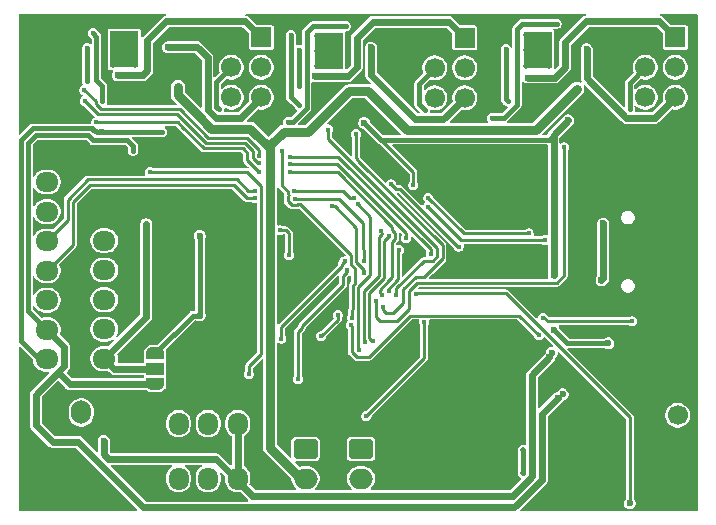
<source format=gbr>
%TF.GenerationSoftware,KiCad,Pcbnew,9.0.3*%
%TF.CreationDate,2025-08-23T19:54:00-03:00*%
%TF.ProjectId,TorqController,546f7271-436f-46e7-9472-6f6c6c65722e,rev?*%
%TF.SameCoordinates,Original*%
%TF.FileFunction,Copper,L2,Bot*%
%TF.FilePolarity,Positive*%
%FSLAX46Y46*%
G04 Gerber Fmt 4.6, Leading zero omitted, Abs format (unit mm)*
G04 Created by KiCad (PCBNEW 9.0.3) date 2025-08-23 19:54:00*
%MOMM*%
%LPD*%
G01*
G04 APERTURE LIST*
G04 Aperture macros list*
%AMRoundRect*
0 Rectangle with rounded corners*
0 $1 Rounding radius*
0 $2 $3 $4 $5 $6 $7 $8 $9 X,Y pos of 4 corners*
0 Add a 4 corners polygon primitive as box body*
4,1,4,$2,$3,$4,$5,$6,$7,$8,$9,$2,$3,0*
0 Add four circle primitives for the rounded corners*
1,1,$1+$1,$2,$3*
1,1,$1+$1,$4,$5*
1,1,$1+$1,$6,$7*
1,1,$1+$1,$8,$9*
0 Add four rect primitives between the rounded corners*
20,1,$1+$1,$2,$3,$4,$5,0*
20,1,$1+$1,$4,$5,$6,$7,0*
20,1,$1+$1,$6,$7,$8,$9,0*
20,1,$1+$1,$8,$9,$2,$3,0*%
%AMFreePoly0*
4,1,23,0.550000,-0.750000,0.000000,-0.750000,0.000000,-0.745722,-0.065263,-0.745722,-0.191342,-0.711940,-0.304381,-0.646677,-0.396677,-0.554381,-0.461940,-0.441342,-0.495722,-0.315263,-0.495722,-0.250000,-0.500000,-0.250000,-0.500000,0.250000,-0.495722,0.250000,-0.495722,0.315263,-0.461940,0.441342,-0.396677,0.554381,-0.304381,0.646677,-0.191342,0.711940,-0.065263,0.745722,0.000000,0.745722,
0.000000,0.750000,0.550000,0.750000,0.550000,-0.750000,0.550000,-0.750000,$1*%
%AMFreePoly1*
4,1,23,0.000000,0.745722,0.065263,0.745722,0.191342,0.711940,0.304381,0.646677,0.396677,0.554381,0.461940,0.441342,0.495722,0.315263,0.495722,0.250000,0.500000,0.250000,0.500000,-0.250000,0.495722,-0.250000,0.495722,-0.315263,0.461940,-0.441342,0.396677,-0.554381,0.304381,-0.646677,0.191342,-0.711940,0.065263,-0.745722,0.000000,-0.745722,0.000000,-0.750000,-0.550000,-0.750000,
-0.550000,0.750000,0.000000,0.750000,0.000000,0.745722,0.000000,0.745722,$1*%
G04 Aperture macros list end*
%TA.AperFunction,HeatsinkPad*%
%ADD10C,0.500000*%
%TD*%
%TA.AperFunction,HeatsinkPad*%
%ADD11R,2.700000X4.900000*%
%TD*%
%TA.AperFunction,ComponentPad*%
%ADD12C,4.500000*%
%TD*%
%TA.AperFunction,HeatsinkPad*%
%ADD13R,2.410000X3.100000*%
%TD*%
%TA.AperFunction,ComponentPad*%
%ADD14RoundRect,0.250000X-0.750000X0.600000X-0.750000X-0.600000X0.750000X-0.600000X0.750000X0.600000X0*%
%TD*%
%TA.AperFunction,ComponentPad*%
%ADD15O,2.000000X1.700000*%
%TD*%
%TA.AperFunction,ComponentPad*%
%ADD16RoundRect,0.250000X-0.600000X-0.725000X0.600000X-0.725000X0.600000X0.725000X-0.600000X0.725000X0*%
%TD*%
%TA.AperFunction,ComponentPad*%
%ADD17O,1.700000X1.950000*%
%TD*%
%TA.AperFunction,ComponentPad*%
%ADD18RoundRect,0.250000X-0.725000X0.600000X-0.725000X-0.600000X0.725000X-0.600000X0.725000X0.600000X0*%
%TD*%
%TA.AperFunction,ComponentPad*%
%ADD19O,1.950000X1.700000*%
%TD*%
%TA.AperFunction,ComponentPad*%
%ADD20RoundRect,0.250000X-0.600000X-0.750000X0.600000X-0.750000X0.600000X0.750000X-0.600000X0.750000X0*%
%TD*%
%TA.AperFunction,ComponentPad*%
%ADD21O,1.700000X2.000000*%
%TD*%
%TA.AperFunction,HeatsinkPad*%
%ADD22O,2.100000X1.000000*%
%TD*%
%TA.AperFunction,HeatsinkPad*%
%ADD23O,1.800000X1.000000*%
%TD*%
%TA.AperFunction,ComponentPad*%
%ADD24R,1.700000X1.700000*%
%TD*%
%TA.AperFunction,ComponentPad*%
%ADD25C,1.700000*%
%TD*%
%TA.AperFunction,SMDPad,CuDef*%
%ADD26FreePoly0,270.000000*%
%TD*%
%TA.AperFunction,SMDPad,CuDef*%
%ADD27R,1.500000X1.000000*%
%TD*%
%TA.AperFunction,SMDPad,CuDef*%
%ADD28FreePoly1,270.000000*%
%TD*%
%TA.AperFunction,ViaPad*%
%ADD29C,0.450000*%
%TD*%
%TA.AperFunction,ViaPad*%
%ADD30C,0.600000*%
%TD*%
%TA.AperFunction,ViaPad*%
%ADD31C,0.500000*%
%TD*%
%TA.AperFunction,Conductor*%
%ADD32C,0.400000*%
%TD*%
%TA.AperFunction,Conductor*%
%ADD33C,0.600000*%
%TD*%
%TA.AperFunction,Conductor*%
%ADD34C,0.250000*%
%TD*%
%TA.AperFunction,Conductor*%
%ADD35C,0.800000*%
%TD*%
G04 APERTURE END LIST*
D10*
%TO.P,U7,15,AGND*%
%TO.N,GND*%
X185500000Y-111713409D03*
X185500000Y-110613409D03*
X185500000Y-109513409D03*
X185500000Y-108413409D03*
X185500000Y-107313409D03*
X184400000Y-111713409D03*
X184400000Y-110613409D03*
X184400000Y-109513409D03*
D11*
X184400000Y-109513409D03*
D10*
X184400000Y-108413409D03*
X184400000Y-107313409D03*
X183300000Y-111713409D03*
X183300000Y-110613409D03*
X183300000Y-109513409D03*
X183300000Y-108413409D03*
X183300000Y-107313409D03*
%TD*%
D12*
%TO.P,,1,1*%
%TO.N,GND*%
X192500000Y-109000000D03*
%TD*%
%TO.P,,1,1*%
%TO.N,GND*%
X192750000Y-82500000D03*
%TD*%
D10*
%TO.P,U4,9*%
%TO.N,N/C*%
X165205000Y-74450000D03*
X165205000Y-73150000D03*
X165205000Y-71850000D03*
D13*
X164250000Y-73150000D03*
D10*
X163295000Y-74450000D03*
X163295000Y-73150000D03*
X163295000Y-71850000D03*
%TD*%
D12*
%TO.P,H4,1,1*%
%TO.N,GND*%
X140500000Y-109000000D03*
%TD*%
D14*
%TO.P,J10,1,Pin_1*%
%TO.N,Net-(J10-Pin_1)*%
X162300000Y-106850000D03*
D15*
%TO.P,J10,2,Pin_2*%
%TO.N,+12V*%
X162300000Y-109350000D03*
%TD*%
D14*
%TO.P,J9,1,Pin_1*%
%TO.N,Net-(J9-Pin_1)*%
X167000000Y-106850000D03*
D15*
%TO.P,J9,2,Pin_2*%
%TO.N,+12V*%
X167000000Y-109350000D03*
%TD*%
D16*
%TO.P,J3,1,Pin_1*%
%TO.N,GND*%
X149050000Y-109350000D03*
D17*
%TO.P,J3,2,Pin_2*%
%TO.N,/Microcontroller/SWCLK*%
X151550000Y-109350000D03*
%TO.P,J3,3,Pin_3*%
%TO.N,/Microcontroller/SWDIO*%
X154050000Y-109350000D03*
%TO.P,J3,4,Pin_4*%
%TO.N,+3V3*%
X156550000Y-109350000D03*
%TD*%
D18*
%TO.P,J4,1,Pin_1*%
%TO.N,GND*%
X140400000Y-81750000D03*
D19*
%TO.P,J4,2,Pin_2*%
%TO.N,CAN_L*%
X140400000Y-84250000D03*
%TO.P,J4,3,Pin_3*%
%TO.N,CAN_H*%
X140400000Y-86750000D03*
%TO.P,J4,4,Pin_4*%
%TO.N,/Microcontroller/UART_RX*%
X140400000Y-89250000D03*
%TO.P,J4,5,Pin_5*%
%TO.N,/Microcontroller/UART_TX*%
X140400000Y-91750000D03*
%TO.P,J4,6,Pin_6*%
%TO.N,/Microcontroller/PPM_INPUT*%
X140400000Y-94250000D03*
%TO.P,J4,7,Pin_7*%
%TO.N,+5V*%
X140400000Y-96750000D03*
%TO.P,J4,8,Pin_8*%
%TO.N,+3V3*%
X140400000Y-99250000D03*
%TD*%
D12*
%TO.P,,1,1*%
%TO.N,GND*%
X192750000Y-82500000D03*
%TD*%
D18*
%TO.P,J5,1,Pin_1*%
%TO.N,GND*%
X145250000Y-86700000D03*
D19*
%TO.P,J5,2,Pin_2*%
%TO.N,M1_HALL_C_PORT*%
X145250000Y-89200000D03*
%TO.P,J5,3,Pin_3*%
%TO.N,M1_HALL_B_PORT*%
X145250000Y-91700000D03*
%TO.P,J5,4,Pin_4*%
%TO.N,M1_HALL_A_PORT*%
X145250000Y-94200000D03*
%TO.P,J5,5,Pin_5*%
%TO.N,Temp_2*%
X145250000Y-96700000D03*
%TO.P,J5,6,Pin_6*%
%TO.N,Net-(J5-Pin_6)*%
X145250000Y-99200000D03*
%TD*%
D20*
%TO.P,J1,1,Pin_1*%
%TO.N,GND*%
X140800000Y-103750000D03*
D21*
%TO.P,J1,2,Pin_2*%
%TO.N,Temp_1*%
X143300000Y-103750000D03*
%TD*%
D12*
%TO.P,H2,1,1*%
%TO.N,GND*%
X140250000Y-76250000D03*
%TD*%
D10*
%TO.P,U3,9*%
%TO.N,N/C*%
X182900000Y-74400000D03*
X182900000Y-73100000D03*
X182900000Y-71800000D03*
D13*
X181945000Y-73100000D03*
D10*
X180990000Y-74400000D03*
X180990000Y-73100000D03*
X180990000Y-71800000D03*
%TD*%
%TO.P,U2,9*%
%TO.N,N/C*%
X147900000Y-74300000D03*
X147900000Y-73000000D03*
X147900000Y-71700000D03*
D13*
X146945000Y-73000000D03*
D10*
X145990000Y-74300000D03*
X145990000Y-73000000D03*
X145990000Y-71700000D03*
%TD*%
D16*
%TO.P,J2,1,Pin_1*%
%TO.N,GND*%
X149050000Y-104700000D03*
D17*
%TO.P,J2,2,Pin_2*%
%TO.N,/Microcontroller/I2C_SDA*%
X151550000Y-104700000D03*
%TO.P,J2,3,Pin_3*%
%TO.N,/Microcontroller/I2C_SCL*%
X154050000Y-104700000D03*
%TO.P,J2,4,Pin_4*%
%TO.N,+3V3*%
X156550000Y-104700000D03*
%TD*%
D22*
%TO.P,P1,S1,SHIELD*%
%TO.N,GND*%
X189075000Y-94470000D03*
D23*
X193275000Y-94470000D03*
D22*
X189075000Y-85830000D03*
D23*
X193275000Y-85830000D03*
%TD*%
D24*
%TO.P,J12,1,Pin_1*%
%TO.N,/Drivers/PA_LOUT*%
X158550000Y-72000000D03*
D25*
%TO.P,J12,2,Pin_2*%
%TO.N,GND*%
X156010000Y-72000000D03*
%TO.P,J12,3,Pin_3*%
%TO.N,/Drivers/PA_HSOUT*%
X158550000Y-74540000D03*
%TO.P,J12,4,Pin_4*%
%TO.N,/Drivers/PA_CUR1*%
X156010000Y-74540000D03*
%TO.P,J12,5,Pin_5*%
%TO.N,/Drivers/PA_HOUT*%
X158550000Y-77080000D03*
%TO.P,J12,6,Pin_6*%
%TO.N,/Drivers/PA_CUR2*%
X156010000Y-77080000D03*
%TD*%
D24*
%TO.P,J8,1,Pin_1*%
%TO.N,GND*%
X193800000Y-101460000D03*
D25*
%TO.P,J8,2,Pin_2*%
%TO.N,VBAT*%
X193800000Y-104000000D03*
%TD*%
D24*
%TO.P,J7,1,Pin_1*%
%TO.N,/Drivers/PC_LOUT*%
X175775000Y-72040000D03*
D25*
%TO.P,J7,2,Pin_2*%
%TO.N,GND*%
X173235000Y-72040000D03*
%TO.P,J7,3,Pin_3*%
%TO.N,/Drivers/PC_HSOUT*%
X175775000Y-74580000D03*
%TO.P,J7,4,Pin_4*%
%TO.N,/Drivers/PC_CUR1*%
X173235000Y-74580000D03*
%TO.P,J7,5,Pin_5*%
%TO.N,/Drivers/PC_HOUT*%
X175775000Y-77120000D03*
%TO.P,J7,6,Pin_6*%
%TO.N,/Drivers/PC_CUR2*%
X173235000Y-77120000D03*
%TD*%
D24*
%TO.P,J6,1,Pin_1*%
%TO.N,/Drivers/PB_LOUT*%
X193610000Y-72000000D03*
D25*
%TO.P,J6,2,Pin_2*%
%TO.N,GND*%
X191070000Y-72000000D03*
%TO.P,J6,3,Pin_3*%
%TO.N,/Drivers/PB_HSOUT*%
X193610000Y-74540000D03*
%TO.P,J6,4,Pin_4*%
%TO.N,/Drivers/PB_CUR1*%
X191070000Y-74540000D03*
%TO.P,J6,5,Pin_5*%
%TO.N,/Drivers/PB_HOUT*%
X193610000Y-77080000D03*
%TO.P,J6,6,Pin_6*%
%TO.N,/Drivers/PB_CUR2*%
X191070000Y-77080000D03*
%TD*%
D26*
%TO.P,S. Voltage,1,A*%
%TO.N,+3V3*%
X149550000Y-98750000D03*
D27*
%TO.P,S. Voltage,2,C*%
%TO.N,Net-(J5-Pin_6)*%
X149550000Y-100050000D03*
D28*
%TO.P,S. Voltage,3,B*%
%TO.N,+5V*%
X149550000Y-101350000D03*
%TD*%
D29*
%TO.N,+3V3*%
X171433812Y-84483812D03*
D30*
X183300000Y-96750000D03*
X184524396Y-79025604D03*
D29*
X150140000Y-80000000D03*
D30*
X183150000Y-98700000D03*
X153350000Y-95550000D03*
X167268146Y-79231854D03*
X187950000Y-97900000D03*
X145209999Y-106150000D03*
X153350000Y-88800000D03*
X182950000Y-99100000D03*
D29*
X160900000Y-90450000D03*
D30*
X145070973Y-80024218D03*
D29*
X160124999Y-88332173D03*
D30*
X145209999Y-106650000D03*
X183300000Y-92150000D03*
X183300000Y-91700001D03*
D29*
%TO.N,GND*%
X146900000Y-88000000D03*
D30*
X144500000Y-111500000D03*
D29*
X193900000Y-99800000D03*
X171500000Y-90200000D03*
D30*
X160750000Y-87050000D03*
X175500000Y-83000000D03*
X177500000Y-98500000D03*
X149500000Y-86000000D03*
X139500000Y-72500000D03*
X143500000Y-96500000D03*
X189500000Y-83500000D03*
D29*
X146900000Y-90400000D03*
X148200000Y-98500000D03*
D30*
X143500000Y-87500000D03*
X139500000Y-71500000D03*
X174500000Y-82000000D03*
X173500000Y-99500000D03*
D29*
X149100000Y-97500000D03*
D30*
X190500000Y-91500000D03*
X154500000Y-93500000D03*
X194500000Y-79000000D03*
X175500000Y-102500000D03*
X143500000Y-90500000D03*
X181500000Y-82500000D03*
D29*
X187700000Y-105000000D03*
D30*
X151000000Y-86000000D03*
X191500000Y-89500000D03*
X177500000Y-97500000D03*
X143500000Y-98500000D03*
X179500000Y-82500000D03*
X185500000Y-82500000D03*
X168920000Y-83540000D03*
X157500000Y-76000000D03*
X194500000Y-92500000D03*
X146900000Y-103300000D03*
X178500000Y-96500000D03*
X190500000Y-87500000D03*
X187500000Y-85500000D03*
X155500000Y-82500000D03*
D29*
X175900000Y-91500000D03*
D30*
X173500000Y-109500000D03*
D29*
X181500000Y-94000000D03*
D30*
X161500000Y-105000000D03*
X195000000Y-111500000D03*
X176000000Y-78500000D03*
X150400000Y-106500000D03*
D31*
X161400000Y-96350000D03*
D30*
X181500000Y-85500000D03*
X170500000Y-98500000D03*
X143500000Y-92500000D03*
X160900000Y-102850000D03*
X174500000Y-83000000D03*
X189500000Y-80500000D03*
X177500000Y-96500000D03*
X194500000Y-88500000D03*
X181500000Y-86500000D03*
D29*
X185400000Y-94100000D03*
D30*
X142500000Y-95500000D03*
X187500000Y-81500000D03*
D29*
X177000000Y-90300000D03*
D30*
X173500000Y-98500000D03*
D31*
X161500000Y-92600000D03*
D30*
X142000000Y-105000000D03*
X179500000Y-84500000D03*
X179500000Y-86500000D03*
X173400000Y-85100000D03*
X187500000Y-83500000D03*
X191500000Y-91500000D03*
X190500000Y-90500000D03*
X154000000Y-86000000D03*
X165950000Y-102800000D03*
X185500000Y-87500000D03*
X193500000Y-105500000D03*
D29*
X147850000Y-90350000D03*
D30*
X146900000Y-105100000D03*
X190500000Y-89500000D03*
D29*
X160950000Y-91700000D03*
X186200000Y-91900000D03*
X146700000Y-92900000D03*
D30*
X185500000Y-83500000D03*
X186500000Y-86500000D03*
X179500000Y-104500000D03*
X143500000Y-111500000D03*
X177000000Y-87500000D03*
X153000000Y-82000000D03*
X194500000Y-91500000D03*
D31*
X160550000Y-93550000D03*
D30*
X185500000Y-84500000D03*
X178500000Y-98500000D03*
D29*
X150000000Y-95100000D03*
D31*
X160850000Y-96850000D03*
D30*
X189500000Y-82500000D03*
X194500000Y-87500000D03*
X181500000Y-87500000D03*
X143500000Y-88500000D03*
X167900000Y-82700000D03*
D29*
X180400000Y-89900000D03*
D30*
X151000000Y-82000000D03*
X189500000Y-81500000D03*
X186500000Y-87500000D03*
X192500000Y-76000000D03*
X181500000Y-81500000D03*
D29*
X176000000Y-85600000D03*
D30*
X175500000Y-82000000D03*
D29*
X151900000Y-101500000D03*
X153600000Y-99200000D03*
D30*
X152000000Y-82000000D03*
D29*
X188812500Y-99362500D03*
D30*
X138500000Y-100500000D03*
X185500000Y-81500000D03*
D29*
X155500000Y-102300000D03*
X170800000Y-91500000D03*
D30*
X165425000Y-102775000D03*
X185500000Y-86500000D03*
D29*
X147850000Y-92750000D03*
D30*
X191500000Y-90500000D03*
D29*
X147850000Y-87850000D03*
D30*
X190500000Y-93500000D03*
X153500000Y-106500000D03*
X171500000Y-97500000D03*
X173500000Y-97500000D03*
X191500000Y-106000000D03*
X165500000Y-107500000D03*
X154500000Y-90500000D03*
X194500000Y-90500000D03*
D29*
X161900000Y-90100000D03*
D30*
X179500000Y-83500000D03*
X140500000Y-71500000D03*
X169500000Y-99500000D03*
X172750000Y-104250000D03*
D29*
X175300000Y-86200000D03*
X185500000Y-95100000D03*
X150900000Y-98600000D03*
D30*
X153500000Y-101500000D03*
X179500000Y-87500000D03*
X174500000Y-76000000D03*
X152500000Y-86000000D03*
D29*
X156400000Y-101500000D03*
D30*
X179500000Y-81500000D03*
X151500000Y-106500000D03*
X178500000Y-97500000D03*
X188500000Y-84500000D03*
X194500000Y-89500000D03*
X179500000Y-85500000D03*
X181500000Y-83500000D03*
X179500000Y-102500000D03*
D29*
X148100000Y-85900000D03*
D30*
X178500000Y-109500000D03*
X181500000Y-84500000D03*
X154500000Y-82500000D03*
X140500000Y-72500000D03*
X185500000Y-85500000D03*
D29*
%TO.N,RST*%
X189950000Y-96040001D03*
X182038361Y-97220097D03*
X182375000Y-95725000D03*
X166125000Y-96375000D03*
%TO.N,PF1-OSC-OUT*%
X165022978Y-95490626D03*
X163623825Y-97300438D03*
D30*
%TO.N,+12V*%
X151500000Y-76200000D03*
X185300000Y-76350000D03*
X167600000Y-76550000D03*
D29*
%TO.N,Net-(U2-LI)*%
X143824037Y-72910000D03*
X143800000Y-75700000D03*
%TO.N,Net-(U2-HI)*%
X144300000Y-71640000D03*
X145100000Y-77400000D03*
%TO.N,/Drivers/PB_HSOUT*%
X178090000Y-78800000D03*
X183550000Y-70850000D03*
%TO.N,/Drivers/PC_HSOUT*%
X160820000Y-79150000D03*
X165700000Y-71050000D03*
%TO.N,/Drivers/PA_HIN*%
X161000000Y-82750000D03*
X170800000Y-89000000D03*
X158400000Y-82650003D03*
X143590000Y-77400000D03*
%TO.N,/Drivers/PA_LIN*%
X158400000Y-82000000D03*
X143580000Y-76450000D03*
X161024359Y-82100454D03*
X172900000Y-90300000D03*
%TO.N,Net-(U3-LI)*%
X179400000Y-77400000D03*
X179250000Y-72950000D03*
%TO.N,Net-(U4-HI)*%
X161050000Y-71790000D03*
X161770000Y-77750000D03*
%TO.N,Net-(U4-LI)*%
X161750000Y-73060000D03*
X161750000Y-76100000D03*
D30*
%TO.N,/Drivers/PA_HOUT*%
X150640299Y-72835001D03*
%TO.N,/Drivers/PA_LOUT*%
X146400000Y-75200000D03*
%TO.N,/Drivers/PB_HOUT*%
X186100000Y-73000000D03*
%TO.N,/Drivers/PB_LOUT*%
X181100000Y-75400000D03*
%TO.N,/Drivers/PC_LOUT*%
X163100000Y-75300000D03*
%TO.N,/Drivers/PC_HOUT*%
X167850000Y-72850000D03*
D29*
%TO.N,Temp_1*%
X172350000Y-96100000D03*
X167450000Y-104050000D03*
%TO.N,/Drivers/PA_CUR_OUT*%
X160300000Y-81600000D03*
X166226018Y-95732895D03*
%TO.N,/Drivers/PB_CUR_OUT*%
X168250000Y-94300000D03*
X184200000Y-81300000D03*
%TO.N,Temp_2*%
X167211091Y-91961091D03*
X164500000Y-86300000D03*
%TO.N,/Drivers/PC_CUR_OUT*%
X166570000Y-80150000D03*
X168821116Y-94828433D03*
D31*
%TO.N,Net-(U7-VCC)*%
X180719999Y-106928504D03*
X180720000Y-108863409D03*
D29*
%TO.N,/Microcontroller/SWCLK*%
X167327018Y-97823734D03*
X168649997Y-88400000D03*
%TO.N,/Microcontroller/I2C_SCL*%
X166850000Y-98500000D03*
X166707107Y-86142893D03*
%TO.N,/Microcontroller/I2C_SDA*%
X165599000Y-90956098D03*
X160250000Y-97500000D03*
D30*
%TO.N,+5V*%
X184075000Y-102225000D03*
X187354000Y-92550000D03*
D29*
X147700000Y-81600000D03*
D30*
X187500000Y-87750000D03*
X183650000Y-102550000D03*
D29*
%TO.N,/Microcontroller/SWDIO*%
X167981103Y-97700000D03*
X169350000Y-88808364D03*
%TO.N,Net-(J5-Pin_6)*%
X148800000Y-90200000D03*
X148800000Y-92750000D03*
X148800000Y-87800000D03*
D30*
%TO.N,VBAT_REF*%
X189759999Y-111450000D03*
D29*
X171632422Y-93685110D03*
%TO.N,/Drivers/PB_CUR1*%
X189750000Y-78075000D03*
%TO.N,/Microcontroller/UART_TX*%
X167250001Y-90922183D03*
X158000000Y-85613912D03*
X161370000Y-85647757D03*
%TO.N,/Microcontroller/UART_RX*%
X166402864Y-85568492D03*
X158000000Y-84963909D03*
X169527679Y-84450000D03*
X175275000Y-89725000D03*
X161339928Y-84998451D03*
%TO.N,/Microcontroller/CAN_RX*%
X149100000Y-83400000D03*
X157486091Y-100486091D03*
%TO.N,/Drivers/PC_CUR1*%
X172400000Y-78175000D03*
%TO.N,/Drivers/PA_CUR1*%
X155000000Y-78100000D03*
%TO.N,/Drivers/PA_VOLTAGE*%
X168801000Y-93801000D03*
X144600000Y-79200000D03*
X161000000Y-83400003D03*
X158400000Y-83400000D03*
%TO.N,/Drivers/PB_VOLTAGE*%
X170200000Y-90000000D03*
X169400000Y-93465010D03*
%TO.N,/Microcontroller/USB_DP*%
X172700000Y-85600000D03*
X181200000Y-88600000D03*
%TO.N,/Microcontroller/USB_DM*%
X182550000Y-89150000D03*
X172628984Y-86328984D03*
%TO.N,/Drivers/PC_VOLTAGE*%
X164200000Y-79800000D03*
X169971378Y-93783835D03*
%TO.N,/Microcontroller/AUX_OUTPUT*%
X161662499Y-100962499D03*
X165825239Y-91690867D03*
%TD*%
D32*
%TO.N,+3V3*%
X184450000Y-97900000D02*
X183300000Y-96750000D01*
D33*
X140400000Y-99250000D02*
X139750000Y-99250000D01*
D32*
X138201000Y-97701000D02*
X139750000Y-99250000D01*
X138201000Y-80699000D02*
X138201000Y-97701000D01*
D33*
X181500000Y-100550000D02*
X182950000Y-99100000D01*
D32*
X182900000Y-80650000D02*
X168686292Y-80650000D01*
X187950000Y-97900000D02*
X184450000Y-97900000D01*
D33*
X181500000Y-109145484D02*
X181500000Y-100550000D01*
D34*
X171433812Y-83397520D02*
X168686292Y-80650000D01*
D32*
X152750000Y-95550000D02*
X149550000Y-98750000D01*
D33*
X145209999Y-106650000D02*
X145209999Y-106150000D01*
X156550000Y-104700000D02*
X156550000Y-109550000D01*
D32*
X153350000Y-95550000D02*
X152750000Y-95550000D01*
X144340702Y-79826000D02*
X144214702Y-79700000D01*
X139200000Y-79700000D02*
X138201000Y-80699000D01*
X150115782Y-80024218D02*
X150140000Y-80000000D01*
X144612898Y-80024218D02*
X144414680Y-79826000D01*
D34*
X160632173Y-88332173D02*
X160900000Y-88600000D01*
D33*
X183300000Y-80250000D02*
X184524396Y-79025604D01*
D32*
X144214702Y-79700000D02*
X139200000Y-79700000D01*
X168686292Y-80650000D02*
X167268146Y-79231854D01*
X144414680Y-79826000D02*
X144340702Y-79826000D01*
D34*
X160900000Y-88600000D02*
X160900000Y-90450000D01*
D33*
X154700000Y-107700000D02*
X145614000Y-107700000D01*
D32*
X153350000Y-95550000D02*
X153350000Y-88800000D01*
X145070973Y-80024218D02*
X144612898Y-80024218D01*
D33*
X145209999Y-107295999D02*
X145614000Y-107700000D01*
X157800000Y-110800000D02*
X179845484Y-110800000D01*
D32*
X183300000Y-80250000D02*
X182900000Y-80650000D01*
X145070973Y-80024218D02*
X150115782Y-80024218D01*
D33*
X156550000Y-109550000D02*
X157800000Y-110800000D01*
X179845484Y-110800000D02*
X181500000Y-109145484D01*
X145209999Y-106650000D02*
X145209999Y-107295999D01*
X183300000Y-92150000D02*
X183300000Y-80250000D01*
D34*
X160124999Y-88332173D02*
X160632173Y-88332173D01*
X171433812Y-84483812D02*
X171433812Y-83397520D01*
D33*
X156550000Y-109550000D02*
X154700000Y-107700000D01*
%TO.N,GND*%
X147300000Y-86700000D02*
X147850000Y-87250000D01*
X145250000Y-86700000D02*
X147300000Y-86700000D01*
X147850000Y-87250000D02*
X147850000Y-92750000D01*
D34*
%TO.N,RST*%
X166225000Y-98075000D02*
X166225000Y-96475000D01*
X167666042Y-99051000D02*
X166621768Y-99051000D01*
X182500000Y-95725000D02*
X182375000Y-95725000D01*
X166225000Y-96475000D02*
X166125000Y-96375000D01*
X189950000Y-96040001D02*
X182815001Y-96040001D01*
X166621768Y-99051000D02*
X166225000Y-98654232D01*
X182815001Y-96040001D02*
X182500000Y-95725000D01*
X180367264Y-95549000D02*
X171168042Y-95549000D01*
X171168042Y-95549000D02*
X167666042Y-99051000D01*
X166225000Y-98654232D02*
X166225000Y-98075000D01*
X182038361Y-97220097D02*
X180367264Y-95549000D01*
%TO.N,PF1-OSC-OUT*%
X165022978Y-95901285D02*
X163623825Y-97300438D01*
X165022978Y-95490626D02*
X165022978Y-95901285D01*
D35*
%TO.N,+12V*%
X153099000Y-78499926D02*
X153099000Y-78499000D01*
X159300000Y-81900000D02*
X159300000Y-81400000D01*
X166000000Y-76550000D02*
X167600000Y-76550000D01*
X157626999Y-79726999D02*
X154326073Y-79726999D01*
X161924976Y-109350000D02*
X159300000Y-106725024D01*
X159300000Y-81400000D02*
X157626999Y-79726999D01*
X181823001Y-79826999D02*
X185300000Y-76350000D01*
X160450000Y-80000000D02*
X162550000Y-80000000D01*
X162550000Y-80000000D02*
X166000000Y-76550000D01*
X162300000Y-109350000D02*
X161924976Y-109350000D01*
X170876999Y-79826999D02*
X181823001Y-79826999D01*
X167600000Y-76550000D02*
X170876999Y-79826999D01*
X153099000Y-78499000D02*
X151500000Y-76900000D01*
X151500000Y-76900000D02*
X151500000Y-76200000D01*
X159300000Y-81150000D02*
X160450000Y-80000000D01*
X159300000Y-81900000D02*
X159300000Y-81150000D01*
X154326073Y-79726999D02*
X153099000Y-78499926D01*
X159300000Y-106725024D02*
X159300000Y-81900000D01*
D32*
%TO.N,Net-(U2-LI)*%
X143800000Y-72934037D02*
X143824037Y-72910000D01*
X143800000Y-75700000D02*
X143800000Y-72934037D01*
%TO.N,Net-(U2-HI)*%
X145100000Y-76100000D02*
X144600000Y-75600000D01*
X145100000Y-77400000D02*
X145100000Y-76100000D01*
X144600000Y-75600000D02*
X144600000Y-71940000D01*
X144600000Y-71940000D02*
X144300000Y-71640000D01*
%TO.N,/Drivers/PB_HSOUT*%
X180638000Y-70850000D02*
X183550000Y-70850000D01*
X180200000Y-77700000D02*
X180200000Y-71288000D01*
X178090000Y-78800000D02*
X179100000Y-78800000D01*
X179100000Y-78800000D02*
X180200000Y-77700000D01*
X180200000Y-71288000D02*
X180638000Y-70850000D01*
%TO.N,/Drivers/PC_HSOUT*%
X162399000Y-71551000D02*
X162900000Y-71050000D01*
X160820000Y-79150000D02*
X161255298Y-79150000D01*
X162900000Y-71050000D02*
X165700000Y-71050000D01*
X162399000Y-78006298D02*
X162399000Y-71551000D01*
X161255298Y-79150000D02*
X162399000Y-78006298D01*
D34*
%TO.N,/Drivers/PA_HIN*%
X161000000Y-82750000D02*
X165000000Y-82750000D01*
X170800000Y-88550000D02*
X170800000Y-89000000D01*
X151449830Y-78514360D02*
X144704360Y-78514360D01*
X153886470Y-80951000D02*
X151449830Y-78514360D01*
X158171768Y-82551000D02*
X157817735Y-82196967D01*
X157186470Y-80951000D02*
X153886470Y-80951000D01*
X144704360Y-78514360D02*
X143590000Y-77400000D01*
X165000000Y-82750000D02*
X165250000Y-83000000D01*
X165250000Y-83000000D02*
X170800000Y-88550000D01*
X157817735Y-81582265D02*
X157186470Y-80951000D01*
X158400000Y-82650003D02*
X158400000Y-82551000D01*
X158400000Y-82551000D02*
X158171768Y-82551000D01*
X157817735Y-82196967D02*
X157817735Y-81582265D01*
%TO.N,/Drivers/PA_LIN*%
X158400000Y-82000000D02*
X158400000Y-81526720D01*
X158400000Y-81526720D02*
X157373280Y-80500000D01*
X144549000Y-77419000D02*
X143580000Y-76450000D01*
X165050454Y-82100454D02*
X172900000Y-89950000D01*
X157373280Y-80500000D02*
X154073280Y-80500000D01*
X151636640Y-78063360D02*
X144984128Y-78063360D01*
X144984128Y-78063360D02*
X144549000Y-77628232D01*
X161024359Y-82100454D02*
X165050454Y-82100454D01*
X144549000Y-77628232D02*
X144549000Y-77419000D01*
X154073280Y-80500000D02*
X151636640Y-78063360D01*
X172900000Y-89950000D02*
X172900000Y-90300000D01*
D32*
%TO.N,Net-(U3-LI)*%
X179400000Y-77400000D02*
X179250000Y-77250000D01*
X179250000Y-77250000D02*
X179250000Y-72950000D01*
%TO.N,Net-(U4-HI)*%
X161050000Y-77030000D02*
X161050000Y-71790000D01*
X161770000Y-77750000D02*
X161050000Y-77030000D01*
%TO.N,Net-(U4-LI)*%
X161750000Y-76100000D02*
X161750000Y-73060000D01*
D33*
%TO.N,/Drivers/PA_HOUT*%
X153135001Y-72835001D02*
X150640299Y-72835001D01*
X154699280Y-78826000D02*
X154000000Y-78126720D01*
X154000000Y-78126720D02*
X154000000Y-73700000D01*
X158550000Y-77080000D02*
X156804000Y-78826000D01*
X154000000Y-73700000D02*
X153135001Y-72835001D01*
X156804000Y-78826000D02*
X154699280Y-78826000D01*
%TO.N,/Drivers/PA_LOUT*%
X148502000Y-75200000D02*
X146400000Y-75200000D01*
X148900000Y-74802000D02*
X148502000Y-75200000D01*
X157199000Y-70649000D02*
X150501000Y-70649000D01*
X150501000Y-70649000D02*
X148900000Y-72250000D01*
X148900000Y-72250000D02*
X148900000Y-74802000D01*
X158550000Y-72000000D02*
X157199000Y-70649000D01*
%TO.N,/Drivers/PB_HOUT*%
X186100000Y-75451720D02*
X186100000Y-73000000D01*
X193610000Y-77080000D02*
X191889000Y-78801000D01*
X191889000Y-78801000D02*
X189449280Y-78801000D01*
X189449280Y-78801000D02*
X186100000Y-75451720D01*
%TO.N,/Drivers/PB_LOUT*%
X184300000Y-74502000D02*
X184300000Y-72400000D01*
X186051000Y-70649000D02*
X192259000Y-70649000D01*
X192259000Y-70649000D02*
X193610000Y-72000000D01*
X181100000Y-75400000D02*
X183402000Y-75400000D01*
X183402000Y-75400000D02*
X184300000Y-74502000D01*
X184300000Y-72400000D02*
X186051000Y-70649000D01*
%TO.N,/Drivers/PC_LOUT*%
X166650000Y-72050000D02*
X168011000Y-70689000D01*
X174424000Y-70689000D02*
X175775000Y-72040000D01*
X163100000Y-75300000D02*
X165857000Y-75300000D01*
X166650000Y-74507000D02*
X166650000Y-72050000D01*
X168011000Y-70689000D02*
X174424000Y-70689000D01*
X165857000Y-75300000D02*
X166650000Y-74507000D01*
%TO.N,/Drivers/PC_HOUT*%
X167850000Y-72850000D02*
X167850000Y-75176720D01*
X173969000Y-78926000D02*
X175775000Y-77120000D01*
X171599280Y-78926000D02*
X173969000Y-78926000D01*
X167850000Y-75176720D02*
X171599280Y-78926000D01*
D34*
%TO.N,Temp_1*%
X167450000Y-104050000D02*
X172350000Y-99150000D01*
X143300000Y-103750000D02*
X143651000Y-103399000D01*
X172350000Y-99150000D02*
X172350000Y-96100000D01*
%TO.N,/Drivers/PA_CUR_OUT*%
X161698232Y-86098757D02*
X161598232Y-86198757D01*
X161141768Y-86198757D02*
X160819000Y-85875989D01*
X166149000Y-91236810D02*
X166149000Y-90399000D01*
X166325018Y-94985338D02*
X166325018Y-92987172D01*
X166226018Y-95084338D02*
X166325018Y-94985338D01*
X160788928Y-85038928D02*
X160300000Y-84550000D01*
X161598232Y-86198757D02*
X161141768Y-86198757D01*
X166325018Y-92987172D02*
X166450000Y-92862190D01*
X160300000Y-84550000D02*
X160300000Y-81600000D01*
X160819000Y-85875989D02*
X160819000Y-85419525D01*
X160788928Y-85226683D02*
X160788928Y-85038928D01*
X166450000Y-92862190D02*
X166450000Y-91537810D01*
X166450000Y-91537810D02*
X166149000Y-91236810D01*
X161848757Y-86098757D02*
X161698232Y-86098757D01*
X166149000Y-90399000D02*
X161848757Y-86098757D01*
X160900385Y-85338140D02*
X160788928Y-85226683D01*
X166226018Y-95732895D02*
X166226018Y-95084338D01*
X160819000Y-85419525D02*
X160900385Y-85338140D01*
%TO.N,/Drivers/PB_CUR_OUT*%
X171050000Y-95029232D02*
X171050000Y-93500000D01*
X168250000Y-94300000D02*
X168250000Y-95700000D01*
X171415890Y-93134110D02*
X171774000Y-92776000D01*
X171081422Y-93468578D02*
X171081422Y-93456878D01*
X171050000Y-93500000D02*
X171081422Y-93468578D01*
X168250000Y-95700000D02*
X168601000Y-96051000D01*
X170028232Y-96051000D02*
X171050000Y-95029232D01*
X171404190Y-93134110D02*
X171415890Y-93134110D01*
X183559298Y-92776000D02*
X184200000Y-92135298D01*
X184200000Y-92135298D02*
X184200000Y-81300000D01*
X171774000Y-92776000D02*
X183559298Y-92776000D01*
X171081422Y-93456878D02*
X171404190Y-93134110D01*
X168601000Y-96051000D02*
X170028232Y-96051000D01*
%TO.N,Temp_2*%
X166600000Y-88100000D02*
X164800000Y-86300000D01*
X167250000Y-91700000D02*
X166600000Y-91050000D01*
X167250000Y-91922182D02*
X167250000Y-91700000D01*
X166600000Y-91050000D02*
X166600000Y-88100000D01*
X167211091Y-91961091D02*
X167250000Y-91922182D01*
X164800000Y-86300000D02*
X164500000Y-86300000D01*
%TO.N,/Drivers/PC_CUR_OUT*%
X171641969Y-92258521D02*
X172358521Y-92258521D01*
X166570000Y-82220000D02*
X166570000Y-80150000D01*
X168841928Y-95041928D02*
X169150000Y-95350000D01*
X173902000Y-89603553D02*
X166750000Y-82451553D01*
X168841928Y-94849245D02*
X168841928Y-95041928D01*
X166750000Y-82451553D02*
X166750000Y-82400000D01*
X170589618Y-93310872D02*
X171641969Y-92258521D01*
X169150000Y-95350000D02*
X169710058Y-95350000D01*
X168821116Y-94828433D02*
X168841928Y-94849245D01*
X166750000Y-82400000D02*
X166570000Y-82220000D01*
X173902000Y-90715042D02*
X173902000Y-89603553D01*
X169710058Y-95350000D02*
X170589618Y-94470440D01*
X170589618Y-94470440D02*
X170589618Y-93310872D01*
X172358521Y-92258521D02*
X173902000Y-90715042D01*
D32*
%TO.N,Net-(U7-VCC)*%
X180720000Y-107380000D02*
X180720000Y-108863409D01*
X180719999Y-106928504D02*
X180719999Y-107379999D01*
X180719999Y-107379999D02*
X180720000Y-107380000D01*
D34*
%TO.N,/Microcontroller/SWCLK*%
X168649997Y-88441038D02*
X168749000Y-88540041D01*
X168500000Y-92200000D02*
X167249000Y-93451000D01*
X167249000Y-97745716D02*
X167327018Y-97823734D01*
X168649997Y-88400000D02*
X168649997Y-88441038D01*
X167249000Y-93451000D02*
X167249000Y-97745716D01*
X168749000Y-88540041D02*
X168749000Y-88628232D01*
X168749000Y-88628232D02*
X168500000Y-88877232D01*
X168500000Y-88877232D02*
X168500000Y-92200000D01*
%TO.N,/Microcontroller/I2C_SCL*%
X166742186Y-86142186D02*
X167800000Y-87200000D01*
X166776018Y-93173982D02*
X166776018Y-98426018D01*
X167800000Y-92150000D02*
X166776018Y-93173982D01*
X166776018Y-98426018D02*
X166850000Y-98500000D01*
X166707107Y-86142893D02*
X166707814Y-86142186D01*
X167800000Y-87200000D02*
X167800000Y-92150000D01*
X166707814Y-86142186D02*
X166742186Y-86142186D01*
%TO.N,/Microcontroller/I2C_SDA*%
X165374953Y-91375047D02*
X160250000Y-96500000D01*
X165374953Y-91180145D02*
X165374953Y-91375047D01*
X165599000Y-90956098D02*
X165374953Y-91180145D01*
X160250000Y-96500000D02*
X160250000Y-97500000D01*
D33*
%TO.N,+5V*%
X187500000Y-92404000D02*
X187354000Y-92550000D01*
X139449000Y-102236603D02*
X141342801Y-100342801D01*
X183650000Y-102550000D02*
X182301000Y-103899000D01*
X141342801Y-100342801D02*
X142350000Y-101350000D01*
X141876000Y-98226000D02*
X140400000Y-96750000D01*
X182301000Y-109477270D02*
X179979270Y-111799000D01*
X187500000Y-87750000D02*
X187500000Y-92404000D01*
D32*
X144324218Y-80725218D02*
X147174782Y-80725218D01*
D33*
X141876000Y-99809603D02*
X141876000Y-98226000D01*
D32*
X139448942Y-80301000D02*
X143900000Y-80301000D01*
X147700000Y-81200000D02*
X147700000Y-81600000D01*
D33*
X148580215Y-111799000D02*
X143030215Y-106249000D01*
D32*
X147200000Y-80700000D02*
X147700000Y-81200000D01*
X140400000Y-96750000D02*
X138802000Y-95152000D01*
X138802000Y-80947942D02*
X139448942Y-80301000D01*
X138802000Y-95152000D02*
X138802000Y-80947942D01*
D33*
X142350000Y-101350000D02*
X149550000Y-101350000D01*
D32*
X143900000Y-80301000D02*
X144324218Y-80725218D01*
D33*
X143030215Y-106249000D02*
X140879998Y-106249000D01*
D32*
X147174782Y-80725218D02*
X147200000Y-80700000D01*
D33*
X182301000Y-103899000D02*
X182301000Y-109477270D01*
X140879998Y-106249000D02*
X139449000Y-104818002D01*
X139449000Y-104818002D02*
X139449000Y-102236603D01*
X141342801Y-100342801D02*
X141876000Y-99809603D01*
X179979270Y-111799000D02*
X148580215Y-111799000D01*
D34*
%TO.N,/Microcontroller/SWDIO*%
X167878018Y-97596915D02*
X167981103Y-97700000D01*
X168951000Y-92386810D02*
X167700000Y-93637810D01*
X167700000Y-97417484D02*
X167878018Y-97595502D01*
X168951000Y-89207364D02*
X168951000Y-92386810D01*
X169350000Y-88808364D02*
X168951000Y-89207364D01*
X167878018Y-97595502D02*
X167878018Y-97596915D01*
X167700000Y-93637810D02*
X167700000Y-97417484D01*
D33*
%TO.N,Net-(J5-Pin_6)*%
X146100000Y-100050000D02*
X149550000Y-100050000D01*
X145250000Y-99200000D02*
X146100000Y-100050000D01*
X145250000Y-99200000D02*
X148800000Y-95650000D01*
X148800000Y-95650000D02*
X148800000Y-87800000D01*
D34*
%TO.N,VBAT_REF*%
X171632422Y-93685110D02*
X171667532Y-93650000D01*
X179250000Y-93650000D02*
X189759999Y-104159999D01*
X189759999Y-104159999D02*
X189759999Y-111450000D01*
X171667532Y-93650000D02*
X179250000Y-93650000D01*
D32*
%TO.N,/Drivers/PB_CUR1*%
X189750000Y-78075000D02*
X189750000Y-75860000D01*
X189750000Y-75860000D02*
X191070000Y-74540000D01*
D34*
%TO.N,/Microcontroller/UART_TX*%
X167200000Y-89922182D02*
X167200000Y-87700000D01*
X165147757Y-85647757D02*
X161370000Y-85647757D01*
X158000000Y-85613912D02*
X157334680Y-85613912D01*
X167200000Y-87700000D02*
X165147757Y-85647757D01*
X144056810Y-84481000D02*
X142601000Y-85936810D01*
X142601000Y-85936810D02*
X142601000Y-89549000D01*
X142601000Y-89549000D02*
X140400000Y-91750000D01*
X167250001Y-89972183D02*
X167200000Y-89922182D01*
X157334680Y-85613912D02*
X156201768Y-84481000D01*
X156201768Y-84481000D02*
X144056810Y-84481000D01*
X167250001Y-90922183D02*
X167250001Y-89972183D01*
%TO.N,/Microcontroller/UART_RX*%
X165500000Y-85000000D02*
X161341477Y-85000000D01*
X175200000Y-89650000D02*
X175275000Y-89725000D01*
X166402864Y-85568492D02*
X166068492Y-85568492D01*
X156530000Y-84030000D02*
X143870000Y-84030000D01*
X158000000Y-84963909D02*
X157463909Y-84963909D01*
X170300000Y-84850000D02*
X175100000Y-89650000D01*
X161341477Y-85000000D02*
X161339928Y-84998451D01*
X175275000Y-89725000D02*
X175300000Y-89750000D01*
X143870000Y-84030000D02*
X142150000Y-85750000D01*
X175100000Y-89650000D02*
X175200000Y-89650000D01*
X169927679Y-84850000D02*
X170300000Y-84850000D01*
X166068492Y-85568492D02*
X165500000Y-85000000D01*
X142150000Y-87500000D02*
X140400000Y-89250000D01*
X169527679Y-84450000D02*
X169927679Y-84850000D01*
X157463909Y-84963909D02*
X156530000Y-84030000D01*
X142150000Y-85750000D02*
X142150000Y-87500000D01*
%TO.N,/Microcontroller/CAN_RX*%
X157350000Y-83400000D02*
X149100000Y-83400000D01*
X157486091Y-100486091D02*
X157486091Y-99853039D01*
X158550000Y-84600000D02*
X157350000Y-83400000D01*
X157486091Y-99853039D02*
X158550000Y-98789130D01*
X158550000Y-98789130D02*
X158550000Y-84600000D01*
D32*
%TO.N,/Drivers/PC_CUR1*%
X172400000Y-78175000D02*
X171900000Y-77675000D01*
X171900000Y-75915000D02*
X173235000Y-74580000D01*
X171900000Y-77675000D02*
X171900000Y-75915000D01*
%TO.N,/Drivers/PA_CUR1*%
X155000000Y-78100000D02*
X154759000Y-77859000D01*
X154759000Y-77859000D02*
X154759000Y-75791000D01*
X154759000Y-75791000D02*
X156010000Y-74540000D01*
D34*
%TO.N,/Drivers/PA_VOLTAGE*%
X165012187Y-83400003D02*
X161000000Y-83400003D01*
X169901000Y-88580132D02*
X169650000Y-88329132D01*
X144600000Y-79200000D02*
X145900000Y-79200000D01*
X156999660Y-81402000D02*
X157048830Y-81451170D01*
X153699660Y-81402000D02*
X154600000Y-81402000D01*
X157366735Y-81769075D02*
X157366735Y-82395970D01*
X169650000Y-88037810D02*
X165012190Y-83400000D01*
X168600000Y-93375620D02*
X169402000Y-92573620D01*
X165012190Y-83400000D02*
X165012187Y-83400003D01*
X168801000Y-93801000D02*
X168600000Y-93600000D01*
X169650000Y-89287596D02*
X169901000Y-89036596D01*
X154600000Y-81402000D02*
X156999660Y-81402000D01*
X169650000Y-92266191D02*
X169650000Y-89287596D01*
X158370765Y-83400000D02*
X158400000Y-83400000D01*
X151848830Y-79551170D02*
X153699660Y-81402000D01*
X168600000Y-93600000D02*
X168600000Y-93375620D01*
X169650000Y-88329132D02*
X169650000Y-88037810D01*
X169901000Y-89036596D02*
X169901000Y-88580132D01*
X151497660Y-79200000D02*
X151848830Y-79551170D01*
X145900000Y-79200000D02*
X151497660Y-79200000D01*
X169402000Y-92514191D02*
X169650000Y-92266191D01*
X157366735Y-82395970D02*
X158370765Y-83400000D01*
X157048830Y-81451170D02*
X157366735Y-81769075D01*
X169402000Y-92573620D02*
X169402000Y-92514191D01*
%TO.N,/Drivers/PB_VOLTAGE*%
X169853000Y-92701002D02*
X170101000Y-92453001D01*
X169406413Y-93471423D02*
X169400000Y-93465010D01*
X169400000Y-93465010D02*
X169400000Y-93213430D01*
X170101000Y-92453001D02*
X170101000Y-90099000D01*
X169400000Y-93213430D02*
X169853000Y-92760430D01*
X170101000Y-90099000D02*
X170200000Y-90000000D01*
X169853000Y-92760430D02*
X169853000Y-92701002D01*
%TO.N,/Microcontroller/USB_DP*%
X181200000Y-88600000D02*
X175677818Y-88600000D01*
X172700000Y-85622182D02*
X172700000Y-85600000D01*
X175677818Y-88600000D02*
X172700000Y-85622182D01*
%TO.N,/Microcontroller/USB_DM*%
X182550000Y-89150000D02*
X175450000Y-89150000D01*
X175450000Y-89150000D02*
X172628984Y-86328984D01*
%TO.N,/Drivers/PC_VOLTAGE*%
X170000000Y-93250000D02*
X170000000Y-93755213D01*
X164200000Y-80600000D02*
X164200000Y-79800000D01*
X172350000Y-90900000D02*
X173079232Y-90900000D01*
X173451000Y-90528232D02*
X173451000Y-89851000D01*
X170000000Y-93755213D02*
X169971378Y-93783835D01*
X173451000Y-89851000D02*
X164200000Y-80600000D01*
X173079232Y-90900000D02*
X173451000Y-90528232D01*
X170000000Y-93250000D02*
X172350000Y-90900000D01*
%TO.N,/Microcontroller/AUX_OUTPUT*%
X161662499Y-96902089D02*
X161662499Y-100962499D01*
X161976000Y-96588588D02*
X161662499Y-96902089D01*
X165825239Y-91884099D02*
X165495395Y-92213943D01*
X165495395Y-92929605D02*
X161976000Y-96449000D01*
X165495395Y-92213943D02*
X165495395Y-92929605D01*
X161976000Y-96449000D02*
X161976000Y-96588588D01*
X165825239Y-91690867D02*
X165825239Y-91884099D01*
%TD*%
%TA.AperFunction,Conductor*%
%TO.N,GND*%
G36*
X138126826Y-98193219D02*
G01*
X139202826Y-99269219D01*
X139224500Y-99321545D01*
X139224500Y-99353465D01*
X139224670Y-99354318D01*
X139264868Y-99556413D01*
X139264870Y-99556420D01*
X139344059Y-99747598D01*
X139425613Y-99869654D01*
X139459023Y-99919655D01*
X139605345Y-100065977D01*
X139777402Y-100180941D01*
X139968580Y-100260130D01*
X140171535Y-100300500D01*
X140171536Y-100300500D01*
X140498636Y-100300500D01*
X140550962Y-100322174D01*
X140572636Y-100374500D01*
X140550962Y-100426826D01*
X139141686Y-101836103D01*
X139048500Y-101929288D01*
X138982610Y-102043412D01*
X138982606Y-102043421D01*
X138948500Y-102170708D01*
X138948500Y-104883896D01*
X138982606Y-105011183D01*
X138982607Y-105011186D01*
X138982608Y-105011188D01*
X139048500Y-105125316D01*
X140572684Y-106649500D01*
X140686812Y-106715392D01*
X140814103Y-106749499D01*
X140814104Y-106749500D01*
X140814106Y-106749500D01*
X140945891Y-106749500D01*
X142792249Y-106749500D01*
X142844575Y-106771174D01*
X145484779Y-109411378D01*
X148046576Y-111973174D01*
X148068250Y-112025500D01*
X148046576Y-112077826D01*
X147994250Y-112099500D01*
X138074500Y-112099500D01*
X138022174Y-112077826D01*
X138000500Y-112025500D01*
X138000500Y-98245545D01*
X138022174Y-98193219D01*
X138074500Y-98171545D01*
X138126826Y-98193219D01*
G37*
%TD.AperFunction*%
%TA.AperFunction,Conductor*%
G36*
X195477826Y-70022174D02*
G01*
X195499500Y-70074500D01*
X195499500Y-112025500D01*
X195477826Y-112077826D01*
X195425500Y-112099500D01*
X180565236Y-112099500D01*
X180512910Y-112077826D01*
X180491236Y-112025500D01*
X180512910Y-111973174D01*
X181449050Y-111037034D01*
X182701500Y-109784584D01*
X182767392Y-109670456D01*
X182801499Y-109543164D01*
X182801500Y-109543164D01*
X182801500Y-104136966D01*
X182823174Y-104084640D01*
X183416128Y-103491686D01*
X184050500Y-102857314D01*
X184108662Y-102756573D01*
X184153594Y-102722096D01*
X184268186Y-102691392D01*
X184382314Y-102625500D01*
X184475500Y-102532314D01*
X184541392Y-102418186D01*
X184575499Y-102290894D01*
X184575500Y-102290894D01*
X184575500Y-102159106D01*
X184575499Y-102159105D01*
X184572925Y-102149500D01*
X184541392Y-102031814D01*
X184475500Y-101917686D01*
X184382314Y-101824500D01*
X184343892Y-101802317D01*
X184268190Y-101758610D01*
X184268181Y-101758606D01*
X184140894Y-101724500D01*
X184140892Y-101724500D01*
X184009108Y-101724500D01*
X184009106Y-101724500D01*
X183881818Y-101758606D01*
X183881809Y-101758610D01*
X183767685Y-101824500D01*
X183674500Y-101917685D01*
X183616338Y-102018424D01*
X183571405Y-102052902D01*
X183456817Y-102083606D01*
X183456812Y-102083608D01*
X183342685Y-102149500D01*
X182126826Y-103365360D01*
X182074500Y-103387034D01*
X182022174Y-103365360D01*
X182000500Y-103313034D01*
X182000500Y-100787966D01*
X182022174Y-100735640D01*
X182640900Y-100116914D01*
X183350500Y-99407314D01*
X183416392Y-99293186D01*
X183450499Y-99165894D01*
X183450500Y-99165894D01*
X183450500Y-99137966D01*
X183472174Y-99085640D01*
X183550500Y-99007314D01*
X183616392Y-98893186D01*
X183650499Y-98765894D01*
X183650500Y-98765894D01*
X183650500Y-98689479D01*
X183672174Y-98637153D01*
X183724500Y-98615479D01*
X183776826Y-98637153D01*
X189412825Y-104273152D01*
X189434499Y-104325478D01*
X189434499Y-111037034D01*
X189412825Y-111089360D01*
X189359499Y-111142685D01*
X189293609Y-111256809D01*
X189293605Y-111256818D01*
X189259499Y-111384105D01*
X189259499Y-111515894D01*
X189293605Y-111643181D01*
X189293606Y-111643184D01*
X189293607Y-111643186D01*
X189359499Y-111757314D01*
X189452685Y-111850500D01*
X189566813Y-111916392D01*
X189694104Y-111950499D01*
X189694105Y-111950500D01*
X189694107Y-111950500D01*
X189825893Y-111950500D01*
X189825893Y-111950499D01*
X189953185Y-111916392D01*
X190067313Y-111850500D01*
X190160499Y-111757314D01*
X190226391Y-111643186D01*
X190260498Y-111515894D01*
X190260499Y-111515894D01*
X190260499Y-111384106D01*
X190260498Y-111384105D01*
X190226392Y-111256818D01*
X190226391Y-111256814D01*
X190160499Y-111142686D01*
X190107173Y-111089360D01*
X190085499Y-111037034D01*
X190085499Y-104117146D01*
X190069402Y-104057070D01*
X190069401Y-104057069D01*
X190063317Y-104034360D01*
X190020464Y-103960137D01*
X189956862Y-103896535D01*
X192749500Y-103896535D01*
X192749500Y-104103464D01*
X192789868Y-104306413D01*
X192789870Y-104306420D01*
X192869059Y-104497598D01*
X192917205Y-104569655D01*
X192984023Y-104669655D01*
X193130345Y-104815977D01*
X193302402Y-104930941D01*
X193493580Y-105010130D01*
X193696535Y-105050500D01*
X193696536Y-105050500D01*
X193903464Y-105050500D01*
X193903465Y-105050500D01*
X194106420Y-105010130D01*
X194297598Y-104930941D01*
X194469655Y-104815977D01*
X194615977Y-104669655D01*
X194730941Y-104497598D01*
X194810130Y-104306420D01*
X194850500Y-104103465D01*
X194850500Y-103896535D01*
X194810130Y-103693580D01*
X194730941Y-103502402D01*
X194615977Y-103330345D01*
X194469655Y-103184023D01*
X194297598Y-103069059D01*
X194106420Y-102989870D01*
X194106413Y-102989868D01*
X193953516Y-102959455D01*
X193903465Y-102949500D01*
X193696535Y-102949500D01*
X193656385Y-102957486D01*
X193493586Y-102989868D01*
X193493579Y-102989870D01*
X193302401Y-103069059D01*
X193130345Y-103184022D01*
X193130344Y-103184024D01*
X192984024Y-103330344D01*
X192984022Y-103330345D01*
X192869059Y-103502401D01*
X192789870Y-103693579D01*
X192789868Y-103693586D01*
X192749500Y-103896535D01*
X189956862Y-103896535D01*
X184487153Y-98426826D01*
X184465479Y-98374500D01*
X184487153Y-98322174D01*
X184539479Y-98300500D01*
X187622857Y-98300500D01*
X187659857Y-98310414D01*
X187674831Y-98319059D01*
X187756814Y-98366392D01*
X187884105Y-98400499D01*
X187884106Y-98400500D01*
X187884108Y-98400500D01*
X188015894Y-98400500D01*
X188015894Y-98400499D01*
X188143186Y-98366392D01*
X188257314Y-98300500D01*
X188350500Y-98207314D01*
X188416392Y-98093186D01*
X188450499Y-97965894D01*
X188450500Y-97965894D01*
X188450500Y-97834106D01*
X188450499Y-97834105D01*
X188448193Y-97825500D01*
X188416392Y-97706814D01*
X188350500Y-97592686D01*
X188257314Y-97499500D01*
X188143190Y-97433610D01*
X188143181Y-97433606D01*
X188015894Y-97399500D01*
X188015892Y-97399500D01*
X187884108Y-97399500D01*
X187884106Y-97399500D01*
X187756818Y-97433606D01*
X187756809Y-97433610D01*
X187659857Y-97489586D01*
X187622857Y-97499500D01*
X184646544Y-97499500D01*
X184594218Y-97477826D01*
X184212616Y-97096224D01*
X183814517Y-96698124D01*
X183795368Y-96664956D01*
X183766392Y-96556814D01*
X183720022Y-96476500D01*
X183712630Y-96420349D01*
X183747109Y-96375415D01*
X183784109Y-96365501D01*
X189644088Y-96365501D01*
X189683972Y-96379038D01*
X189684537Y-96378061D01*
X189688736Y-96380485D01*
X189688737Y-96380486D01*
X189785763Y-96436504D01*
X189893979Y-96465500D01*
X189893980Y-96465501D01*
X189893982Y-96465501D01*
X190006020Y-96465501D01*
X190006020Y-96465500D01*
X190114237Y-96436504D01*
X190211263Y-96380486D01*
X190290485Y-96301264D01*
X190346503Y-96204238D01*
X190375499Y-96096021D01*
X190375500Y-96096021D01*
X190375500Y-95983981D01*
X190375499Y-95983980D01*
X190368455Y-95957693D01*
X190346503Y-95875764D01*
X190290485Y-95778738D01*
X190211263Y-95699516D01*
X190158377Y-95668982D01*
X190114241Y-95643500D01*
X190114232Y-95643496D01*
X190006020Y-95614501D01*
X190006018Y-95614501D01*
X189893982Y-95614501D01*
X189893980Y-95614501D01*
X189785767Y-95643496D01*
X189785758Y-95643500D01*
X189684537Y-95701941D01*
X189683972Y-95700963D01*
X189644088Y-95714501D01*
X182980479Y-95714501D01*
X182928153Y-95692827D01*
X182744804Y-95509477D01*
X182733044Y-95494150D01*
X182715485Y-95463737D01*
X182636263Y-95384515D01*
X182539241Y-95328499D01*
X182539232Y-95328495D01*
X182431020Y-95299500D01*
X182431018Y-95299500D01*
X182318982Y-95299500D01*
X182318980Y-95299500D01*
X182210767Y-95328495D01*
X182210758Y-95328499D01*
X182113736Y-95384515D01*
X182034515Y-95463736D01*
X181978499Y-95560758D01*
X181978495Y-95560767D01*
X181949500Y-95668979D01*
X181949500Y-95710521D01*
X181927826Y-95762847D01*
X181875500Y-95784521D01*
X181823174Y-95762847D01*
X180724518Y-94664191D01*
X179449862Y-93389535D01*
X179449859Y-93389533D01*
X179449858Y-93389532D01*
X179375643Y-93346684D01*
X179375641Y-93346683D01*
X179375640Y-93346682D01*
X179375639Y-93346682D01*
X179292853Y-93324500D01*
X179292851Y-93324500D01*
X171878656Y-93324500D01*
X171841655Y-93314585D01*
X171832666Y-93309395D01*
X171798188Y-93264461D01*
X171805582Y-93208309D01*
X171817337Y-93192989D01*
X171887154Y-93123173D01*
X171939479Y-93101500D01*
X183602149Y-93101500D01*
X183602151Y-93101500D01*
X183684937Y-93079318D01*
X183759160Y-93036465D01*
X184311520Y-92484105D01*
X186853500Y-92484105D01*
X186853500Y-92615894D01*
X186887606Y-92743181D01*
X186887610Y-92743190D01*
X186913083Y-92787310D01*
X186953500Y-92857314D01*
X187046686Y-92950500D01*
X187160814Y-93016392D01*
X187288105Y-93050499D01*
X187288106Y-93050500D01*
X187288108Y-93050500D01*
X187419894Y-93050500D01*
X187419894Y-93050499D01*
X187547186Y-93016392D01*
X187637531Y-92964231D01*
X189019500Y-92964231D01*
X189019500Y-93115768D01*
X189058717Y-93262130D01*
X189058721Y-93262139D01*
X189134483Y-93393362D01*
X189134485Y-93393365D01*
X189241635Y-93500515D01*
X189372865Y-93576281D01*
X189519231Y-93615499D01*
X189519232Y-93615500D01*
X189519234Y-93615500D01*
X189670768Y-93615500D01*
X189670768Y-93615499D01*
X189817135Y-93576281D01*
X189948365Y-93500515D01*
X190055515Y-93393365D01*
X190131281Y-93262135D01*
X190170499Y-93115768D01*
X190170500Y-93115768D01*
X190170500Y-92964232D01*
X190170499Y-92964231D01*
X190131282Y-92817869D01*
X190131281Y-92817865D01*
X190055515Y-92686635D01*
X189948365Y-92579485D01*
X189872216Y-92535520D01*
X189817139Y-92503721D01*
X189817130Y-92503717D01*
X189670768Y-92464500D01*
X189670766Y-92464500D01*
X189519234Y-92464500D01*
X189519232Y-92464500D01*
X189372869Y-92503717D01*
X189372860Y-92503721D01*
X189241637Y-92579483D01*
X189134483Y-92686637D01*
X189058721Y-92817860D01*
X189058717Y-92817869D01*
X189019500Y-92964231D01*
X187637531Y-92964231D01*
X187661314Y-92950500D01*
X187688548Y-92923265D01*
X187704755Y-92907059D01*
X187796902Y-92814910D01*
X187796906Y-92814907D01*
X187807313Y-92804500D01*
X187807314Y-92804500D01*
X187900500Y-92711314D01*
X187966392Y-92597186D01*
X187985600Y-92525500D01*
X188000500Y-92469893D01*
X188000500Y-92338108D01*
X188000500Y-87684108D01*
X188000500Y-87684106D01*
X188000499Y-87684105D01*
X187966393Y-87556818D01*
X187966392Y-87556814D01*
X187900500Y-87442686D01*
X187807314Y-87349500D01*
X187720712Y-87299500D01*
X187693190Y-87283610D01*
X187693181Y-87283606D01*
X187570977Y-87250862D01*
X187570976Y-87250862D01*
X187565893Y-87249500D01*
X187565892Y-87249500D01*
X187434108Y-87249500D01*
X187434106Y-87249500D01*
X187306818Y-87283606D01*
X187306809Y-87283610D01*
X187192685Y-87349500D01*
X187099500Y-87442685D01*
X187033610Y-87556809D01*
X187033606Y-87556818D01*
X186999500Y-87684105D01*
X186999500Y-92166034D01*
X186977826Y-92218360D01*
X186953500Y-92242685D01*
X186887610Y-92356809D01*
X186887606Y-92356818D01*
X186853500Y-92484105D01*
X184311520Y-92484105D01*
X184460465Y-92335160D01*
X184465959Y-92325641D01*
X184465963Y-92325639D01*
X184465962Y-92325638D01*
X184479855Y-92301575D01*
X184503318Y-92260936D01*
X184525499Y-92178153D01*
X184525500Y-92178153D01*
X184525500Y-87184231D01*
X189019500Y-87184231D01*
X189019500Y-87335768D01*
X189058717Y-87482130D01*
X189058721Y-87482139D01*
X189130705Y-87606818D01*
X189134485Y-87613365D01*
X189241635Y-87720515D01*
X189372865Y-87796281D01*
X189519231Y-87835499D01*
X189519232Y-87835500D01*
X189519234Y-87835500D01*
X189670768Y-87835500D01*
X189670768Y-87835499D01*
X189817135Y-87796281D01*
X189948365Y-87720515D01*
X190055515Y-87613365D01*
X190131281Y-87482135D01*
X190170499Y-87335768D01*
X190170500Y-87335768D01*
X190170500Y-87184232D01*
X190170499Y-87184231D01*
X190161942Y-87152297D01*
X190131281Y-87037865D01*
X190055515Y-86906635D01*
X189948365Y-86799485D01*
X189820220Y-86725500D01*
X189817139Y-86723721D01*
X189817130Y-86723717D01*
X189670768Y-86684500D01*
X189670766Y-86684500D01*
X189519234Y-86684500D01*
X189519232Y-86684500D01*
X189372869Y-86723717D01*
X189372860Y-86723721D01*
X189241637Y-86799483D01*
X189134483Y-86906637D01*
X189058721Y-87037860D01*
X189058717Y-87037869D01*
X189019500Y-87184231D01*
X184525500Y-87184231D01*
X184525500Y-81605911D01*
X184539039Y-81566028D01*
X184538060Y-81565463D01*
X184550464Y-81543979D01*
X184596503Y-81464237D01*
X184625499Y-81356020D01*
X184625500Y-81356020D01*
X184625500Y-81243980D01*
X184625499Y-81243979D01*
X184614651Y-81203495D01*
X184596503Y-81135763D01*
X184540485Y-81038737D01*
X184461263Y-80959515D01*
X184451861Y-80954087D01*
X184364241Y-80903499D01*
X184364232Y-80903495D01*
X184256020Y-80874500D01*
X184256018Y-80874500D01*
X184143982Y-80874500D01*
X184143980Y-80874500D01*
X184035767Y-80903495D01*
X184035758Y-80903499D01*
X183938736Y-80959515D01*
X183926826Y-80971426D01*
X183874500Y-80993100D01*
X183822174Y-80971426D01*
X183800500Y-80919100D01*
X183800500Y-80487965D01*
X183822173Y-80435640D01*
X184924895Y-79332919D01*
X184928432Y-79326794D01*
X184990788Y-79218790D01*
X184995689Y-79200500D01*
X184996857Y-79196143D01*
X185024896Y-79091496D01*
X185024896Y-78959713D01*
X185024896Y-78959712D01*
X184990788Y-78832418D01*
X184974090Y-78803497D01*
X184924896Y-78718290D01*
X184831710Y-78625104D01*
X184717586Y-78559214D01*
X184717577Y-78559210D01*
X184590290Y-78525104D01*
X184590288Y-78525104D01*
X184458503Y-78525104D01*
X184350336Y-78554087D01*
X184350335Y-78554086D01*
X184331211Y-78559211D01*
X184331205Y-78559214D01*
X184217081Y-78625104D01*
X182899500Y-79942685D01*
X182833608Y-80056812D01*
X182833606Y-80056817D01*
X182804631Y-80164953D01*
X182785481Y-80198124D01*
X182755783Y-80227824D01*
X182703457Y-80249500D01*
X182428386Y-80249500D01*
X182376060Y-80227826D01*
X182354386Y-80175500D01*
X182376060Y-80123174D01*
X184039719Y-78459515D01*
X185780519Y-76718716D01*
X185859577Y-76581785D01*
X185900500Y-76429057D01*
X185900500Y-76270943D01*
X185859577Y-76118215D01*
X185859575Y-76118212D01*
X185858321Y-76113530D01*
X185861163Y-76112768D01*
X185861145Y-76065417D01*
X185901178Y-76025353D01*
X185957815Y-76025331D01*
X185981849Y-76041383D01*
X189046191Y-79105724D01*
X189046196Y-79105730D01*
X189048780Y-79108314D01*
X189141966Y-79201500D01*
X189222250Y-79247852D01*
X189256094Y-79267392D01*
X189256095Y-79267392D01*
X189256097Y-79267393D01*
X189295034Y-79277826D01*
X189383384Y-79301499D01*
X189383385Y-79301500D01*
X189383387Y-79301500D01*
X191954894Y-79301500D01*
X191954894Y-79301499D01*
X192082186Y-79267392D01*
X192196314Y-79201500D01*
X193279035Y-78118777D01*
X193331360Y-78097104D01*
X193345789Y-78098525D01*
X193506535Y-78130500D01*
X193506537Y-78130500D01*
X193713464Y-78130500D01*
X193713465Y-78130500D01*
X193916420Y-78090130D01*
X194107598Y-78010941D01*
X194279655Y-77895977D01*
X194425977Y-77749655D01*
X194540941Y-77577598D01*
X194620130Y-77386420D01*
X194660500Y-77183465D01*
X194660500Y-76976535D01*
X194620130Y-76773580D01*
X194540941Y-76582402D01*
X194425977Y-76410345D01*
X194279655Y-76264023D01*
X194186836Y-76202004D01*
X194107598Y-76149059D01*
X193916420Y-76069870D01*
X193916413Y-76069868D01*
X193763516Y-76039455D01*
X193713465Y-76029500D01*
X193506535Y-76029500D01*
X193466385Y-76037486D01*
X193303586Y-76069868D01*
X193303579Y-76069870D01*
X193112401Y-76149059D01*
X192940345Y-76264022D01*
X192940344Y-76264024D01*
X192794024Y-76410344D01*
X192794022Y-76410345D01*
X192679059Y-76582401D01*
X192599870Y-76773579D01*
X192599868Y-76773586D01*
X192581863Y-76864107D01*
X192559500Y-76976535D01*
X192559500Y-77183465D01*
X192569444Y-77233455D01*
X192591472Y-77344202D01*
X192580423Y-77399750D01*
X192571220Y-77410964D01*
X191703360Y-78278826D01*
X191651034Y-78300500D01*
X190226526Y-78300500D01*
X190174200Y-78278826D01*
X190152526Y-78226500D01*
X190155048Y-78207347D01*
X190168801Y-78156018D01*
X190175499Y-78131020D01*
X190175500Y-78131020D01*
X190175500Y-78018982D01*
X190153021Y-77935088D01*
X190150500Y-77915936D01*
X190150500Y-77824784D01*
X190172174Y-77772458D01*
X190224500Y-77750784D01*
X190276826Y-77772458D01*
X190400345Y-77895977D01*
X190572402Y-78010941D01*
X190763580Y-78090130D01*
X190966535Y-78130500D01*
X190966536Y-78130500D01*
X191173464Y-78130500D01*
X191173465Y-78130500D01*
X191376420Y-78090130D01*
X191567598Y-78010941D01*
X191739655Y-77895977D01*
X191885977Y-77749655D01*
X192000941Y-77577598D01*
X192080130Y-77386420D01*
X192120500Y-77183465D01*
X192120500Y-76976535D01*
X192080130Y-76773580D01*
X192000941Y-76582402D01*
X191885977Y-76410345D01*
X191739655Y-76264023D01*
X191646836Y-76202004D01*
X191567598Y-76149059D01*
X191376420Y-76069870D01*
X191376413Y-76069868D01*
X191223516Y-76039455D01*
X191173465Y-76029500D01*
X190966535Y-76029500D01*
X190926385Y-76037486D01*
X190763586Y-76069868D01*
X190763579Y-76069870D01*
X190572401Y-76149059D01*
X190400345Y-76264022D01*
X190400344Y-76264024D01*
X190276826Y-76387542D01*
X190224500Y-76409216D01*
X190172174Y-76387542D01*
X190150500Y-76335216D01*
X190150500Y-76056544D01*
X190172173Y-76004219D01*
X190631519Y-75544872D01*
X190683844Y-75523199D01*
X190712162Y-75528831D01*
X190763580Y-75550130D01*
X190966535Y-75590500D01*
X190966536Y-75590500D01*
X191173464Y-75590500D01*
X191173465Y-75590500D01*
X191376420Y-75550130D01*
X191567598Y-75470941D01*
X191739655Y-75355977D01*
X191885977Y-75209655D01*
X192000941Y-75037598D01*
X192080130Y-74846420D01*
X192120500Y-74643465D01*
X192120500Y-74436535D01*
X192559500Y-74436535D01*
X192559500Y-74643465D01*
X192574674Y-74719748D01*
X192599868Y-74846413D01*
X192599870Y-74846420D01*
X192679059Y-75037598D01*
X192792124Y-75206814D01*
X192794023Y-75209655D01*
X192940345Y-75355977D01*
X193112402Y-75470941D01*
X193303580Y-75550130D01*
X193506535Y-75590500D01*
X193506536Y-75590500D01*
X193713464Y-75590500D01*
X193713465Y-75590500D01*
X193916420Y-75550130D01*
X194107598Y-75470941D01*
X194279655Y-75355977D01*
X194425977Y-75209655D01*
X194540941Y-75037598D01*
X194620130Y-74846420D01*
X194660500Y-74643465D01*
X194660500Y-74436535D01*
X194620130Y-74233580D01*
X194540941Y-74042402D01*
X194425977Y-73870345D01*
X194279655Y-73724023D01*
X194107598Y-73609059D01*
X193916420Y-73529870D01*
X193916413Y-73529868D01*
X193763516Y-73499455D01*
X193713465Y-73489500D01*
X193506535Y-73489500D01*
X193466385Y-73497486D01*
X193303586Y-73529868D01*
X193303579Y-73529870D01*
X193112401Y-73609059D01*
X192940345Y-73724022D01*
X192940344Y-73724024D01*
X192794024Y-73870344D01*
X192794022Y-73870345D01*
X192679059Y-74042401D01*
X192599870Y-74233579D01*
X192599868Y-74233586D01*
X192559585Y-74436107D01*
X192559500Y-74436535D01*
X192120500Y-74436535D01*
X192080130Y-74233580D01*
X192000941Y-74042402D01*
X191885977Y-73870345D01*
X191739655Y-73724023D01*
X191567598Y-73609059D01*
X191376420Y-73529870D01*
X191376413Y-73529868D01*
X191223516Y-73499455D01*
X191173465Y-73489500D01*
X190966535Y-73489500D01*
X190926385Y-73497486D01*
X190763586Y-73529868D01*
X190763579Y-73529870D01*
X190572401Y-73609059D01*
X190400345Y-73724022D01*
X190400344Y-73724024D01*
X190254024Y-73870344D01*
X190254022Y-73870345D01*
X190139059Y-74042401D01*
X190059870Y-74233579D01*
X190059868Y-74233586D01*
X190019585Y-74436107D01*
X190019500Y-74436535D01*
X190019500Y-74643465D01*
X190034674Y-74719748D01*
X190059868Y-74846413D01*
X190059871Y-74846424D01*
X190081167Y-74897836D01*
X190081167Y-74954473D01*
X190065126Y-74978480D01*
X189429517Y-75614090D01*
X189376795Y-75705407D01*
X189376791Y-75705416D01*
X189362055Y-75760411D01*
X189362056Y-75760412D01*
X189349500Y-75807274D01*
X189349500Y-77814754D01*
X189327826Y-77867080D01*
X189275500Y-77888754D01*
X189223174Y-77867080D01*
X186622174Y-75266080D01*
X186600500Y-75213754D01*
X186600500Y-72934106D01*
X186600499Y-72934105D01*
X186598925Y-72928232D01*
X186566392Y-72806814D01*
X186500500Y-72692686D01*
X186407314Y-72599500D01*
X186338209Y-72559602D01*
X186293190Y-72533610D01*
X186293181Y-72533606D01*
X186165894Y-72499500D01*
X186165892Y-72499500D01*
X186034108Y-72499500D01*
X186034106Y-72499500D01*
X185906818Y-72533606D01*
X185906809Y-72533610D01*
X185792685Y-72599500D01*
X185699500Y-72692685D01*
X185633610Y-72806809D01*
X185633606Y-72806818D01*
X185599500Y-72934105D01*
X185599500Y-75517614D01*
X185633606Y-75644901D01*
X185633607Y-75644903D01*
X185633608Y-75644906D01*
X185669639Y-75707314D01*
X185672455Y-75712190D01*
X185679848Y-75768342D01*
X185645369Y-75813276D01*
X185589217Y-75820669D01*
X185571370Y-75813276D01*
X185531790Y-75790425D01*
X185531788Y-75790424D01*
X185531785Y-75790423D01*
X185379057Y-75749500D01*
X185220943Y-75749500D01*
X185068215Y-75790423D01*
X185068214Y-75790423D01*
X185068212Y-75790424D01*
X184931287Y-75869478D01*
X181595940Y-79204825D01*
X181543614Y-79226499D01*
X179418545Y-79226499D01*
X179366219Y-79204825D01*
X179344545Y-79152499D01*
X179366218Y-79100174D01*
X180520480Y-77945913D01*
X180573207Y-77854588D01*
X180600500Y-77752727D01*
X180600500Y-77647273D01*
X180600500Y-75786966D01*
X180622174Y-75734640D01*
X180674500Y-75712966D01*
X180726826Y-75734640D01*
X180792686Y-75800500D01*
X180906814Y-75866392D01*
X181034105Y-75900499D01*
X181034106Y-75900500D01*
X181034108Y-75900500D01*
X183467894Y-75900500D01*
X183467894Y-75900499D01*
X183595186Y-75866392D01*
X183709314Y-75800500D01*
X184700500Y-74809314D01*
X184766392Y-74695186D01*
X184800499Y-74567894D01*
X184800500Y-74567894D01*
X184800500Y-72637966D01*
X184822174Y-72585640D01*
X186236640Y-71171174D01*
X186288966Y-71149500D01*
X192021034Y-71149500D01*
X192073360Y-71171174D01*
X192537826Y-71635640D01*
X192559500Y-71687966D01*
X192559500Y-72869748D01*
X192565695Y-72900893D01*
X192571133Y-72928232D01*
X192596382Y-72966018D01*
X192615448Y-72994552D01*
X192632608Y-73006018D01*
X192681767Y-73038866D01*
X192681768Y-73038866D01*
X192681769Y-73038867D01*
X192740252Y-73050500D01*
X192740254Y-73050500D01*
X194479746Y-73050500D01*
X194479748Y-73050500D01*
X194538231Y-73038867D01*
X194604552Y-72994552D01*
X194648867Y-72928231D01*
X194660500Y-72869748D01*
X194660500Y-71130252D01*
X194648867Y-71071769D01*
X194604552Y-71005448D01*
X194548248Y-70967826D01*
X194538232Y-70961133D01*
X194538233Y-70961133D01*
X194508989Y-70955316D01*
X194479748Y-70949500D01*
X194479746Y-70949500D01*
X193297966Y-70949500D01*
X193245640Y-70927826D01*
X192566314Y-70248500D01*
X192452190Y-70182610D01*
X192452181Y-70182606D01*
X192324894Y-70148500D01*
X192320085Y-70147867D01*
X192271035Y-70119550D01*
X192256375Y-70064843D01*
X192284692Y-70015793D01*
X192329742Y-70000500D01*
X195425500Y-70000500D01*
X195477826Y-70022174D01*
G37*
%TD.AperFunction*%
%TA.AperFunction,Conductor*%
G36*
X150955479Y-108203400D02*
G01*
X150962914Y-108201922D01*
X150980860Y-108213913D01*
X151000803Y-108222174D01*
X151003703Y-108229176D01*
X151010006Y-108233388D01*
X151014216Y-108254558D01*
X151022477Y-108274500D01*
X151019576Y-108281502D01*
X151021055Y-108288937D01*
X151009063Y-108306883D01*
X151000803Y-108326826D01*
X150989589Y-108336029D01*
X150880345Y-108409022D01*
X150880344Y-108409024D01*
X150734024Y-108555344D01*
X150734022Y-108555345D01*
X150619059Y-108727401D01*
X150539870Y-108918579D01*
X150539868Y-108918586D01*
X150499500Y-109121535D01*
X150499500Y-109578464D01*
X150539868Y-109781413D01*
X150539869Y-109781415D01*
X150539870Y-109781420D01*
X150619059Y-109972598D01*
X150734023Y-110144655D01*
X150880345Y-110290977D01*
X151052402Y-110405941D01*
X151243580Y-110485130D01*
X151446535Y-110525500D01*
X151446536Y-110525500D01*
X151653464Y-110525500D01*
X151653465Y-110525500D01*
X151856420Y-110485130D01*
X152047598Y-110405941D01*
X152219655Y-110290977D01*
X152365977Y-110144655D01*
X152480941Y-109972598D01*
X152560130Y-109781420D01*
X152600500Y-109578465D01*
X152600500Y-109121535D01*
X152560130Y-108918580D01*
X152480941Y-108727402D01*
X152365977Y-108555345D01*
X152219655Y-108409023D01*
X152116159Y-108339870D01*
X152110411Y-108336029D01*
X152078945Y-108288937D01*
X152089994Y-108233388D01*
X152137086Y-108201922D01*
X152151523Y-108200500D01*
X153448477Y-108200500D01*
X153500803Y-108222174D01*
X153522477Y-108274500D01*
X153500803Y-108326826D01*
X153489589Y-108336029D01*
X153380345Y-108409022D01*
X153380344Y-108409024D01*
X153234024Y-108555344D01*
X153234022Y-108555345D01*
X153119059Y-108727401D01*
X153039870Y-108918579D01*
X153039868Y-108918586D01*
X152999500Y-109121535D01*
X152999500Y-109578464D01*
X153039868Y-109781413D01*
X153039869Y-109781415D01*
X153039870Y-109781420D01*
X153119059Y-109972598D01*
X153234023Y-110144655D01*
X153380345Y-110290977D01*
X153552402Y-110405941D01*
X153743580Y-110485130D01*
X153946535Y-110525500D01*
X153946536Y-110525500D01*
X154153464Y-110525500D01*
X154153465Y-110525500D01*
X154356420Y-110485130D01*
X154547598Y-110405941D01*
X154719655Y-110290977D01*
X154865977Y-110144655D01*
X154980941Y-109972598D01*
X155060130Y-109781420D01*
X155100500Y-109578465D01*
X155100500Y-109121535D01*
X155070318Y-108969798D01*
X155081367Y-108914250D01*
X155128460Y-108882784D01*
X155184008Y-108893833D01*
X155195222Y-108903036D01*
X155477826Y-109185640D01*
X155499500Y-109237966D01*
X155499500Y-109578464D01*
X155539868Y-109781413D01*
X155539869Y-109781415D01*
X155539870Y-109781420D01*
X155619059Y-109972598D01*
X155734023Y-110144655D01*
X155880345Y-110290977D01*
X156052402Y-110405941D01*
X156243580Y-110485130D01*
X156446535Y-110525500D01*
X156446536Y-110525500D01*
X156653463Y-110525500D01*
X156653465Y-110525500D01*
X156751647Y-110505970D01*
X156807194Y-110517019D01*
X156818408Y-110526222D01*
X157464360Y-111172174D01*
X157486034Y-111224500D01*
X157464360Y-111276826D01*
X157412034Y-111298500D01*
X148818180Y-111298500D01*
X148765854Y-111276826D01*
X145815855Y-108326826D01*
X145794181Y-108274500D01*
X145815855Y-108222174D01*
X145868181Y-108200500D01*
X150948477Y-108200500D01*
X150955479Y-108203400D01*
G37*
%TD.AperFunction*%
%TA.AperFunction,Conductor*%
G36*
X156088615Y-84828174D02*
G01*
X157071626Y-85811184D01*
X157071631Y-85811190D01*
X157074215Y-85813774D01*
X157134818Y-85874377D01*
X157185233Y-85903484D01*
X157185232Y-85903484D01*
X157192239Y-85907529D01*
X157209042Y-85917230D01*
X157291825Y-85939412D01*
X157291826Y-85939413D01*
X157291828Y-85939413D01*
X157382063Y-85939413D01*
X157382079Y-85939412D01*
X157694088Y-85939412D01*
X157733972Y-85952949D01*
X157734537Y-85951972D01*
X157738736Y-85954396D01*
X157738737Y-85954397D01*
X157835763Y-86010415D01*
X157943979Y-86039411D01*
X157943980Y-86039412D01*
X157943982Y-86039412D01*
X158056020Y-86039412D01*
X158056020Y-86039411D01*
X158107887Y-86025513D01*
X158131347Y-86019228D01*
X158187500Y-86026620D01*
X158221978Y-86071553D01*
X158224500Y-86090706D01*
X158224500Y-98623651D01*
X158202826Y-98675977D01*
X157225623Y-99653180D01*
X157182775Y-99727395D01*
X157182771Y-99727404D01*
X157173091Y-99763532D01*
X157173092Y-99763533D01*
X157160591Y-99810187D01*
X157160591Y-100180179D01*
X157147053Y-100220063D01*
X157148031Y-100220628D01*
X157089590Y-100321849D01*
X157089586Y-100321858D01*
X157060591Y-100430070D01*
X157060591Y-100542111D01*
X157089586Y-100650323D01*
X157089590Y-100650332D01*
X157110328Y-100686251D01*
X157145606Y-100747354D01*
X157224828Y-100826576D01*
X157321854Y-100882594D01*
X157430070Y-100911590D01*
X157430071Y-100911591D01*
X157430073Y-100911591D01*
X157542111Y-100911591D01*
X157542111Y-100911590D01*
X157650328Y-100882594D01*
X157747354Y-100826576D01*
X157826576Y-100747354D01*
X157882594Y-100650328D01*
X157911590Y-100542111D01*
X157911591Y-100542111D01*
X157911591Y-100430071D01*
X157911590Y-100430070D01*
X157891962Y-100356818D01*
X157882594Y-100321854D01*
X157826576Y-100224828D01*
X157826575Y-100224827D01*
X157824151Y-100220628D01*
X157825128Y-100220063D01*
X157811591Y-100180179D01*
X157811591Y-100018517D01*
X157833265Y-99966191D01*
X158573174Y-99226282D01*
X158625500Y-99204608D01*
X158677826Y-99226282D01*
X158699500Y-99278608D01*
X158699500Y-106641420D01*
X158699499Y-106641438D01*
X158699499Y-106804083D01*
X158740421Y-106956805D01*
X158740423Y-106956810D01*
X158758824Y-106988681D01*
X158758827Y-106988685D01*
X158819480Y-107093740D01*
X158935499Y-107209759D01*
X158935505Y-107209764D01*
X161077826Y-109352085D01*
X161099500Y-109404411D01*
X161099500Y-109453464D01*
X161139868Y-109656413D01*
X161139870Y-109656420D01*
X161219059Y-109847598D01*
X161334022Y-110019654D01*
X161480344Y-110165976D01*
X161483154Y-110168282D01*
X161481524Y-110170267D01*
X161508794Y-110210987D01*
X161497803Y-110266548D01*
X161450744Y-110298063D01*
X161436231Y-110299500D01*
X158037966Y-110299500D01*
X157985640Y-110277826D01*
X157574327Y-109866513D01*
X157552653Y-109814187D01*
X157558289Y-109785862D01*
X157560130Y-109781420D01*
X157600500Y-109578465D01*
X157600500Y-109121535D01*
X157560130Y-108918580D01*
X157480941Y-108727402D01*
X157365977Y-108555345D01*
X157219655Y-108409023D01*
X157219654Y-108409022D01*
X157083388Y-108317972D01*
X157051922Y-108270880D01*
X157050500Y-108256443D01*
X157050500Y-105793555D01*
X157072174Y-105741229D01*
X157083388Y-105732026D01*
X157219655Y-105640977D01*
X157365977Y-105494655D01*
X157480941Y-105322598D01*
X157560130Y-105131420D01*
X157600500Y-104928465D01*
X157600500Y-104471535D01*
X157560130Y-104268580D01*
X157480941Y-104077402D01*
X157365977Y-103905345D01*
X157219655Y-103759023D01*
X157121710Y-103693579D01*
X157047598Y-103644059D01*
X156856420Y-103564870D01*
X156856413Y-103564868D01*
X156703516Y-103534455D01*
X156653465Y-103524500D01*
X156446535Y-103524500D01*
X156406385Y-103532486D01*
X156243586Y-103564868D01*
X156243579Y-103564870D01*
X156052401Y-103644059D01*
X155880345Y-103759022D01*
X155880344Y-103759024D01*
X155734024Y-103905344D01*
X155734022Y-103905345D01*
X155619059Y-104077401D01*
X155539870Y-104268579D01*
X155539868Y-104268586D01*
X155499500Y-104471535D01*
X155499500Y-104928464D01*
X155539868Y-105131413D01*
X155539870Y-105131420D01*
X155619059Y-105322598D01*
X155734023Y-105494655D01*
X155880345Y-105640977D01*
X156008829Y-105726826D01*
X156016612Y-105732026D01*
X156048078Y-105779118D01*
X156049500Y-105793555D01*
X156049500Y-108163034D01*
X156027826Y-108215360D01*
X155975500Y-108237034D01*
X155923174Y-108215360D01*
X155007314Y-107299500D01*
X154893190Y-107233610D01*
X154893181Y-107233606D01*
X154765894Y-107199500D01*
X154765892Y-107199500D01*
X145851966Y-107199500D01*
X145799640Y-107177826D01*
X145732173Y-107110359D01*
X145710499Y-107058033D01*
X145710499Y-106084106D01*
X145710498Y-106084105D01*
X145676392Y-105956818D01*
X145676391Y-105956814D01*
X145610499Y-105842686D01*
X145517313Y-105749500D01*
X145478041Y-105726826D01*
X145403189Y-105683610D01*
X145403180Y-105683606D01*
X145275893Y-105649500D01*
X145275891Y-105649500D01*
X145144107Y-105649500D01*
X145144105Y-105649500D01*
X145016817Y-105683606D01*
X145016808Y-105683610D01*
X144902684Y-105749500D01*
X144809499Y-105842685D01*
X144743609Y-105956809D01*
X144743605Y-105956818D01*
X144709499Y-106084105D01*
X144709499Y-107041818D01*
X144687825Y-107094144D01*
X144635499Y-107115818D01*
X144583173Y-107094144D01*
X143337529Y-105848500D01*
X143223405Y-105782610D01*
X143223396Y-105782606D01*
X143096109Y-105748500D01*
X143096107Y-105748500D01*
X141117964Y-105748500D01*
X141065638Y-105726826D01*
X139971174Y-104632362D01*
X139949500Y-104580036D01*
X139949500Y-103496535D01*
X142249500Y-103496535D01*
X142249500Y-104003464D01*
X142289868Y-104206413D01*
X142289870Y-104206420D01*
X142369059Y-104397598D01*
X142484023Y-104569655D01*
X142630345Y-104715977D01*
X142802402Y-104830941D01*
X142993580Y-104910130D01*
X143196535Y-104950500D01*
X143196536Y-104950500D01*
X143403464Y-104950500D01*
X143403465Y-104950500D01*
X143606420Y-104910130D01*
X143797598Y-104830941D01*
X143969655Y-104715977D01*
X144115977Y-104569655D01*
X144181538Y-104471535D01*
X150499500Y-104471535D01*
X150499500Y-104928464D01*
X150539868Y-105131413D01*
X150539870Y-105131420D01*
X150619059Y-105322598D01*
X150734023Y-105494655D01*
X150880345Y-105640977D01*
X151052402Y-105755941D01*
X151243580Y-105835130D01*
X151446535Y-105875500D01*
X151446536Y-105875500D01*
X151653464Y-105875500D01*
X151653465Y-105875500D01*
X151856420Y-105835130D01*
X152047598Y-105755941D01*
X152219655Y-105640977D01*
X152365977Y-105494655D01*
X152480941Y-105322598D01*
X152560130Y-105131420D01*
X152600500Y-104928465D01*
X152600500Y-104471535D01*
X152999500Y-104471535D01*
X152999500Y-104928464D01*
X153039868Y-105131413D01*
X153039870Y-105131420D01*
X153119059Y-105322598D01*
X153234023Y-105494655D01*
X153380345Y-105640977D01*
X153552402Y-105755941D01*
X153743580Y-105835130D01*
X153946535Y-105875500D01*
X153946536Y-105875500D01*
X154153464Y-105875500D01*
X154153465Y-105875500D01*
X154356420Y-105835130D01*
X154547598Y-105755941D01*
X154719655Y-105640977D01*
X154865977Y-105494655D01*
X154980941Y-105322598D01*
X155060130Y-105131420D01*
X155100500Y-104928465D01*
X155100500Y-104471535D01*
X155060130Y-104268580D01*
X154980941Y-104077402D01*
X154865977Y-103905345D01*
X154719655Y-103759023D01*
X154621710Y-103693579D01*
X154547598Y-103644059D01*
X154356420Y-103564870D01*
X154356413Y-103564868D01*
X154203516Y-103534455D01*
X154153465Y-103524500D01*
X153946535Y-103524500D01*
X153906385Y-103532486D01*
X153743586Y-103564868D01*
X153743579Y-103564870D01*
X153552401Y-103644059D01*
X153380345Y-103759022D01*
X153380344Y-103759024D01*
X153234024Y-103905344D01*
X153234022Y-103905345D01*
X153119059Y-104077401D01*
X153039870Y-104268579D01*
X153039868Y-104268586D01*
X152999500Y-104471535D01*
X152600500Y-104471535D01*
X152560130Y-104268580D01*
X152480941Y-104077402D01*
X152365977Y-103905345D01*
X152219655Y-103759023D01*
X152121710Y-103693579D01*
X152047598Y-103644059D01*
X151856420Y-103564870D01*
X151856413Y-103564868D01*
X151703516Y-103534455D01*
X151653465Y-103524500D01*
X151446535Y-103524500D01*
X151406385Y-103532486D01*
X151243586Y-103564868D01*
X151243579Y-103564870D01*
X151052401Y-103644059D01*
X150880345Y-103759022D01*
X150880344Y-103759024D01*
X150734024Y-103905344D01*
X150734022Y-103905345D01*
X150619059Y-104077401D01*
X150539870Y-104268579D01*
X150539868Y-104268586D01*
X150499500Y-104471535D01*
X144181538Y-104471535D01*
X144230941Y-104397598D01*
X144310130Y-104206420D01*
X144350500Y-104003465D01*
X144350500Y-103496535D01*
X144310130Y-103293580D01*
X144230941Y-103102402D01*
X144115977Y-102930345D01*
X143969655Y-102784023D01*
X143928574Y-102756574D01*
X143797598Y-102669059D01*
X143606420Y-102589870D01*
X143606413Y-102589868D01*
X143453516Y-102559455D01*
X143403465Y-102549500D01*
X143196535Y-102549500D01*
X143156385Y-102557486D01*
X142993586Y-102589868D01*
X142993579Y-102589870D01*
X142802401Y-102669059D01*
X142630345Y-102784022D01*
X142630344Y-102784024D01*
X142484024Y-102930344D01*
X142484022Y-102930345D01*
X142369059Y-103102401D01*
X142289870Y-103293579D01*
X142289868Y-103293586D01*
X142249500Y-103496535D01*
X139949500Y-103496535D01*
X139949500Y-102474568D01*
X139971174Y-102422242D01*
X141290475Y-101102941D01*
X141342801Y-101081267D01*
X141395127Y-101102941D01*
X141949500Y-101657314D01*
X142042686Y-101750500D01*
X142156814Y-101816392D01*
X142156815Y-101816392D01*
X142156817Y-101816393D01*
X142220460Y-101833446D01*
X142284104Y-101850499D01*
X142284105Y-101850500D01*
X142284107Y-101850500D01*
X142284108Y-101850500D01*
X148772122Y-101850500D01*
X148824448Y-101872174D01*
X148847683Y-101895409D01*
X148890243Y-101928067D01*
X149004257Y-101993893D01*
X149053819Y-102014422D01*
X149180986Y-102048497D01*
X149180989Y-102048497D01*
X149180992Y-102048498D01*
X149213680Y-102052801D01*
X149234174Y-102055500D01*
X149234175Y-102055500D01*
X149865825Y-102055500D01*
X149865826Y-102055500D01*
X149899167Y-102051110D01*
X149919007Y-102048498D01*
X149919007Y-102048497D01*
X149919014Y-102048497D01*
X150046181Y-102014422D01*
X150095743Y-101993893D01*
X150209757Y-101928067D01*
X150252317Y-101895409D01*
X150345409Y-101802317D01*
X150378067Y-101759757D01*
X150443893Y-101645743D01*
X150464422Y-101596181D01*
X150498497Y-101469014D01*
X150505500Y-101415826D01*
X150505500Y-100800000D01*
X150500348Y-100754272D01*
X150497016Y-100747354D01*
X150478602Y-100709116D01*
X150475425Y-100652568D01*
X150483742Y-100635899D01*
X150488867Y-100628231D01*
X150500500Y-100569748D01*
X150500500Y-99530252D01*
X150488867Y-99471769D01*
X150487069Y-99469078D01*
X150486437Y-99465901D01*
X150486078Y-99465035D01*
X150486250Y-99464963D01*
X150476017Y-99413530D01*
X150481927Y-99395852D01*
X150485146Y-99389166D01*
X150485149Y-99389163D01*
X150505500Y-99300000D01*
X150505500Y-98684174D01*
X150498497Y-98630986D01*
X150464422Y-98503819D01*
X150453512Y-98477482D01*
X150453511Y-98420847D01*
X150469550Y-98396841D01*
X152894219Y-95972174D01*
X152946545Y-95950500D01*
X153022857Y-95950500D01*
X153059857Y-95960414D01*
X153100680Y-95983983D01*
X153156814Y-96016392D01*
X153284105Y-96050499D01*
X153284106Y-96050500D01*
X153284108Y-96050500D01*
X153415894Y-96050500D01*
X153415894Y-96050499D01*
X153543186Y-96016392D01*
X153657314Y-95950500D01*
X153750500Y-95857314D01*
X153816392Y-95743186D01*
X153850499Y-95615894D01*
X153850500Y-95615894D01*
X153850500Y-95484106D01*
X153850499Y-95484105D01*
X153845041Y-95463737D01*
X153816392Y-95356814D01*
X153760572Y-95260131D01*
X153760414Y-95259857D01*
X153750500Y-95222857D01*
X153750500Y-89127142D01*
X153760414Y-89090142D01*
X153780114Y-89056021D01*
X153816392Y-88993186D01*
X153850499Y-88865894D01*
X153850500Y-88865894D01*
X153850500Y-88734106D01*
X153850499Y-88734105D01*
X153849044Y-88728676D01*
X153816392Y-88606814D01*
X153750500Y-88492686D01*
X153657314Y-88399500D01*
X153639034Y-88388946D01*
X153543190Y-88333610D01*
X153543181Y-88333606D01*
X153415894Y-88299500D01*
X153415892Y-88299500D01*
X153284108Y-88299500D01*
X153284106Y-88299500D01*
X153156818Y-88333606D01*
X153156809Y-88333610D01*
X153042685Y-88399500D01*
X152949500Y-88492685D01*
X152883610Y-88606809D01*
X152883606Y-88606818D01*
X152849500Y-88734105D01*
X152849500Y-88865894D01*
X152883606Y-88993181D01*
X152883610Y-88993190D01*
X152939586Y-89090142D01*
X152949500Y-89127142D01*
X152949500Y-95075500D01*
X152927826Y-95127826D01*
X152875500Y-95149500D01*
X152697271Y-95149500D01*
X152595417Y-95176791D01*
X152595408Y-95176795D01*
X152547030Y-95204727D01*
X152504086Y-95229520D01*
X149710781Y-98022826D01*
X149658455Y-98044500D01*
X149234174Y-98044500D01*
X149228955Y-98045187D01*
X149180992Y-98051501D01*
X149180983Y-98051503D01*
X149053819Y-98085577D01*
X149004263Y-98106104D01*
X149004254Y-98106108D01*
X148890243Y-98171932D01*
X148847682Y-98204591D01*
X148754591Y-98297682D01*
X148721932Y-98340243D01*
X148656108Y-98454254D01*
X148656104Y-98454263D01*
X148635577Y-98503819D01*
X148601503Y-98630983D01*
X148601501Y-98630992D01*
X148597415Y-98662034D01*
X148594500Y-98684174D01*
X148594500Y-99300000D01*
X148598205Y-99332888D01*
X148599652Y-99345728D01*
X148599652Y-99345730D01*
X148621397Y-99390882D01*
X148624574Y-99447430D01*
X148623974Y-99449081D01*
X148620975Y-99457037D01*
X148611133Y-99471769D01*
X148606332Y-99495901D01*
X148604189Y-99501591D01*
X148588663Y-99518155D01*
X148576052Y-99537029D01*
X148568956Y-99539181D01*
X148565457Y-99542915D01*
X148555596Y-99543234D01*
X148534941Y-99549500D01*
X146466730Y-99549500D01*
X146414404Y-99527826D01*
X146392730Y-99475500D01*
X146394152Y-99461064D01*
X146425500Y-99303464D01*
X146425500Y-99096535D01*
X146385131Y-98893586D01*
X146385130Y-98893580D01*
X146368640Y-98853772D01*
X146368640Y-98797139D01*
X146384679Y-98773133D01*
X149200500Y-95957314D01*
X149266392Y-95843186D01*
X149300499Y-95715895D01*
X149300500Y-95715895D01*
X149300500Y-87734106D01*
X149300499Y-87734105D01*
X149268146Y-87613362D01*
X149266392Y-87606814D01*
X149200500Y-87492686D01*
X149107314Y-87399500D01*
X149020712Y-87349500D01*
X148993190Y-87333610D01*
X148993181Y-87333606D01*
X148865894Y-87299500D01*
X148865892Y-87299500D01*
X148734108Y-87299500D01*
X148734106Y-87299500D01*
X148606818Y-87333606D01*
X148606809Y-87333610D01*
X148492685Y-87399500D01*
X148399500Y-87492685D01*
X148333610Y-87606809D01*
X148333606Y-87606818D01*
X148299500Y-87734105D01*
X148299500Y-95412033D01*
X148277826Y-95464359D01*
X146356662Y-97385523D01*
X146304336Y-97407197D01*
X146252010Y-97385523D01*
X146230336Y-97333197D01*
X146242807Y-97292085D01*
X146268020Y-97254351D01*
X146305941Y-97197598D01*
X146385130Y-97006420D01*
X146425500Y-96803465D01*
X146425500Y-96596535D01*
X146385130Y-96393580D01*
X146305941Y-96202402D01*
X146190977Y-96030345D01*
X146044655Y-95884023D01*
X146034177Y-95877022D01*
X145872598Y-95769059D01*
X145681420Y-95689870D01*
X145681413Y-95689868D01*
X145528516Y-95659455D01*
X145478465Y-95649500D01*
X145021535Y-95649500D01*
X144994553Y-95654867D01*
X144818586Y-95689868D01*
X144818579Y-95689870D01*
X144627401Y-95769059D01*
X144455345Y-95884022D01*
X144455344Y-95884024D01*
X144309024Y-96030344D01*
X144309022Y-96030345D01*
X144194059Y-96202401D01*
X144114870Y-96393579D01*
X144114868Y-96393586D01*
X144074500Y-96596535D01*
X144074500Y-96803464D01*
X144114868Y-97006413D01*
X144114870Y-97006420D01*
X144194059Y-97197598D01*
X144302247Y-97359515D01*
X144309023Y-97369655D01*
X144455345Y-97515977D01*
X144627402Y-97630941D01*
X144818580Y-97710130D01*
X145021535Y-97750500D01*
X145021536Y-97750500D01*
X145478464Y-97750500D01*
X145478465Y-97750500D01*
X145681420Y-97710130D01*
X145872598Y-97630941D01*
X145967085Y-97567806D01*
X146022632Y-97556758D01*
X146069725Y-97588224D01*
X146080774Y-97643772D01*
X146060522Y-97681662D01*
X145601703Y-98140481D01*
X145549377Y-98162155D01*
X145534941Y-98160733D01*
X145478465Y-98149500D01*
X145021535Y-98149500D01*
X144981385Y-98157486D01*
X144818586Y-98189868D01*
X144818579Y-98189870D01*
X144627401Y-98269059D01*
X144455345Y-98384022D01*
X144455344Y-98384024D01*
X144309024Y-98530344D01*
X144309022Y-98530345D01*
X144194059Y-98702401D01*
X144114870Y-98893579D01*
X144114868Y-98893586D01*
X144074500Y-99096535D01*
X144074500Y-99303464D01*
X144114868Y-99506413D01*
X144114870Y-99506420D01*
X144194059Y-99697598D01*
X144224870Y-99743711D01*
X144309023Y-99869655D01*
X144455345Y-100015977D01*
X144627402Y-100130941D01*
X144818580Y-100210130D01*
X145021535Y-100250500D01*
X145021536Y-100250500D01*
X145478462Y-100250500D01*
X145478465Y-100250500D01*
X145534942Y-100239265D01*
X145590488Y-100250314D01*
X145601703Y-100259517D01*
X145699500Y-100357314D01*
X145792686Y-100450500D01*
X145906814Y-100516392D01*
X146034105Y-100550499D01*
X146034106Y-100550500D01*
X146034108Y-100550500D01*
X146165893Y-100550500D01*
X148534941Y-100550500D01*
X148550476Y-100556935D01*
X148567262Y-100557932D01*
X148574024Y-100566688D01*
X148587267Y-100572174D01*
X148604867Y-100600284D01*
X148606528Y-100605080D01*
X148611133Y-100628231D01*
X148618217Y-100638833D01*
X148621329Y-100647819D01*
X148620170Y-100667317D01*
X148623981Y-100686471D01*
X148618076Y-100704140D01*
X148614852Y-100710834D01*
X148614851Y-100710836D01*
X148614851Y-100710837D01*
X148596333Y-100791968D01*
X148563559Y-100838158D01*
X148524189Y-100849500D01*
X142587966Y-100849500D01*
X142535640Y-100827826D01*
X142102941Y-100395127D01*
X142081267Y-100342801D01*
X142102941Y-100290475D01*
X142161867Y-100231549D01*
X142276500Y-100116917D01*
X142342392Y-100002789D01*
X142376499Y-99875498D01*
X142376500Y-99875498D01*
X142376500Y-98160108D01*
X142373586Y-98149235D01*
X142373585Y-98149231D01*
X142373034Y-98147174D01*
X142342392Y-98032814D01*
X142337070Y-98023597D01*
X142325362Y-98003318D01*
X142325361Y-98003317D01*
X142276499Y-97918685D01*
X142180735Y-97822921D01*
X142180724Y-97822911D01*
X141534683Y-97176869D01*
X141513009Y-97124543D01*
X141518642Y-97096224D01*
X141535130Y-97056420D01*
X141575500Y-96853465D01*
X141575500Y-96646535D01*
X141535130Y-96443580D01*
X141455941Y-96252402D01*
X141340977Y-96080345D01*
X141194655Y-95934023D01*
X141139449Y-95897136D01*
X141022598Y-95819059D01*
X140831420Y-95739870D01*
X140831413Y-95739868D01*
X140650213Y-95703826D01*
X140628465Y-95699500D01*
X140171535Y-95699500D01*
X139997099Y-95734196D01*
X139941550Y-95723146D01*
X139930337Y-95713944D01*
X139224174Y-95007781D01*
X139202500Y-94955455D01*
X139202500Y-94777867D01*
X139224174Y-94725541D01*
X139276500Y-94703867D01*
X139328826Y-94725541D01*
X139341664Y-94744758D01*
X139342346Y-94744394D01*
X139344056Y-94747594D01*
X139442151Y-94894405D01*
X139459023Y-94919655D01*
X139605345Y-95065977D01*
X139777402Y-95180941D01*
X139968580Y-95260130D01*
X140171535Y-95300500D01*
X140171536Y-95300500D01*
X140628464Y-95300500D01*
X140628465Y-95300500D01*
X140831420Y-95260130D01*
X141022598Y-95180941D01*
X141194655Y-95065977D01*
X141340977Y-94919655D01*
X141455941Y-94747598D01*
X141535130Y-94556420D01*
X141575500Y-94353465D01*
X141575500Y-94146535D01*
X141567703Y-94107336D01*
X141565555Y-94096535D01*
X144074500Y-94096535D01*
X144074500Y-94303464D01*
X144114868Y-94506413D01*
X144114870Y-94506420D01*
X144194059Y-94697598D01*
X144275750Y-94819859D01*
X144309023Y-94869655D01*
X144455345Y-95015977D01*
X144627402Y-95130941D01*
X144818580Y-95210130D01*
X145021535Y-95250500D01*
X145021536Y-95250500D01*
X145478464Y-95250500D01*
X145478465Y-95250500D01*
X145681420Y-95210130D01*
X145872598Y-95130941D01*
X146044655Y-95015977D01*
X146190977Y-94869655D01*
X146305941Y-94697598D01*
X146385130Y-94506420D01*
X146425500Y-94303465D01*
X146425500Y-94096535D01*
X146385130Y-93893580D01*
X146305941Y-93702402D01*
X146190977Y-93530345D01*
X146044655Y-93384023D01*
X145988771Y-93346683D01*
X145872598Y-93269059D01*
X145681420Y-93189870D01*
X145681413Y-93189868D01*
X145528516Y-93159455D01*
X145478465Y-93149500D01*
X145021535Y-93149500D01*
X144981385Y-93157486D01*
X144818586Y-93189868D01*
X144818579Y-93189870D01*
X144627401Y-93269059D01*
X144455345Y-93384022D01*
X144455344Y-93384024D01*
X144309024Y-93530344D01*
X144309022Y-93530345D01*
X144194059Y-93702401D01*
X144114870Y-93893579D01*
X144114868Y-93893586D01*
X144074500Y-94096535D01*
X141565555Y-94096535D01*
X141535131Y-93943585D01*
X141535130Y-93943584D01*
X141535130Y-93943580D01*
X141455941Y-93752402D01*
X141340977Y-93580345D01*
X141194655Y-93434023D01*
X141022598Y-93319059D01*
X140831420Y-93239870D01*
X140831413Y-93239868D01*
X140672751Y-93208309D01*
X140628465Y-93199500D01*
X140171535Y-93199500D01*
X140131385Y-93207486D01*
X139968586Y-93239868D01*
X139968579Y-93239870D01*
X139777401Y-93319059D01*
X139605345Y-93434022D01*
X139605344Y-93434024D01*
X139459024Y-93580344D01*
X139459022Y-93580345D01*
X139344056Y-93752405D01*
X139342346Y-93755606D01*
X139340632Y-93754689D01*
X139304810Y-93790503D01*
X139248173Y-93790496D01*
X139208129Y-93750442D01*
X139202500Y-93722132D01*
X139202500Y-92277867D01*
X139224174Y-92225541D01*
X139276500Y-92203867D01*
X139328826Y-92225541D01*
X139341664Y-92244758D01*
X139342346Y-92244394D01*
X139344056Y-92247594D01*
X139425613Y-92369654D01*
X139459023Y-92419655D01*
X139605345Y-92565977D01*
X139777402Y-92680941D01*
X139968580Y-92760130D01*
X140171535Y-92800500D01*
X140171536Y-92800500D01*
X140628464Y-92800500D01*
X140628465Y-92800500D01*
X140831420Y-92760130D01*
X141022598Y-92680941D01*
X141194655Y-92565977D01*
X141340977Y-92419655D01*
X141455941Y-92247598D01*
X141535130Y-92056420D01*
X141575500Y-91853465D01*
X141575500Y-91646535D01*
X141565554Y-91596535D01*
X144074500Y-91596535D01*
X144074500Y-91803465D01*
X144079308Y-91827635D01*
X144114868Y-92006413D01*
X144114870Y-92006420D01*
X144194059Y-92197598D01*
X144300445Y-92356818D01*
X144309023Y-92369655D01*
X144455345Y-92515977D01*
X144627402Y-92630941D01*
X144818580Y-92710130D01*
X145021535Y-92750500D01*
X145021536Y-92750500D01*
X145478464Y-92750500D01*
X145478465Y-92750500D01*
X145681420Y-92710130D01*
X145872598Y-92630941D01*
X146044655Y-92515977D01*
X146190977Y-92369655D01*
X146305941Y-92197598D01*
X146385130Y-92006420D01*
X146425500Y-91803465D01*
X146425500Y-91596535D01*
X146385130Y-91393580D01*
X146305941Y-91202402D01*
X146190977Y-91030345D01*
X146044655Y-90884023D01*
X146031899Y-90875500D01*
X145872598Y-90769059D01*
X145681420Y-90689870D01*
X145681413Y-90689868D01*
X145528516Y-90659455D01*
X145478465Y-90649500D01*
X145021535Y-90649500D01*
X144981385Y-90657486D01*
X144818586Y-90689868D01*
X144818579Y-90689870D01*
X144627401Y-90769059D01*
X144455345Y-90884022D01*
X144455344Y-90884024D01*
X144309024Y-91030344D01*
X144309022Y-91030345D01*
X144194059Y-91202401D01*
X144114870Y-91393579D01*
X144114868Y-91393586D01*
X144104924Y-91443580D01*
X144074500Y-91596535D01*
X141565554Y-91596535D01*
X141535131Y-91443585D01*
X141535130Y-91443584D01*
X141535130Y-91443580D01*
X141455941Y-91252402D01*
X141450418Y-91244137D01*
X141439371Y-91188590D01*
X141459621Y-91150704D01*
X142861465Y-89748862D01*
X142904318Y-89674639D01*
X142926500Y-89591853D01*
X142926500Y-89506147D01*
X142926500Y-89096535D01*
X144074500Y-89096535D01*
X144074500Y-89303465D01*
X144081864Y-89340485D01*
X144114868Y-89506413D01*
X144114870Y-89506420D01*
X144194059Y-89697598D01*
X144247692Y-89777867D01*
X144309023Y-89869655D01*
X144455345Y-90015977D01*
X144627402Y-90130941D01*
X144818580Y-90210130D01*
X145021535Y-90250500D01*
X145021536Y-90250500D01*
X145478464Y-90250500D01*
X145478465Y-90250500D01*
X145681420Y-90210130D01*
X145872598Y-90130941D01*
X146044655Y-90015977D01*
X146190977Y-89869655D01*
X146305941Y-89697598D01*
X146385130Y-89506420D01*
X146425500Y-89303465D01*
X146425500Y-89096535D01*
X146385130Y-88893580D01*
X146305941Y-88702402D01*
X146190977Y-88530345D01*
X146044655Y-88384023D01*
X146042920Y-88382864D01*
X145872598Y-88269059D01*
X145681420Y-88189870D01*
X145681413Y-88189868D01*
X145528516Y-88159455D01*
X145478465Y-88149500D01*
X145021535Y-88149500D01*
X144981385Y-88157486D01*
X144818586Y-88189868D01*
X144818579Y-88189870D01*
X144627401Y-88269059D01*
X144455345Y-88384022D01*
X144455344Y-88384024D01*
X144309024Y-88530344D01*
X144309022Y-88530345D01*
X144194059Y-88702401D01*
X144114870Y-88893579D01*
X144114868Y-88893586D01*
X144087244Y-89032467D01*
X144074500Y-89096535D01*
X142926500Y-89096535D01*
X142926500Y-86102289D01*
X142948174Y-86049963D01*
X144169963Y-84828174D01*
X144222289Y-84806500D01*
X156036289Y-84806500D01*
X156088615Y-84828174D01*
G37*
%TD.AperFunction*%
%TA.AperFunction,Conductor*%
G36*
X165148221Y-92166757D02*
G01*
X165169895Y-92219083D01*
X165169895Y-92764126D01*
X165148221Y-92816452D01*
X161715532Y-96249141D01*
X161672684Y-96323356D01*
X161672680Y-96323365D01*
X161661390Y-96365499D01*
X161661391Y-96365500D01*
X161650500Y-96406147D01*
X161650500Y-96423109D01*
X161628826Y-96475435D01*
X161402031Y-96702230D01*
X161359182Y-96776447D01*
X161359181Y-96776449D01*
X161359181Y-96776450D01*
X161338545Y-96853465D01*
X161338544Y-96853466D01*
X161336999Y-96859234D01*
X161336999Y-100656587D01*
X161323461Y-100696471D01*
X161324439Y-100697036D01*
X161265998Y-100798257D01*
X161265994Y-100798266D01*
X161236999Y-100906478D01*
X161236999Y-101018519D01*
X161265994Y-101126731D01*
X161265995Y-101126734D01*
X161265996Y-101126736D01*
X161322014Y-101223762D01*
X161401236Y-101302984D01*
X161498262Y-101359002D01*
X161606478Y-101387998D01*
X161606479Y-101387999D01*
X161606481Y-101387999D01*
X161718519Y-101387999D01*
X161718519Y-101387998D01*
X161826736Y-101359002D01*
X161923762Y-101302984D01*
X162002984Y-101223762D01*
X162059002Y-101126736D01*
X162087998Y-101018519D01*
X162087999Y-101018519D01*
X162087999Y-100906479D01*
X162087998Y-100906478D01*
X162081598Y-100882594D01*
X162059002Y-100798262D01*
X162002984Y-100701236D01*
X162002983Y-100701235D01*
X162000559Y-100697036D01*
X162001536Y-100696471D01*
X161987999Y-100656587D01*
X161987999Y-97244417D01*
X163198325Y-97244417D01*
X163198325Y-97356458D01*
X163227320Y-97464670D01*
X163227324Y-97464679D01*
X163236955Y-97481360D01*
X163283340Y-97561701D01*
X163362562Y-97640923D01*
X163459588Y-97696941D01*
X163567804Y-97725937D01*
X163567805Y-97725938D01*
X163567807Y-97725938D01*
X163679845Y-97725938D01*
X163679845Y-97725937D01*
X163788062Y-97696941D01*
X163885088Y-97640923D01*
X163964310Y-97561701D01*
X164020328Y-97464675D01*
X164035729Y-97407197D01*
X164050581Y-97351771D01*
X164051672Y-97352063D01*
X164070299Y-97314290D01*
X165283443Y-96101147D01*
X165326296Y-96026924D01*
X165348478Y-95944138D01*
X165348478Y-95858432D01*
X165348478Y-95796537D01*
X165362017Y-95756654D01*
X165361038Y-95756089D01*
X165363463Y-95751889D01*
X165419481Y-95654863D01*
X165448477Y-95546646D01*
X165448478Y-95546646D01*
X165448478Y-95434606D01*
X165448477Y-95434605D01*
X165419482Y-95326393D01*
X165419481Y-95326389D01*
X165363463Y-95229363D01*
X165284241Y-95150141D01*
X165249957Y-95130347D01*
X165187219Y-95094125D01*
X165187210Y-95094121D01*
X165078998Y-95065126D01*
X165078996Y-95065126D01*
X164966960Y-95065126D01*
X164966958Y-95065126D01*
X164858745Y-95094121D01*
X164858736Y-95094125D01*
X164761714Y-95150141D01*
X164682493Y-95229362D01*
X164626477Y-95326384D01*
X164626473Y-95326393D01*
X164597478Y-95434605D01*
X164597478Y-95546646D01*
X164626473Y-95654858D01*
X164626477Y-95654867D01*
X164664919Y-95721450D01*
X164672312Y-95777603D01*
X164653159Y-95810776D01*
X163609973Y-96853962D01*
X163572200Y-96872593D01*
X163572492Y-96873682D01*
X163459592Y-96903933D01*
X163459583Y-96903937D01*
X163362561Y-96959953D01*
X163283340Y-97039174D01*
X163227324Y-97136196D01*
X163227320Y-97136205D01*
X163198325Y-97244417D01*
X161987999Y-97244417D01*
X161987999Y-97067568D01*
X162009673Y-97015242D01*
X162120982Y-96903933D01*
X162236465Y-96788450D01*
X162252622Y-96760465D01*
X162279318Y-96714226D01*
X162301499Y-96631443D01*
X162301500Y-96631443D01*
X162301500Y-96614478D01*
X162323173Y-96562153D01*
X165755860Y-93129467D01*
X165798713Y-93055244D01*
X165820895Y-92972458D01*
X165820895Y-92886752D01*
X165820895Y-92379422D01*
X165842569Y-92327096D01*
X165998174Y-92171491D01*
X166050500Y-92149817D01*
X166102826Y-92171491D01*
X166124500Y-92223817D01*
X166124500Y-92696711D01*
X166102827Y-92749036D01*
X166064550Y-92787313D01*
X166021702Y-92861528D01*
X166021699Y-92861536D01*
X166015334Y-92885287D01*
X166015335Y-92885288D01*
X165999518Y-92944320D01*
X165999518Y-94819859D01*
X165977846Y-94872183D01*
X165965550Y-94884478D01*
X165922702Y-94958694D01*
X165922698Y-94958703D01*
X165907352Y-95015978D01*
X165900518Y-95041482D01*
X165900518Y-95426983D01*
X165886980Y-95466867D01*
X165887958Y-95467432D01*
X165829517Y-95568653D01*
X165829513Y-95568662D01*
X165800518Y-95676874D01*
X165800518Y-95788915D01*
X165829513Y-95897127D01*
X165829517Y-95897136D01*
X165863935Y-95956750D01*
X165871327Y-96012903D01*
X165852175Y-96046076D01*
X165784515Y-96113736D01*
X165728499Y-96210758D01*
X165728495Y-96210767D01*
X165699500Y-96318979D01*
X165699500Y-96431020D01*
X165728495Y-96539232D01*
X165728499Y-96539241D01*
X165784515Y-96636263D01*
X165863738Y-96715486D01*
X165867584Y-96718437D01*
X165866446Y-96719919D01*
X165896975Y-96759691D01*
X165899500Y-96778856D01*
X165899500Y-98032147D01*
X165899500Y-98611379D01*
X165899500Y-98697085D01*
X165917937Y-98765894D01*
X165921683Y-98779873D01*
X165921684Y-98779875D01*
X165964532Y-98854090D01*
X165964533Y-98854091D01*
X165964535Y-98854094D01*
X166196082Y-99085640D01*
X166358714Y-99248272D01*
X166358719Y-99248278D01*
X166361303Y-99250862D01*
X166421906Y-99311465D01*
X166459016Y-99332890D01*
X166459017Y-99332891D01*
X166459018Y-99332891D01*
X166496129Y-99354318D01*
X166496131Y-99354318D01*
X166496132Y-99354319D01*
X166537522Y-99365409D01*
X166578912Y-99376500D01*
X166578913Y-99376501D01*
X166578915Y-99376501D01*
X166669151Y-99376501D01*
X166669167Y-99376500D01*
X167708893Y-99376500D01*
X167708895Y-99376500D01*
X167791681Y-99354318D01*
X167865904Y-99311465D01*
X171281195Y-95896174D01*
X171333521Y-95874500D01*
X171873474Y-95874500D01*
X171925800Y-95896174D01*
X171947474Y-95948500D01*
X171944952Y-95967653D01*
X171924500Y-96043979D01*
X171924500Y-96156020D01*
X171953495Y-96264232D01*
X171953499Y-96264241D01*
X172011940Y-96365463D01*
X172010960Y-96366028D01*
X172024500Y-96405911D01*
X172024500Y-98984521D01*
X172002826Y-99036847D01*
X167436148Y-103603524D01*
X167398375Y-103622155D01*
X167398667Y-103623244D01*
X167285767Y-103653495D01*
X167285758Y-103653499D01*
X167188736Y-103709515D01*
X167109515Y-103788736D01*
X167053499Y-103885758D01*
X167053495Y-103885767D01*
X167024500Y-103993979D01*
X167024500Y-104106020D01*
X167053495Y-104214232D01*
X167053499Y-104214241D01*
X167100025Y-104294826D01*
X167109515Y-104311263D01*
X167188737Y-104390485D01*
X167285763Y-104446503D01*
X167393979Y-104475499D01*
X167393980Y-104475500D01*
X167393982Y-104475500D01*
X167506020Y-104475500D01*
X167506020Y-104475499D01*
X167614237Y-104446503D01*
X167711263Y-104390485D01*
X167790485Y-104311263D01*
X167846503Y-104214237D01*
X167867208Y-104136966D01*
X167876756Y-104101333D01*
X167877847Y-104101625D01*
X167896474Y-104063852D01*
X172610465Y-99349862D01*
X172614305Y-99343211D01*
X172653318Y-99275638D01*
X172675499Y-99192855D01*
X172675500Y-99192855D01*
X172675500Y-96405911D01*
X172689039Y-96366028D01*
X172688060Y-96365463D01*
X172700845Y-96343319D01*
X172746503Y-96264237D01*
X172775499Y-96156020D01*
X172775500Y-96156020D01*
X172775500Y-96043980D01*
X172775499Y-96043979D01*
X172768106Y-96016389D01*
X172762150Y-95994158D01*
X172755048Y-95967653D01*
X172762440Y-95911500D01*
X172807373Y-95877022D01*
X172826526Y-95874500D01*
X180201785Y-95874500D01*
X180254111Y-95896174D01*
X181591885Y-97233948D01*
X181610516Y-97271721D01*
X181611605Y-97271430D01*
X181641856Y-97384329D01*
X181641860Y-97384338D01*
X181676294Y-97443979D01*
X181697876Y-97481360D01*
X181777098Y-97560582D01*
X181874124Y-97616600D01*
X181982340Y-97645596D01*
X181982341Y-97645597D01*
X181982343Y-97645597D01*
X182094381Y-97645597D01*
X182094381Y-97645596D01*
X182202598Y-97616600D01*
X182299624Y-97560582D01*
X182378846Y-97481360D01*
X182419273Y-97411337D01*
X182464206Y-97376860D01*
X182520359Y-97384252D01*
X182535685Y-97396012D01*
X183212847Y-98073174D01*
X183234521Y-98125500D01*
X183212847Y-98177826D01*
X183160521Y-98199500D01*
X183084106Y-98199500D01*
X182956818Y-98233606D01*
X182956809Y-98233610D01*
X182842685Y-98299500D01*
X182749500Y-98392685D01*
X182683610Y-98506809D01*
X182683606Y-98506818D01*
X182649500Y-98634105D01*
X182649500Y-98662034D01*
X182627826Y-98714360D01*
X181099500Y-100242685D01*
X181033610Y-100356809D01*
X181033606Y-100356818D01*
X180999500Y-100484105D01*
X180999500Y-106441703D01*
X180977826Y-106494029D01*
X180925500Y-106515703D01*
X180897184Y-106510071D01*
X180893884Y-106508704D01*
X180779310Y-106478004D01*
X180779308Y-106478004D01*
X180660690Y-106478004D01*
X180660688Y-106478004D01*
X180546116Y-106508703D01*
X180546111Y-106508705D01*
X180443389Y-106568012D01*
X180359507Y-106651894D01*
X180300200Y-106754616D01*
X180300198Y-106754621D01*
X180269499Y-106869192D01*
X180269499Y-106987815D01*
X180300198Y-107102386D01*
X180300199Y-107102388D01*
X180300200Y-107102390D01*
X180309584Y-107118644D01*
X180319499Y-107155644D01*
X180319499Y-107438684D01*
X180319500Y-107438697D01*
X180319500Y-108636267D01*
X180309586Y-108673266D01*
X180300203Y-108689517D01*
X180300199Y-108689526D01*
X180269500Y-108804097D01*
X180269500Y-108922720D01*
X180300199Y-109037291D01*
X180300201Y-109037296D01*
X180359508Y-109140018D01*
X180359509Y-109140019D01*
X180359511Y-109140022D01*
X180443387Y-109223898D01*
X180443389Y-109223899D01*
X180443390Y-109223900D01*
X180531284Y-109274646D01*
X180565763Y-109319580D01*
X180558370Y-109375732D01*
X180546610Y-109391058D01*
X179659844Y-110277826D01*
X179607518Y-110299500D01*
X167863769Y-110299500D01*
X167811443Y-110277826D01*
X167789769Y-110225500D01*
X167811443Y-110173174D01*
X167817072Y-110168558D01*
X167816846Y-110168282D01*
X167819656Y-110165976D01*
X167965976Y-110019656D01*
X167965977Y-110019655D01*
X168080941Y-109847598D01*
X168160130Y-109656420D01*
X168200500Y-109453465D01*
X168200500Y-109246535D01*
X168160130Y-109043580D01*
X168080941Y-108852402D01*
X167965977Y-108680345D01*
X167819655Y-108534023D01*
X167647598Y-108419059D01*
X167456420Y-108339870D01*
X167456413Y-108339868D01*
X167290582Y-108306883D01*
X167253465Y-108299500D01*
X166746535Y-108299500D01*
X166709418Y-108306883D01*
X166543586Y-108339868D01*
X166543579Y-108339870D01*
X166352401Y-108419059D01*
X166180345Y-108534022D01*
X166180344Y-108534024D01*
X166034024Y-108680344D01*
X166034022Y-108680345D01*
X165919059Y-108852401D01*
X165839870Y-109043579D01*
X165839868Y-109043586D01*
X165799500Y-109246535D01*
X165799500Y-109453464D01*
X165839868Y-109656413D01*
X165839870Y-109656420D01*
X165919059Y-109847598D01*
X166034022Y-110019654D01*
X166180344Y-110165976D01*
X166183154Y-110168282D01*
X166181524Y-110170267D01*
X166208794Y-110210987D01*
X166197803Y-110266548D01*
X166150744Y-110298063D01*
X166136231Y-110299500D01*
X163163769Y-110299500D01*
X163111443Y-110277826D01*
X163089769Y-110225500D01*
X163111443Y-110173174D01*
X163117072Y-110168558D01*
X163116846Y-110168282D01*
X163119656Y-110165976D01*
X163265976Y-110019656D01*
X163265977Y-110019655D01*
X163380941Y-109847598D01*
X163460130Y-109656420D01*
X163500500Y-109453465D01*
X163500500Y-109246535D01*
X163460130Y-109043580D01*
X163380941Y-108852402D01*
X163265977Y-108680345D01*
X163119655Y-108534023D01*
X162947598Y-108419059D01*
X162756420Y-108339870D01*
X162756413Y-108339868D01*
X162590582Y-108306883D01*
X162553465Y-108299500D01*
X162046535Y-108299500D01*
X162009418Y-108306883D01*
X161843587Y-108339868D01*
X161843575Y-108339871D01*
X161833042Y-108344234D01*
X161776405Y-108344230D01*
X161752403Y-108328191D01*
X161451038Y-108026826D01*
X161429364Y-107974500D01*
X161451038Y-107922174D01*
X161503364Y-107900500D01*
X163104258Y-107900500D01*
X163104266Y-107900500D01*
X163134699Y-107897646D01*
X163262882Y-107852793D01*
X163372150Y-107772150D01*
X163452793Y-107662882D01*
X163497646Y-107534699D01*
X163500500Y-107504266D01*
X163500500Y-106195734D01*
X165799500Y-106195734D01*
X165799500Y-107504266D01*
X165802354Y-107534699D01*
X165802354Y-107534701D01*
X165802355Y-107534704D01*
X165847206Y-107662881D01*
X165847207Y-107662883D01*
X165927846Y-107772146D01*
X165927853Y-107772153D01*
X166037116Y-107852792D01*
X166037118Y-107852793D01*
X166165295Y-107897644D01*
X166165301Y-107897646D01*
X166195734Y-107900500D01*
X166195741Y-107900500D01*
X167804258Y-107900500D01*
X167804266Y-107900500D01*
X167834699Y-107897646D01*
X167962882Y-107852793D01*
X168072150Y-107772150D01*
X168152793Y-107662882D01*
X168197646Y-107534699D01*
X168200500Y-107504266D01*
X168200500Y-106195734D01*
X168197646Y-106165301D01*
X168152793Y-106037118D01*
X168152792Y-106037116D01*
X168072153Y-105927853D01*
X168072146Y-105927846D01*
X167962883Y-105847207D01*
X167962881Y-105847206D01*
X167834704Y-105802355D01*
X167834705Y-105802355D01*
X167834700Y-105802354D01*
X167834699Y-105802354D01*
X167804266Y-105799500D01*
X166195734Y-105799500D01*
X166165301Y-105802354D01*
X166165299Y-105802354D01*
X166165295Y-105802355D01*
X166037118Y-105847206D01*
X166037116Y-105847207D01*
X165927853Y-105927846D01*
X165927846Y-105927853D01*
X165847207Y-106037116D01*
X165847206Y-106037118D01*
X165802355Y-106165295D01*
X165802354Y-106165299D01*
X165802354Y-106165301D01*
X165799500Y-106195734D01*
X163500500Y-106195734D01*
X163497646Y-106165301D01*
X163452793Y-106037118D01*
X163452792Y-106037116D01*
X163372153Y-105927853D01*
X163372146Y-105927846D01*
X163262883Y-105847207D01*
X163262881Y-105847206D01*
X163134704Y-105802355D01*
X163134705Y-105802355D01*
X163134700Y-105802354D01*
X163134699Y-105802354D01*
X163104266Y-105799500D01*
X161495734Y-105799500D01*
X161465301Y-105802354D01*
X161465299Y-105802354D01*
X161465295Y-105802355D01*
X161337118Y-105847206D01*
X161337116Y-105847207D01*
X161227853Y-105927846D01*
X161227846Y-105927853D01*
X161147207Y-106037116D01*
X161147206Y-106037118D01*
X161102355Y-106165295D01*
X161102354Y-106165299D01*
X161102354Y-106165301D01*
X161099500Y-106195734D01*
X161099500Y-106195740D01*
X161099500Y-107496636D01*
X161077826Y-107548962D01*
X161025500Y-107570636D01*
X160973174Y-107548962D01*
X159922174Y-106497962D01*
X159900500Y-106445636D01*
X159900500Y-97917713D01*
X159922174Y-97865387D01*
X159974500Y-97843713D01*
X160011499Y-97853626D01*
X160085763Y-97896503D01*
X160193979Y-97925499D01*
X160193980Y-97925500D01*
X160193982Y-97925500D01*
X160306020Y-97925500D01*
X160306020Y-97925499D01*
X160414237Y-97896503D01*
X160511263Y-97840485D01*
X160590485Y-97761263D01*
X160646503Y-97664237D01*
X160675499Y-97556020D01*
X160675500Y-97556020D01*
X160675500Y-97443980D01*
X160675499Y-97443979D01*
X160674094Y-97438737D01*
X160646503Y-97335763D01*
X160590485Y-97238737D01*
X160590484Y-97238736D01*
X160588060Y-97234537D01*
X160589037Y-97233972D01*
X160575500Y-97194088D01*
X160575500Y-96665478D01*
X160597173Y-96613153D01*
X165043569Y-92166756D01*
X165095895Y-92145083D01*
X165148221Y-92166757D01*
G37*
%TD.AperFunction*%
%TA.AperFunction,Conductor*%
G36*
X160026826Y-84732893D02*
G01*
X160038586Y-84748219D01*
X160039532Y-84749858D01*
X160039533Y-84749859D01*
X160039535Y-84749862D01*
X160355650Y-85065976D01*
X160441754Y-85152080D01*
X160463428Y-85204406D01*
X160463428Y-85269536D01*
X160483498Y-85344439D01*
X160485611Y-85352324D01*
X160487468Y-85356807D01*
X160485896Y-85357457D01*
X160493500Y-85385816D01*
X160493500Y-85833136D01*
X160493500Y-85918842D01*
X160513888Y-85994931D01*
X160515683Y-86001630D01*
X160515684Y-86001632D01*
X160558532Y-86075847D01*
X160558533Y-86075848D01*
X160558535Y-86075851D01*
X160941906Y-86459222D01*
X160941908Y-86459223D01*
X160941909Y-86459224D01*
X160983745Y-86483378D01*
X161016129Y-86502075D01*
X161098915Y-86524257D01*
X161098917Y-86524257D01*
X161641083Y-86524257D01*
X161641085Y-86524257D01*
X161723871Y-86502075D01*
X161723878Y-86502070D01*
X161726185Y-86501116D01*
X161727447Y-86501116D01*
X161728555Y-86500819D01*
X161728635Y-86501116D01*
X161782823Y-86501116D01*
X161806830Y-86517157D01*
X165693945Y-90404272D01*
X165715619Y-90456598D01*
X165693945Y-90508924D01*
X165641619Y-90530598D01*
X165542980Y-90530598D01*
X165434767Y-90559593D01*
X165434758Y-90559597D01*
X165337736Y-90615613D01*
X165258515Y-90694834D01*
X165202499Y-90791856D01*
X165202495Y-90791865D01*
X165172244Y-90904765D01*
X165171155Y-90904473D01*
X165152525Y-90942245D01*
X165114485Y-90980286D01*
X165071634Y-91054506D01*
X165071635Y-91054507D01*
X165049453Y-91137292D01*
X165049453Y-91209568D01*
X165027779Y-91261894D01*
X160026826Y-96262847D01*
X159974500Y-96284521D01*
X159922174Y-96262847D01*
X159900500Y-96210521D01*
X159900500Y-88808967D01*
X159922174Y-88756641D01*
X159974500Y-88734967D01*
X159993652Y-88737488D01*
X160068978Y-88757672D01*
X160068979Y-88757673D01*
X160068981Y-88757673D01*
X160181019Y-88757673D01*
X160181019Y-88757672D01*
X160289236Y-88728676D01*
X160386262Y-88672658D01*
X160386262Y-88672657D01*
X160390462Y-88670233D01*
X160391026Y-88671210D01*
X160430911Y-88657673D01*
X160466694Y-88657673D01*
X160519019Y-88679346D01*
X160552825Y-88713151D01*
X160574500Y-88765477D01*
X160574500Y-90144088D01*
X160560962Y-90183972D01*
X160561940Y-90184537D01*
X160503499Y-90285758D01*
X160503495Y-90285767D01*
X160474500Y-90393979D01*
X160474500Y-90506020D01*
X160503495Y-90614232D01*
X160503499Y-90614241D01*
X160547163Y-90689868D01*
X160559515Y-90711263D01*
X160638737Y-90790485D01*
X160735763Y-90846503D01*
X160843979Y-90875499D01*
X160843980Y-90875500D01*
X160843982Y-90875500D01*
X160956020Y-90875500D01*
X160956020Y-90875499D01*
X161064237Y-90846503D01*
X161161263Y-90790485D01*
X161240485Y-90711263D01*
X161296503Y-90614237D01*
X161325499Y-90506020D01*
X161325500Y-90506020D01*
X161325500Y-90393980D01*
X161325499Y-90393979D01*
X161315327Y-90356018D01*
X161296503Y-90285763D01*
X161240485Y-90188737D01*
X161240484Y-90188736D01*
X161238060Y-90184537D01*
X161239037Y-90183972D01*
X161225500Y-90144088D01*
X161225500Y-88648824D01*
X161225501Y-88648811D01*
X161225501Y-88557146D01*
X161225500Y-88557145D01*
X161221972Y-88543980D01*
X161203318Y-88474362D01*
X161192007Y-88454771D01*
X161160465Y-88400138D01*
X161099862Y-88339535D01*
X161099860Y-88339533D01*
X160832035Y-88071708D01*
X160832032Y-88071706D01*
X160832031Y-88071705D01*
X160757816Y-88028857D01*
X160757814Y-88028856D01*
X160757813Y-88028855D01*
X160757812Y-88028855D01*
X160675026Y-88006673D01*
X160675024Y-88006673D01*
X160430911Y-88006673D01*
X160391026Y-87993135D01*
X160390462Y-87994113D01*
X160289240Y-87935672D01*
X160289231Y-87935668D01*
X160181019Y-87906673D01*
X160181017Y-87906673D01*
X160068981Y-87906673D01*
X159993652Y-87926857D01*
X159937500Y-87919464D01*
X159903021Y-87874530D01*
X159900500Y-87855378D01*
X159900500Y-84785219D01*
X159922174Y-84732893D01*
X159974500Y-84711219D01*
X160026826Y-84732893D01*
G37*
%TD.AperFunction*%
%TA.AperFunction,Conductor*%
G36*
X170186847Y-85197174D02*
G01*
X174871043Y-89881370D01*
X174882803Y-89896696D01*
X174934515Y-89986263D01*
X175013737Y-90065485D01*
X175110763Y-90121503D01*
X175218979Y-90150499D01*
X175218980Y-90150500D01*
X175218982Y-90150500D01*
X175331020Y-90150500D01*
X175331020Y-90150499D01*
X175439237Y-90121503D01*
X175536263Y-90065485D01*
X175615485Y-89986263D01*
X175671503Y-89889237D01*
X175700499Y-89781020D01*
X175700500Y-89781020D01*
X175700500Y-89668980D01*
X175700499Y-89668979D01*
X175681267Y-89597205D01*
X175673617Y-89568652D01*
X175681009Y-89512500D01*
X175725942Y-89478022D01*
X175745095Y-89475500D01*
X182244088Y-89475500D01*
X182283972Y-89489037D01*
X182284537Y-89488060D01*
X182288736Y-89490484D01*
X182288737Y-89490485D01*
X182385763Y-89546503D01*
X182493979Y-89575499D01*
X182493980Y-89575500D01*
X182493982Y-89575500D01*
X182606020Y-89575500D01*
X182606020Y-89575499D01*
X182706347Y-89548617D01*
X182762500Y-89556009D01*
X182796978Y-89600942D01*
X182799500Y-89620095D01*
X182799500Y-92215894D01*
X182833606Y-92343181D01*
X182835466Y-92347671D01*
X182832699Y-92348816D01*
X182838879Y-92395627D01*
X182804417Y-92440573D01*
X182767394Y-92450500D01*
X172805521Y-92450500D01*
X172753195Y-92428826D01*
X172731521Y-92376500D01*
X172753195Y-92324174D01*
X173076898Y-92000471D01*
X174162465Y-90914904D01*
X174205318Y-90840681D01*
X174227500Y-90757895D01*
X174227500Y-90672189D01*
X174227500Y-89560700D01*
X174227500Y-89560698D01*
X174227499Y-89560697D01*
X174205319Y-89477919D01*
X174205318Y-89477915D01*
X174162465Y-89403691D01*
X174101862Y-89343088D01*
X170060600Y-85301826D01*
X170038926Y-85249500D01*
X170060600Y-85197174D01*
X170112926Y-85175500D01*
X170134521Y-85175500D01*
X170186847Y-85197174D01*
G37*
%TD.AperFunction*%
%TA.AperFunction,Conductor*%
G36*
X170325055Y-88551650D02*
G01*
X170352827Y-88563154D01*
X170444581Y-88654908D01*
X170466255Y-88707234D01*
X170456341Y-88744234D01*
X170403499Y-88835758D01*
X170403495Y-88835767D01*
X170374500Y-88943979D01*
X170373867Y-88948789D01*
X170345550Y-88997839D01*
X170334268Y-89000862D01*
X170352827Y-89008549D01*
X170356630Y-89016263D01*
X170362198Y-89020016D01*
X170364621Y-89032467D01*
X170373868Y-89051218D01*
X170374500Y-89056021D01*
X170403495Y-89164232D01*
X170403496Y-89164235D01*
X170403497Y-89164237D01*
X170459515Y-89261263D01*
X170538737Y-89340485D01*
X170635763Y-89396503D01*
X170743979Y-89425499D01*
X170743980Y-89425500D01*
X170743982Y-89425500D01*
X170856020Y-89425500D01*
X170856020Y-89425499D01*
X170964237Y-89396503D01*
X171061263Y-89340485D01*
X171140485Y-89261263D01*
X171196503Y-89164237D01*
X171225499Y-89056020D01*
X171225500Y-89056020D01*
X171225500Y-88943980D01*
X171220789Y-88926400D01*
X171228181Y-88870247D01*
X171273113Y-88835768D01*
X171329266Y-88843160D01*
X171344593Y-88854920D01*
X172507978Y-90018305D01*
X172529652Y-90070631D01*
X172519739Y-90107629D01*
X172503498Y-90135760D01*
X172503495Y-90135767D01*
X172474500Y-90243979D01*
X172474500Y-90356020D01*
X172503495Y-90464232D01*
X172505355Y-90468722D01*
X172503842Y-90469348D01*
X172510462Y-90519658D01*
X172475980Y-90564589D01*
X172438985Y-90574500D01*
X172392853Y-90574500D01*
X172307147Y-90574500D01*
X172224361Y-90596682D01*
X172224360Y-90596682D01*
X172224358Y-90596683D01*
X172224356Y-90596684D01*
X172150141Y-90639532D01*
X170552826Y-92236847D01*
X170500500Y-92258521D01*
X170448174Y-92236847D01*
X170426500Y-92184521D01*
X170426500Y-90403279D01*
X170448174Y-90350953D01*
X170457621Y-90343704D01*
X170457416Y-90343437D01*
X170461261Y-90340486D01*
X170461260Y-90340486D01*
X170461263Y-90340485D01*
X170540485Y-90261263D01*
X170596503Y-90164237D01*
X170625499Y-90056020D01*
X170625500Y-90056020D01*
X170625500Y-89943980D01*
X170625499Y-89943979D01*
X170618981Y-89919655D01*
X170596503Y-89835763D01*
X170540485Y-89738737D01*
X170461263Y-89659515D01*
X170364241Y-89603499D01*
X170364232Y-89603495D01*
X170256020Y-89574500D01*
X170256018Y-89574500D01*
X170143982Y-89574500D01*
X170068652Y-89594684D01*
X170058737Y-89593378D01*
X170049500Y-89597205D01*
X170031653Y-89589812D01*
X170012499Y-89587291D01*
X170006411Y-89579357D01*
X169997174Y-89575531D01*
X169989781Y-89557684D01*
X169978021Y-89542357D01*
X169975500Y-89523205D01*
X169975500Y-89453074D01*
X169997174Y-89400748D01*
X170044458Y-89353464D01*
X170100860Y-89297062D01*
X170100862Y-89297061D01*
X170161465Y-89236458D01*
X170204318Y-89162234D01*
X170205221Y-89158864D01*
X170226501Y-89079449D01*
X170226501Y-89053433D01*
X170227983Y-89046140D01*
X170239968Y-89028360D01*
X170248175Y-89008549D01*
X170255319Y-89005589D01*
X170259642Y-88999178D01*
X170265719Y-88997995D01*
X170241793Y-88984182D01*
X170226500Y-88939132D01*
X170226500Y-88628951D01*
X170226500Y-88622986D01*
X170226501Y-88622985D01*
X170226501Y-88615475D01*
X170239891Y-88583154D01*
X170248175Y-88563154D01*
X170248179Y-88563150D01*
X170275955Y-88551647D01*
X170300501Y-88541480D01*
X170300503Y-88541481D01*
X170300506Y-88541480D01*
X170325055Y-88551650D01*
G37*
%TD.AperFunction*%
%TA.AperFunction,Conductor*%
G36*
X167372939Y-77172174D02*
G01*
X170323939Y-80123174D01*
X170345613Y-80175500D01*
X170323939Y-80227826D01*
X170271613Y-80249500D01*
X168882837Y-80249500D01*
X168830511Y-80227826D01*
X167782665Y-79179980D01*
X167763513Y-79146808D01*
X167734538Y-79038668D01*
X167668646Y-78924540D01*
X167575460Y-78831354D01*
X167528605Y-78804302D01*
X167461336Y-78765464D01*
X167461327Y-78765460D01*
X167334040Y-78731354D01*
X167334038Y-78731354D01*
X167202254Y-78731354D01*
X167202252Y-78731354D01*
X167074964Y-78765460D01*
X167074955Y-78765464D01*
X166960831Y-78831354D01*
X166867646Y-78924539D01*
X166801756Y-79038663D01*
X166801752Y-79038672D01*
X166767646Y-79165959D01*
X166767646Y-79297748D01*
X166801752Y-79425035D01*
X166801753Y-79425038D01*
X166801754Y-79425040D01*
X166867646Y-79539168D01*
X166960832Y-79632354D01*
X167074960Y-79698246D01*
X167183100Y-79727221D01*
X167216272Y-79746373D01*
X168365811Y-80895912D01*
X168365812Y-80895913D01*
X168440379Y-80970480D01*
X168531705Y-81023207D01*
X168604714Y-81042769D01*
X168637886Y-81061921D01*
X171086638Y-83510673D01*
X171108312Y-83562999D01*
X171108312Y-84177900D01*
X171094774Y-84217784D01*
X171095752Y-84218349D01*
X171037311Y-84319570D01*
X171037307Y-84319579D01*
X171008312Y-84427791D01*
X171008312Y-84539832D01*
X171037307Y-84648044D01*
X171037311Y-84648053D01*
X171072138Y-84708374D01*
X171093327Y-84745075D01*
X171172549Y-84824297D01*
X171269575Y-84880315D01*
X171377791Y-84909311D01*
X171377792Y-84909312D01*
X171377794Y-84909312D01*
X171489832Y-84909312D01*
X171489832Y-84909311D01*
X171598049Y-84880315D01*
X171695075Y-84824297D01*
X171774297Y-84745075D01*
X171830315Y-84648049D01*
X171859311Y-84539832D01*
X171859312Y-84539832D01*
X171859312Y-84427792D01*
X171859311Y-84427791D01*
X171830316Y-84319579D01*
X171830315Y-84319575D01*
X171774297Y-84222549D01*
X171774296Y-84222548D01*
X171771872Y-84218349D01*
X171772849Y-84217784D01*
X171759312Y-84177900D01*
X171759312Y-83354669D01*
X171759312Y-83354667D01*
X171737130Y-83271881D01*
X171716274Y-83235758D01*
X171694279Y-83197661D01*
X171694278Y-83197660D01*
X171694277Y-83197658D01*
X169673445Y-81176826D01*
X169651771Y-81124500D01*
X169673445Y-81072174D01*
X169725771Y-81050500D01*
X182725500Y-81050500D01*
X182777826Y-81072174D01*
X182799500Y-81124500D01*
X182799500Y-88679904D01*
X182777826Y-88732230D01*
X182725500Y-88753904D01*
X182706348Y-88751383D01*
X182606018Y-88724500D01*
X182493982Y-88724500D01*
X182493980Y-88724500D01*
X182385767Y-88753495D01*
X182385758Y-88753499D01*
X182284537Y-88811940D01*
X182283972Y-88810962D01*
X182244088Y-88824500D01*
X181676794Y-88824500D01*
X181624468Y-88802826D01*
X181602794Y-88750500D01*
X181605316Y-88731347D01*
X181611777Y-88707234D01*
X181625499Y-88656020D01*
X181625500Y-88656020D01*
X181625500Y-88543980D01*
X181625499Y-88543979D01*
X181624829Y-88541480D01*
X181596503Y-88435763D01*
X181540485Y-88338737D01*
X181461263Y-88259515D01*
X181449677Y-88252826D01*
X181364241Y-88203499D01*
X181364232Y-88203495D01*
X181256020Y-88174500D01*
X181256018Y-88174500D01*
X181143982Y-88174500D01*
X181143980Y-88174500D01*
X181035767Y-88203495D01*
X181035758Y-88203499D01*
X180934537Y-88261940D01*
X180933972Y-88260962D01*
X180894088Y-88274500D01*
X175843296Y-88274500D01*
X175790970Y-88252826D01*
X173147174Y-85609029D01*
X173125500Y-85556703D01*
X173125500Y-85543980D01*
X173125499Y-85543979D01*
X173096504Y-85435767D01*
X173096503Y-85435763D01*
X173040485Y-85338737D01*
X172961263Y-85259515D01*
X172943917Y-85249500D01*
X172864241Y-85203499D01*
X172864232Y-85203495D01*
X172756020Y-85174500D01*
X172756018Y-85174500D01*
X172643982Y-85174500D01*
X172643980Y-85174500D01*
X172535767Y-85203495D01*
X172535758Y-85203499D01*
X172438736Y-85259515D01*
X172359515Y-85338736D01*
X172303499Y-85435758D01*
X172303495Y-85435767D01*
X172274500Y-85543979D01*
X172274500Y-85656020D01*
X172303495Y-85764232D01*
X172303499Y-85764241D01*
X172359515Y-85861263D01*
X172375405Y-85877153D01*
X172397079Y-85929479D01*
X172375405Y-85981805D01*
X172368134Y-85988182D01*
X172367725Y-85988495D01*
X172288499Y-86067720D01*
X172232483Y-86164742D01*
X172232480Y-86164750D01*
X172232390Y-86165087D01*
X172232282Y-86165226D01*
X172230627Y-86169225D01*
X172229555Y-86168781D01*
X172197911Y-86210020D01*
X172141758Y-86217411D01*
X172108586Y-86198259D01*
X171346085Y-85435758D01*
X170499862Y-84589535D01*
X170499859Y-84589533D01*
X170499858Y-84589532D01*
X170425643Y-84546684D01*
X170425641Y-84546683D01*
X170425640Y-84546682D01*
X170425639Y-84546682D01*
X170342853Y-84524500D01*
X170342851Y-84524500D01*
X170093158Y-84524500D01*
X170040832Y-84502826D01*
X169974154Y-84436148D01*
X169955527Y-84398374D01*
X169954435Y-84398667D01*
X169924183Y-84285767D01*
X169924182Y-84285763D01*
X169868164Y-84188737D01*
X169788942Y-84109515D01*
X169691920Y-84053499D01*
X169691911Y-84053495D01*
X169583699Y-84024500D01*
X169583697Y-84024500D01*
X169471661Y-84024500D01*
X169471659Y-84024500D01*
X169363446Y-84053495D01*
X169363437Y-84053499D01*
X169266415Y-84109515D01*
X169187194Y-84188736D01*
X169147683Y-84257171D01*
X169102749Y-84291650D01*
X169046597Y-84284257D01*
X169031271Y-84272497D01*
X167074725Y-82315951D01*
X167055573Y-82282779D01*
X167053318Y-82274362D01*
X167010465Y-82200138D01*
X166949862Y-82139535D01*
X166917174Y-82106847D01*
X166895500Y-82054521D01*
X166895500Y-80455911D01*
X166909039Y-80416028D01*
X166908060Y-80415463D01*
X166919006Y-80396504D01*
X166966503Y-80314237D01*
X166995499Y-80206020D01*
X166995500Y-80206020D01*
X166995500Y-80093980D01*
X166995499Y-80093979D01*
X166985327Y-80056018D01*
X166966503Y-79985763D01*
X166910485Y-79888737D01*
X166831263Y-79809515D01*
X166820647Y-79803386D01*
X166734241Y-79753499D01*
X166734232Y-79753495D01*
X166626020Y-79724500D01*
X166626018Y-79724500D01*
X166513982Y-79724500D01*
X166513980Y-79724500D01*
X166405767Y-79753495D01*
X166405758Y-79753499D01*
X166308736Y-79809515D01*
X166229515Y-79888736D01*
X166173499Y-79985758D01*
X166173495Y-79985767D01*
X166144500Y-80093979D01*
X166144500Y-80206020D01*
X166173495Y-80314232D01*
X166173499Y-80314241D01*
X166231940Y-80415463D01*
X166230960Y-80416028D01*
X166244500Y-80455911D01*
X166244500Y-82005521D01*
X166222826Y-82057847D01*
X166170500Y-82079521D01*
X166118174Y-82057847D01*
X164547174Y-80486847D01*
X164525500Y-80434521D01*
X164525500Y-80105911D01*
X164539039Y-80066028D01*
X164538060Y-80065463D01*
X164543052Y-80056817D01*
X164596503Y-79964237D01*
X164625499Y-79856020D01*
X164625500Y-79856020D01*
X164625500Y-79743980D01*
X164625499Y-79743979D01*
X164624094Y-79738737D01*
X164596503Y-79635763D01*
X164540485Y-79538737D01*
X164461263Y-79459515D01*
X164428193Y-79440422D01*
X164364241Y-79403499D01*
X164364232Y-79403495D01*
X164256020Y-79374500D01*
X164256018Y-79374500D01*
X164203386Y-79374500D01*
X164151060Y-79352826D01*
X164129386Y-79300500D01*
X164151060Y-79248174D01*
X164524735Y-78874500D01*
X166227062Y-77172174D01*
X166279388Y-77150500D01*
X167320613Y-77150500D01*
X167372939Y-77172174D01*
G37*
%TD.AperFunction*%
%TA.AperFunction,Conductor*%
G36*
X151384507Y-79547174D02*
G01*
X151588364Y-79751031D01*
X151588365Y-79751032D01*
X153499798Y-81662465D01*
X153574021Y-81705318D01*
X153656807Y-81727500D01*
X153742513Y-81727500D01*
X154557147Y-81727500D01*
X156834181Y-81727500D01*
X156886507Y-81749174D01*
X157019561Y-81882227D01*
X157041235Y-81934553D01*
X157041235Y-82353117D01*
X157041235Y-82438823D01*
X157063417Y-82521609D01*
X157063418Y-82521611D01*
X157063419Y-82521613D01*
X157106267Y-82595828D01*
X157106268Y-82595829D01*
X157106270Y-82595832D01*
X157459963Y-82949525D01*
X157481637Y-83001851D01*
X157459963Y-83054177D01*
X157407637Y-83075851D01*
X157397739Y-83074546D01*
X157397662Y-83075133D01*
X157392854Y-83074500D01*
X157392853Y-83074500D01*
X149405912Y-83074500D01*
X149366027Y-83060962D01*
X149365463Y-83061940D01*
X149264241Y-83003499D01*
X149264232Y-83003495D01*
X149156020Y-82974500D01*
X149156018Y-82974500D01*
X149043982Y-82974500D01*
X149043980Y-82974500D01*
X148935767Y-83003495D01*
X148935758Y-83003499D01*
X148838736Y-83059515D01*
X148759515Y-83138736D01*
X148703499Y-83235758D01*
X148703495Y-83235767D01*
X148674500Y-83343979D01*
X148674500Y-83456020D01*
X148703495Y-83564232D01*
X148703499Y-83564241D01*
X148720392Y-83593500D01*
X148727785Y-83649652D01*
X148693306Y-83694586D01*
X148656306Y-83704500D01*
X143827145Y-83704500D01*
X143744366Y-83726680D01*
X143744360Y-83726683D01*
X143670137Y-83769535D01*
X141889532Y-85550141D01*
X141846684Y-85624356D01*
X141846680Y-85624365D01*
X141835783Y-85665036D01*
X141824500Y-85707144D01*
X141824500Y-87334520D01*
X141802826Y-87386846D01*
X140950091Y-88239580D01*
X140897765Y-88261254D01*
X140869447Y-88255621D01*
X140831424Y-88239871D01*
X140831413Y-88239868D01*
X140648549Y-88203495D01*
X140628465Y-88199500D01*
X140171535Y-88199500D01*
X140151451Y-88203495D01*
X139968586Y-88239868D01*
X139968579Y-88239870D01*
X139777401Y-88319059D01*
X139605345Y-88434022D01*
X139605344Y-88434024D01*
X139459024Y-88580344D01*
X139459022Y-88580345D01*
X139344056Y-88752405D01*
X139342346Y-88755606D01*
X139340632Y-88754689D01*
X139304810Y-88790503D01*
X139248173Y-88790496D01*
X139208129Y-88750442D01*
X139202500Y-88722132D01*
X139202500Y-87277867D01*
X139224174Y-87225541D01*
X139276500Y-87203867D01*
X139328826Y-87225541D01*
X139341664Y-87244758D01*
X139342346Y-87244394D01*
X139344056Y-87247594D01*
X139422619Y-87365173D01*
X139459023Y-87419655D01*
X139605345Y-87565977D01*
X139777402Y-87680941D01*
X139968580Y-87760130D01*
X140171535Y-87800500D01*
X140171536Y-87800500D01*
X140628464Y-87800500D01*
X140628465Y-87800500D01*
X140831420Y-87760130D01*
X141022598Y-87680941D01*
X141194655Y-87565977D01*
X141340977Y-87419655D01*
X141455941Y-87247598D01*
X141535130Y-87056420D01*
X141575500Y-86853465D01*
X141575500Y-86646535D01*
X141535130Y-86443580D01*
X141455941Y-86252402D01*
X141340977Y-86080345D01*
X141194655Y-85934023D01*
X141187854Y-85929479D01*
X141022598Y-85819059D01*
X140831420Y-85739870D01*
X140831413Y-85739868D01*
X140666894Y-85707144D01*
X140628465Y-85699500D01*
X140171535Y-85699500D01*
X140133106Y-85707144D01*
X139968586Y-85739868D01*
X139968579Y-85739870D01*
X139777401Y-85819059D01*
X139605345Y-85934022D01*
X139605344Y-85934024D01*
X139459024Y-86080344D01*
X139459022Y-86080345D01*
X139344056Y-86252405D01*
X139342346Y-86255606D01*
X139340632Y-86254689D01*
X139304810Y-86290503D01*
X139248173Y-86290496D01*
X139208129Y-86250442D01*
X139202500Y-86222132D01*
X139202500Y-84777867D01*
X139224174Y-84725541D01*
X139276500Y-84703867D01*
X139328826Y-84725541D01*
X139341664Y-84744758D01*
X139342346Y-84744394D01*
X139344056Y-84747594D01*
X139432737Y-84880316D01*
X139459023Y-84919655D01*
X139605345Y-85065977D01*
X139777402Y-85180941D01*
X139968580Y-85260130D01*
X140171535Y-85300500D01*
X140171536Y-85300500D01*
X140628464Y-85300500D01*
X140628465Y-85300500D01*
X140831420Y-85260130D01*
X141022598Y-85180941D01*
X141194655Y-85065977D01*
X141340977Y-84919655D01*
X141455941Y-84747598D01*
X141535130Y-84556420D01*
X141575500Y-84353465D01*
X141575500Y-84146535D01*
X141535130Y-83943580D01*
X141455941Y-83752402D01*
X141340977Y-83580345D01*
X141194655Y-83434023D01*
X141022598Y-83319059D01*
X140831420Y-83239870D01*
X140831413Y-83239868D01*
X140678516Y-83209455D01*
X140628465Y-83199500D01*
X140171535Y-83199500D01*
X140131385Y-83207486D01*
X139968586Y-83239868D01*
X139968579Y-83239870D01*
X139777401Y-83319059D01*
X139605345Y-83434022D01*
X139605344Y-83434024D01*
X139459024Y-83580344D01*
X139459022Y-83580345D01*
X139344056Y-83752405D01*
X139342346Y-83755606D01*
X139340632Y-83754689D01*
X139304810Y-83790503D01*
X139248173Y-83790496D01*
X139208129Y-83750442D01*
X139202500Y-83722132D01*
X139202500Y-81144487D01*
X139224174Y-81092161D01*
X139593161Y-80723174D01*
X139645487Y-80701500D01*
X143703455Y-80701500D01*
X143755781Y-80723174D01*
X144078305Y-81045698D01*
X144078307Y-81045699D01*
X144078308Y-81045700D01*
X144086622Y-81050500D01*
X144169630Y-81098425D01*
X144271491Y-81125718D01*
X144376945Y-81125718D01*
X147028673Y-81125718D01*
X147080999Y-81147392D01*
X147277826Y-81344218D01*
X147299500Y-81396544D01*
X147299500Y-81440936D01*
X147296979Y-81460088D01*
X147274500Y-81543982D01*
X147274500Y-81656020D01*
X147303495Y-81764232D01*
X147303496Y-81764235D01*
X147303497Y-81764237D01*
X147359515Y-81861263D01*
X147438737Y-81940485D01*
X147535763Y-81996503D01*
X147643979Y-82025499D01*
X147643980Y-82025500D01*
X147643982Y-82025500D01*
X147756020Y-82025500D01*
X147756020Y-82025499D01*
X147864237Y-81996503D01*
X147961263Y-81940485D01*
X148040485Y-81861263D01*
X148096503Y-81764237D01*
X148125499Y-81656020D01*
X148125500Y-81656020D01*
X148125500Y-81543982D01*
X148103021Y-81460088D01*
X148100500Y-81440936D01*
X148100500Y-81147271D01*
X148091540Y-81113835D01*
X148087870Y-81100138D01*
X148073207Y-81045412D01*
X148043004Y-80993100D01*
X148033866Y-80977272D01*
X148033864Y-80977270D01*
X148029944Y-80970480D01*
X148020480Y-80954087D01*
X147945913Y-80879520D01*
X147945910Y-80879518D01*
X147789566Y-80723174D01*
X147617437Y-80551044D01*
X147595763Y-80498718D01*
X147617437Y-80446392D01*
X147669763Y-80424718D01*
X150063055Y-80424718D01*
X150073194Y-80424718D01*
X150082858Y-80425352D01*
X150083982Y-80425500D01*
X150196020Y-80425500D01*
X150196020Y-80425499D01*
X150304237Y-80396503D01*
X150401263Y-80340485D01*
X150480485Y-80261263D01*
X150536503Y-80164237D01*
X150565499Y-80056020D01*
X150565500Y-80056020D01*
X150565500Y-79943980D01*
X150565499Y-79943979D01*
X150536504Y-79835767D01*
X150536503Y-79835763D01*
X150480485Y-79738737D01*
X150401263Y-79659515D01*
X150401260Y-79659512D01*
X150399563Y-79658210D01*
X150399023Y-79657275D01*
X150397833Y-79656085D01*
X150398151Y-79655766D01*
X150371242Y-79609163D01*
X150385898Y-79554455D01*
X150434945Y-79526134D01*
X150444608Y-79525500D01*
X151332181Y-79525500D01*
X151384507Y-79547174D01*
G37*
%TD.AperFunction*%
%TA.AperFunction,Conductor*%
G36*
X150482584Y-70022174D02*
G01*
X150504258Y-70074500D01*
X150482584Y-70126826D01*
X150439915Y-70147867D01*
X150435105Y-70148500D01*
X150307818Y-70182606D01*
X150307809Y-70182610D01*
X150193685Y-70248500D01*
X148499499Y-71942686D01*
X148488585Y-71961590D01*
X148443652Y-71996068D01*
X148387499Y-71988674D01*
X148353021Y-71943741D01*
X148350500Y-71924589D01*
X148350500Y-71430253D01*
X148345566Y-71405448D01*
X148338867Y-71371769D01*
X148294552Y-71305448D01*
X148272343Y-71290608D01*
X148228232Y-71261133D01*
X148228233Y-71261133D01*
X148198989Y-71255316D01*
X148169748Y-71249500D01*
X145720252Y-71249500D01*
X145691010Y-71255316D01*
X145661767Y-71261133D01*
X145595449Y-71305447D01*
X145595447Y-71305449D01*
X145551133Y-71371767D01*
X145546232Y-71396407D01*
X145539500Y-71430252D01*
X145539500Y-74569748D01*
X145547255Y-74608736D01*
X145551133Y-74628232D01*
X145577279Y-74667360D01*
X145595448Y-74694552D01*
X145633156Y-74719748D01*
X145661767Y-74738866D01*
X145661768Y-74738866D01*
X145661769Y-74738867D01*
X145720252Y-74750500D01*
X145930691Y-74750500D01*
X145963034Y-74750500D01*
X146015360Y-74772174D01*
X146037034Y-74824500D01*
X146015360Y-74876826D01*
X145999500Y-74892685D01*
X145933610Y-75006809D01*
X145933606Y-75006818D01*
X145899500Y-75134105D01*
X145899500Y-75265894D01*
X145933606Y-75393181D01*
X145933607Y-75393184D01*
X145933608Y-75393186D01*
X145999500Y-75507314D01*
X146092686Y-75600500D01*
X146206814Y-75666392D01*
X146334105Y-75700499D01*
X146334106Y-75700500D01*
X146334108Y-75700500D01*
X148567894Y-75700500D01*
X148567894Y-75700499D01*
X148695186Y-75666392D01*
X148809314Y-75600500D01*
X149300500Y-75109314D01*
X149366392Y-74995186D01*
X149400499Y-74867894D01*
X149400500Y-74867894D01*
X149400500Y-72487966D01*
X149422174Y-72435640D01*
X150686640Y-71171174D01*
X150738966Y-71149500D01*
X156961034Y-71149500D01*
X157013360Y-71171174D01*
X157477826Y-71635640D01*
X157499500Y-71687966D01*
X157499500Y-72869748D01*
X157505695Y-72900893D01*
X157511133Y-72928232D01*
X157536382Y-72966018D01*
X157555448Y-72994552D01*
X157572608Y-73006018D01*
X157621767Y-73038866D01*
X157621768Y-73038866D01*
X157621769Y-73038867D01*
X157680252Y-73050500D01*
X157680254Y-73050500D01*
X159419746Y-73050500D01*
X159419748Y-73050500D01*
X159478231Y-73038867D01*
X159544552Y-72994552D01*
X159588867Y-72928231D01*
X159600500Y-72869748D01*
X159600500Y-71130252D01*
X159588867Y-71071769D01*
X159544552Y-71005448D01*
X159488248Y-70967826D01*
X159478232Y-70961133D01*
X159478233Y-70961133D01*
X159448989Y-70955316D01*
X159419748Y-70949500D01*
X159419746Y-70949500D01*
X158237966Y-70949500D01*
X158185640Y-70927826D01*
X157506314Y-70248500D01*
X157392190Y-70182610D01*
X157392181Y-70182606D01*
X157264894Y-70148500D01*
X157260085Y-70147867D01*
X157211035Y-70119550D01*
X157196375Y-70064843D01*
X157224692Y-70015793D01*
X157269742Y-70000500D01*
X185980258Y-70000500D01*
X186032584Y-70022174D01*
X186054258Y-70074500D01*
X186032584Y-70126826D01*
X185989915Y-70147867D01*
X185985105Y-70148500D01*
X185857818Y-70182606D01*
X185857809Y-70182610D01*
X185743685Y-70248500D01*
X183899500Y-72092685D01*
X183833610Y-72206809D01*
X183833606Y-72206818D01*
X183799500Y-72334105D01*
X183799500Y-74264034D01*
X183777826Y-74316360D01*
X183476826Y-74617360D01*
X183424500Y-74639034D01*
X183372174Y-74617360D01*
X183350500Y-74565034D01*
X183350500Y-71530253D01*
X183350500Y-71530252D01*
X183338867Y-71471769D01*
X183327961Y-71455448D01*
X183321985Y-71446504D01*
X183294552Y-71405448D01*
X183265487Y-71386027D01*
X183261277Y-71379726D01*
X183254276Y-71376826D01*
X183246015Y-71356882D01*
X183234024Y-71338935D01*
X183235502Y-71331502D01*
X183232602Y-71324500D01*
X183240862Y-71304557D01*
X183245074Y-71283386D01*
X183251375Y-71279175D01*
X183254276Y-71272174D01*
X183274219Y-71263913D01*
X183292167Y-71251922D01*
X183306602Y-71250500D01*
X183390937Y-71250500D01*
X183410087Y-71253020D01*
X183493982Y-71275500D01*
X183493983Y-71275500D01*
X183606020Y-71275500D01*
X183606020Y-71275499D01*
X183714237Y-71246503D01*
X183811263Y-71190485D01*
X183890485Y-71111263D01*
X183946503Y-71014237D01*
X183975499Y-70906020D01*
X183975500Y-70906020D01*
X183975500Y-70793980D01*
X183975499Y-70793979D01*
X183974094Y-70788737D01*
X183946503Y-70685763D01*
X183890485Y-70588737D01*
X183811263Y-70509515D01*
X183754587Y-70476793D01*
X183714241Y-70453499D01*
X183714232Y-70453495D01*
X183606020Y-70424500D01*
X183606018Y-70424500D01*
X183493982Y-70424500D01*
X183410087Y-70446979D01*
X183390937Y-70449500D01*
X180695273Y-70449500D01*
X180695257Y-70449499D01*
X180690727Y-70449499D01*
X180585273Y-70449499D01*
X180585271Y-70449499D01*
X180483416Y-70476791D01*
X180483411Y-70476793D01*
X180392086Y-70529520D01*
X180317518Y-70604089D01*
X179879517Y-71042090D01*
X179826795Y-71133407D01*
X179826791Y-71133416D01*
X179805065Y-71214498D01*
X179805066Y-71214499D01*
X179799500Y-71235272D01*
X179799500Y-72794670D01*
X179777826Y-72846996D01*
X179725500Y-72868670D01*
X179673174Y-72846996D01*
X179654022Y-72813823D01*
X179646504Y-72785767D01*
X179646503Y-72785763D01*
X179590485Y-72688737D01*
X179511263Y-72609515D01*
X179476832Y-72589636D01*
X179414241Y-72553499D01*
X179414232Y-72553495D01*
X179306020Y-72524500D01*
X179306018Y-72524500D01*
X179193982Y-72524500D01*
X179193980Y-72524500D01*
X179085767Y-72553495D01*
X179085758Y-72553499D01*
X178988736Y-72609515D01*
X178909515Y-72688736D01*
X178853499Y-72785758D01*
X178853495Y-72785767D01*
X178824500Y-72893979D01*
X178824500Y-73006020D01*
X178846978Y-73089907D01*
X178849500Y-73109060D01*
X178849500Y-77197273D01*
X178849500Y-77302727D01*
X178871008Y-77382996D01*
X178876793Y-77404588D01*
X178876795Y-77404592D01*
X178929517Y-77495909D01*
X178929518Y-77495910D01*
X178929520Y-77495913D01*
X178987434Y-77553827D01*
X179004330Y-77570723D01*
X179016090Y-77586049D01*
X179059515Y-77661263D01*
X179138737Y-77740485D01*
X179235763Y-77796503D01*
X179235767Y-77796504D01*
X179348667Y-77826756D01*
X179347942Y-77829459D01*
X179389278Y-77853314D01*
X179403948Y-77908019D01*
X179382905Y-77950700D01*
X178955781Y-78377826D01*
X178903455Y-78399500D01*
X178249063Y-78399500D01*
X178229912Y-78396979D01*
X178146018Y-78374500D01*
X178033982Y-78374500D01*
X178033980Y-78374500D01*
X177925767Y-78403495D01*
X177925758Y-78403499D01*
X177828736Y-78459515D01*
X177749515Y-78538736D01*
X177693499Y-78635758D01*
X177693495Y-78635767D01*
X177664500Y-78743979D01*
X177664500Y-78856020D01*
X177693495Y-78964232D01*
X177693499Y-78964241D01*
X177749515Y-79061263D01*
X177788425Y-79100173D01*
X177810099Y-79152499D01*
X177788425Y-79204825D01*
X177736099Y-79226499D01*
X174554967Y-79226499D01*
X174502641Y-79204825D01*
X174480967Y-79152499D01*
X174502641Y-79100173D01*
X174728314Y-78874500D01*
X175444035Y-78158777D01*
X175496360Y-78137104D01*
X175510789Y-78138525D01*
X175671535Y-78170500D01*
X175671537Y-78170500D01*
X175878464Y-78170500D01*
X175878465Y-78170500D01*
X176081420Y-78130130D01*
X176272598Y-78050941D01*
X176444655Y-77935977D01*
X176590977Y-77789655D01*
X176705941Y-77617598D01*
X176785130Y-77426420D01*
X176825500Y-77223465D01*
X176825500Y-77016535D01*
X176785130Y-76813580D01*
X176705941Y-76622402D01*
X176590977Y-76450345D01*
X176444655Y-76304023D01*
X176417319Y-76285758D01*
X176272598Y-76189059D01*
X176081420Y-76109870D01*
X176081413Y-76109868D01*
X175928516Y-76079455D01*
X175878465Y-76069500D01*
X175671535Y-76069500D01*
X175631385Y-76077486D01*
X175468586Y-76109868D01*
X175468579Y-76109870D01*
X175277401Y-76189059D01*
X175105345Y-76304022D01*
X175105344Y-76304024D01*
X174959024Y-76450344D01*
X174959022Y-76450345D01*
X174844059Y-76622401D01*
X174764870Y-76813579D01*
X174764868Y-76813586D01*
X174724500Y-77016535D01*
X174724500Y-77223464D01*
X174756472Y-77384202D01*
X174745423Y-77439750D01*
X174736220Y-77450964D01*
X173783360Y-78403826D01*
X173731034Y-78425500D01*
X172869827Y-78425500D01*
X172817501Y-78403826D01*
X172795827Y-78351500D01*
X172798349Y-78332347D01*
X172819822Y-78252207D01*
X172825499Y-78231020D01*
X172825500Y-78231020D01*
X172825500Y-78198181D01*
X172847174Y-78145855D01*
X172899500Y-78124181D01*
X172925046Y-78129263D01*
X172925104Y-78129075D01*
X172927015Y-78129655D01*
X172927819Y-78129814D01*
X172928580Y-78130130D01*
X173131535Y-78170500D01*
X173131536Y-78170500D01*
X173338464Y-78170500D01*
X173338465Y-78170500D01*
X173541420Y-78130130D01*
X173732598Y-78050941D01*
X173904655Y-77935977D01*
X174050977Y-77789655D01*
X174165941Y-77617598D01*
X174245130Y-77426420D01*
X174285500Y-77223465D01*
X174285500Y-77016535D01*
X174245130Y-76813580D01*
X174165941Y-76622402D01*
X174050977Y-76450345D01*
X173904655Y-76304023D01*
X173877319Y-76285758D01*
X173732598Y-76189059D01*
X173541420Y-76109870D01*
X173541413Y-76109868D01*
X173388516Y-76079455D01*
X173338465Y-76069500D01*
X173131535Y-76069500D01*
X173091385Y-76077486D01*
X172928586Y-76109868D01*
X172928579Y-76109870D01*
X172737401Y-76189059D01*
X172565345Y-76304022D01*
X172565344Y-76304024D01*
X172426826Y-76442542D01*
X172374500Y-76464216D01*
X172322174Y-76442542D01*
X172300500Y-76390216D01*
X172300500Y-76111544D01*
X172322173Y-76059219D01*
X172796519Y-75584872D01*
X172848844Y-75563199D01*
X172877162Y-75568831D01*
X172928580Y-75590130D01*
X173131535Y-75630500D01*
X173131536Y-75630500D01*
X173338464Y-75630500D01*
X173338465Y-75630500D01*
X173541420Y-75590130D01*
X173732598Y-75510941D01*
X173904655Y-75395977D01*
X174050977Y-75249655D01*
X174165941Y-75077598D01*
X174245130Y-74886420D01*
X174285500Y-74683465D01*
X174285500Y-74476535D01*
X174724500Y-74476535D01*
X174724500Y-74683465D01*
X174726832Y-74695190D01*
X174764868Y-74886413D01*
X174764870Y-74886420D01*
X174844059Y-75077598D01*
X174955515Y-75244406D01*
X174959023Y-75249655D01*
X175105345Y-75395977D01*
X175277402Y-75510941D01*
X175468580Y-75590130D01*
X175671535Y-75630500D01*
X175671536Y-75630500D01*
X175878464Y-75630500D01*
X175878465Y-75630500D01*
X176081420Y-75590130D01*
X176272598Y-75510941D01*
X176444655Y-75395977D01*
X176590977Y-75249655D01*
X176705941Y-75077598D01*
X176785130Y-74886420D01*
X176825500Y-74683465D01*
X176825500Y-74476535D01*
X176785130Y-74273580D01*
X176705941Y-74082402D01*
X176590977Y-73910345D01*
X176444655Y-73764023D01*
X176384790Y-73724023D01*
X176272598Y-73649059D01*
X176081420Y-73569870D01*
X176081413Y-73569868D01*
X175928516Y-73539455D01*
X175878465Y-73529500D01*
X175671535Y-73529500D01*
X175631385Y-73537486D01*
X175468586Y-73569868D01*
X175468579Y-73569870D01*
X175277401Y-73649059D01*
X175105345Y-73764022D01*
X175105344Y-73764024D01*
X174959024Y-73910344D01*
X174959022Y-73910345D01*
X174844059Y-74082401D01*
X174764870Y-74273579D01*
X174764868Y-74273586D01*
X174732456Y-74436535D01*
X174724500Y-74476535D01*
X174285500Y-74476535D01*
X174245130Y-74273580D01*
X174165941Y-74082402D01*
X174050977Y-73910345D01*
X173904655Y-73764023D01*
X173844790Y-73724023D01*
X173732598Y-73649059D01*
X173541420Y-73569870D01*
X173541413Y-73569868D01*
X173388516Y-73539455D01*
X173338465Y-73529500D01*
X173131535Y-73529500D01*
X173091385Y-73537486D01*
X172928586Y-73569868D01*
X172928579Y-73569870D01*
X172737401Y-73649059D01*
X172565345Y-73764022D01*
X172565344Y-73764024D01*
X172419024Y-73910344D01*
X172419022Y-73910345D01*
X172304059Y-74082401D01*
X172224870Y-74273579D01*
X172224868Y-74273586D01*
X172192456Y-74436535D01*
X172184500Y-74476535D01*
X172184500Y-74683465D01*
X172186832Y-74695190D01*
X172224868Y-74886413D01*
X172224871Y-74886424D01*
X172246167Y-74937836D01*
X172246167Y-74994473D01*
X172230126Y-75018480D01*
X171579517Y-75669090D01*
X171526793Y-75760410D01*
X171526791Y-75760415D01*
X171505805Y-75838735D01*
X171505806Y-75838736D01*
X171501694Y-75854086D01*
X171499500Y-75862273D01*
X171499500Y-77622273D01*
X171499500Y-77727727D01*
X171520589Y-77806434D01*
X171526793Y-77829588D01*
X171526795Y-77829592D01*
X171579517Y-77920909D01*
X171579518Y-77920910D01*
X171579520Y-77920913D01*
X171795712Y-78137104D01*
X171957782Y-78299174D01*
X171979456Y-78351500D01*
X171957782Y-78403826D01*
X171905456Y-78425500D01*
X171837246Y-78425500D01*
X171784920Y-78403826D01*
X168372174Y-74991080D01*
X168350500Y-74938754D01*
X168350500Y-72784106D01*
X168350499Y-72784105D01*
X168340226Y-72745767D01*
X168316392Y-72656814D01*
X168250500Y-72542686D01*
X168157314Y-72449500D01*
X168131332Y-72434499D01*
X168043190Y-72383610D01*
X168043181Y-72383606D01*
X167915894Y-72349500D01*
X167915892Y-72349500D01*
X167784108Y-72349500D01*
X167784106Y-72349500D01*
X167656818Y-72383606D01*
X167656809Y-72383610D01*
X167542685Y-72449500D01*
X167449500Y-72542685D01*
X167383610Y-72656809D01*
X167383606Y-72656818D01*
X167349500Y-72784105D01*
X167349500Y-75242614D01*
X167383606Y-75369901D01*
X167383610Y-75369910D01*
X167449500Y-75484034D01*
X167806030Y-75840564D01*
X167827704Y-75892890D01*
X167806030Y-75945216D01*
X167753704Y-75966890D01*
X167734551Y-75964368D01*
X167679059Y-75949499D01*
X167679057Y-75949499D01*
X167520943Y-75949499D01*
X167516413Y-75949499D01*
X167516397Y-75949500D01*
X166083604Y-75949500D01*
X166083588Y-75949499D01*
X166079058Y-75949499D01*
X165920943Y-75949499D01*
X165920941Y-75949499D01*
X165768218Y-75990421D01*
X165768213Y-75990423D01*
X165631283Y-76069480D01*
X162322939Y-79377826D01*
X162270613Y-79399500D01*
X161750843Y-79399500D01*
X161698517Y-79377826D01*
X161676843Y-79325500D01*
X161698517Y-79273174D01*
X161935933Y-79035758D01*
X162719480Y-78252211D01*
X162772207Y-78160886D01*
X162799500Y-78059025D01*
X162799500Y-77953571D01*
X162799500Y-75832606D01*
X162821174Y-75780280D01*
X162873500Y-75758606D01*
X162901657Y-75766155D01*
X162902329Y-75764534D01*
X162906809Y-75766389D01*
X162906814Y-75766392D01*
X163034105Y-75800499D01*
X163034106Y-75800500D01*
X163034108Y-75800500D01*
X165922894Y-75800500D01*
X165922894Y-75800499D01*
X166050186Y-75766392D01*
X166164314Y-75700500D01*
X167050499Y-74814315D01*
X167053387Y-74809314D01*
X167116392Y-74700186D01*
X167131590Y-74643465D01*
X167150500Y-74572893D01*
X167150500Y-74441108D01*
X167150500Y-72287966D01*
X167172174Y-72235640D01*
X168196640Y-71211174D01*
X168248966Y-71189500D01*
X174186034Y-71189500D01*
X174238360Y-71211174D01*
X174702826Y-71675640D01*
X174724500Y-71727966D01*
X174724500Y-72909748D01*
X174728177Y-72928232D01*
X174736133Y-72968232D01*
X174753719Y-72994550D01*
X174780448Y-73034552D01*
X174824560Y-73064027D01*
X174846767Y-73078866D01*
X174846768Y-73078866D01*
X174846769Y-73078867D01*
X174905252Y-73090500D01*
X174905254Y-73090500D01*
X176644746Y-73090500D01*
X176644748Y-73090500D01*
X176703231Y-73078867D01*
X176769552Y-73034552D01*
X176813867Y-72968231D01*
X176825500Y-72909748D01*
X176825500Y-71170252D01*
X176813867Y-71111769D01*
X176769552Y-71045448D01*
X176747343Y-71030608D01*
X176703232Y-71001133D01*
X176703233Y-71001133D01*
X176673989Y-70995316D01*
X176644748Y-70989500D01*
X176644746Y-70989500D01*
X175462966Y-70989500D01*
X175410640Y-70967826D01*
X174731314Y-70288500D01*
X174617190Y-70222610D01*
X174617181Y-70222606D01*
X174489894Y-70188500D01*
X174489892Y-70188500D01*
X168076893Y-70188500D01*
X167945108Y-70188500D01*
X167945106Y-70188500D01*
X167817818Y-70222606D01*
X167817809Y-70222610D01*
X167703685Y-70288500D01*
X166249500Y-71742685D01*
X166183610Y-71856809D01*
X166183606Y-71856818D01*
X166149500Y-71984105D01*
X166149500Y-74269034D01*
X166127826Y-74321360D01*
X165781826Y-74667360D01*
X165729500Y-74689034D01*
X165677174Y-74667360D01*
X165655500Y-74615034D01*
X165655500Y-71580254D01*
X165655500Y-71580252D01*
X165652254Y-71563935D01*
X165663302Y-71508389D01*
X165710394Y-71476922D01*
X165724832Y-71475500D01*
X165756020Y-71475500D01*
X165756020Y-71475499D01*
X165864237Y-71446503D01*
X165961263Y-71390485D01*
X166040485Y-71311263D01*
X166096503Y-71214237D01*
X166125499Y-71106020D01*
X166125500Y-71106020D01*
X166125500Y-70993980D01*
X166125499Y-70993979D01*
X166118491Y-70967826D01*
X166096503Y-70885763D01*
X166040485Y-70788737D01*
X165961263Y-70709515D01*
X165920130Y-70685767D01*
X165864241Y-70653499D01*
X165864232Y-70653495D01*
X165756020Y-70624500D01*
X165756018Y-70624500D01*
X165643982Y-70624500D01*
X165560087Y-70646979D01*
X165540937Y-70649500D01*
X162952727Y-70649500D01*
X162847273Y-70649500D01*
X162796342Y-70663146D01*
X162745411Y-70676793D01*
X162745407Y-70676795D01*
X162654090Y-70729517D01*
X162078517Y-71305090D01*
X162025795Y-71396407D01*
X162025794Y-71396409D01*
X162025793Y-71396411D01*
X162025793Y-71396412D01*
X162009975Y-71455448D01*
X162004603Y-71475499D01*
X161998500Y-71498274D01*
X161998500Y-72589636D01*
X161976826Y-72641962D01*
X161924500Y-72663636D01*
X161905348Y-72661115D01*
X161806018Y-72634500D01*
X161693982Y-72634500D01*
X161693980Y-72634500D01*
X161585767Y-72663495D01*
X161585758Y-72663499D01*
X161561500Y-72677505D01*
X161505347Y-72684897D01*
X161460414Y-72650419D01*
X161450500Y-72613419D01*
X161450500Y-71949060D01*
X161453022Y-71929907D01*
X161472607Y-71856814D01*
X161475499Y-71846020D01*
X161475500Y-71846020D01*
X161475500Y-71733980D01*
X161475499Y-71733979D01*
X161465327Y-71696018D01*
X161446503Y-71625763D01*
X161390485Y-71528737D01*
X161311263Y-71449515D01*
X161277899Y-71430252D01*
X161214241Y-71393499D01*
X161214232Y-71393495D01*
X161106020Y-71364500D01*
X161106018Y-71364500D01*
X160993982Y-71364500D01*
X160993980Y-71364500D01*
X160885767Y-71393495D01*
X160885758Y-71393499D01*
X160788736Y-71449515D01*
X160709515Y-71528736D01*
X160653499Y-71625758D01*
X160653495Y-71625767D01*
X160624500Y-71733979D01*
X160624500Y-71846020D01*
X160646978Y-71929907D01*
X160649500Y-71949060D01*
X160649500Y-76977273D01*
X160649500Y-77082727D01*
X160673467Y-77172174D01*
X160676793Y-77184588D01*
X160676795Y-77184592D01*
X160729517Y-77275909D01*
X160729518Y-77275910D01*
X160729520Y-77275913D01*
X161065142Y-77611534D01*
X161374329Y-77920721D01*
X161386089Y-77936047D01*
X161410942Y-77979094D01*
X161429515Y-78011263D01*
X161508737Y-78090485D01*
X161577171Y-78129995D01*
X161611649Y-78174928D01*
X161604257Y-78231081D01*
X161592497Y-78246407D01*
X161111079Y-78727826D01*
X161058753Y-78749500D01*
X160979063Y-78749500D01*
X160959912Y-78746979D01*
X160876018Y-78724500D01*
X160763982Y-78724500D01*
X160763980Y-78724500D01*
X160655767Y-78753495D01*
X160655758Y-78753499D01*
X160558736Y-78809515D01*
X160479515Y-78888736D01*
X160423499Y-78985758D01*
X160423495Y-78985767D01*
X160394500Y-79093979D01*
X160394500Y-79206020D01*
X160422139Y-79309169D01*
X160414747Y-79365322D01*
X160369815Y-79399800D01*
X160218217Y-79440422D01*
X160081283Y-79519480D01*
X159227325Y-80373438D01*
X159174999Y-80395112D01*
X159122674Y-80373438D01*
X158111738Y-79362503D01*
X158111737Y-79362501D01*
X157995715Y-79246479D01*
X157879057Y-79179127D01*
X157879057Y-79179126D01*
X157879055Y-79179126D01*
X157858784Y-79167422D01*
X157858782Y-79167421D01*
X157858780Y-79167420D01*
X157706058Y-79126498D01*
X157706056Y-79126498D01*
X157547942Y-79126498D01*
X157543412Y-79126498D01*
X157543396Y-79126499D01*
X157389967Y-79126499D01*
X157337641Y-79104825D01*
X157315967Y-79052499D01*
X157337641Y-79000173D01*
X157555985Y-78781829D01*
X158219035Y-78118777D01*
X158271360Y-78097104D01*
X158285789Y-78098525D01*
X158446535Y-78130500D01*
X158446537Y-78130500D01*
X158653464Y-78130500D01*
X158653465Y-78130500D01*
X158856420Y-78090130D01*
X159047598Y-78010941D01*
X159219655Y-77895977D01*
X159365977Y-77749655D01*
X159480941Y-77577598D01*
X159560130Y-77386420D01*
X159600500Y-77183465D01*
X159600500Y-76976535D01*
X159560130Y-76773580D01*
X159480941Y-76582402D01*
X159365977Y-76410345D01*
X159219655Y-76264023D01*
X159126836Y-76202004D01*
X159047598Y-76149059D01*
X158856420Y-76069870D01*
X158856413Y-76069868D01*
X158703516Y-76039455D01*
X158653465Y-76029500D01*
X158446535Y-76029500D01*
X158406385Y-76037486D01*
X158243586Y-76069868D01*
X158243579Y-76069870D01*
X158052401Y-76149059D01*
X157880345Y-76264022D01*
X157880344Y-76264024D01*
X157734024Y-76410344D01*
X157734022Y-76410345D01*
X157619059Y-76582401D01*
X157539870Y-76773579D01*
X157539868Y-76773586D01*
X157521863Y-76864107D01*
X157499500Y-76976535D01*
X157499500Y-77183465D01*
X157509444Y-77233455D01*
X157531472Y-77344202D01*
X157520423Y-77399750D01*
X157511220Y-77410964D01*
X156618360Y-78303826D01*
X156566034Y-78325500D01*
X155476526Y-78325500D01*
X155424200Y-78303826D01*
X155402526Y-78251500D01*
X155405048Y-78232347D01*
X155410225Y-78213024D01*
X155425499Y-78156020D01*
X155425500Y-78156020D01*
X155425500Y-78085693D01*
X155447174Y-78033367D01*
X155499500Y-78011693D01*
X155527814Y-78017325D01*
X155703580Y-78090130D01*
X155906535Y-78130500D01*
X155906536Y-78130500D01*
X156113464Y-78130500D01*
X156113465Y-78130500D01*
X156316420Y-78090130D01*
X156507598Y-78010941D01*
X156679655Y-77895977D01*
X156825977Y-77749655D01*
X156940941Y-77577598D01*
X157020130Y-77386420D01*
X157060500Y-77183465D01*
X157060500Y-76976535D01*
X157020130Y-76773580D01*
X156940941Y-76582402D01*
X156825977Y-76410345D01*
X156679655Y-76264023D01*
X156586836Y-76202004D01*
X156507598Y-76149059D01*
X156316420Y-76069870D01*
X156316413Y-76069868D01*
X156163516Y-76039455D01*
X156113465Y-76029500D01*
X155906535Y-76029500D01*
X155866385Y-76037486D01*
X155703586Y-76069868D01*
X155703579Y-76069870D01*
X155512401Y-76149059D01*
X155340345Y-76264022D01*
X155340344Y-76264024D01*
X155285826Y-76318542D01*
X155233500Y-76340216D01*
X155181174Y-76318542D01*
X155159500Y-76266216D01*
X155159500Y-75987544D01*
X155181173Y-75935219D01*
X155571519Y-75544872D01*
X155623844Y-75523199D01*
X155652162Y-75528831D01*
X155703580Y-75550130D01*
X155906535Y-75590500D01*
X155906536Y-75590500D01*
X156113464Y-75590500D01*
X156113465Y-75590500D01*
X156316420Y-75550130D01*
X156507598Y-75470941D01*
X156679655Y-75355977D01*
X156825977Y-75209655D01*
X156940941Y-75037598D01*
X157020130Y-74846420D01*
X157060500Y-74643465D01*
X157060500Y-74436535D01*
X157499500Y-74436535D01*
X157499500Y-74643465D01*
X157514674Y-74719748D01*
X157539868Y-74846413D01*
X157539870Y-74846420D01*
X157619059Y-75037598D01*
X157732124Y-75206814D01*
X157734023Y-75209655D01*
X157880345Y-75355977D01*
X158052402Y-75470941D01*
X158243580Y-75550130D01*
X158446535Y-75590500D01*
X158446536Y-75590500D01*
X158653464Y-75590500D01*
X158653465Y-75590500D01*
X158856420Y-75550130D01*
X159047598Y-75470941D01*
X159219655Y-75355977D01*
X159365977Y-75209655D01*
X159480941Y-75037598D01*
X159560130Y-74846420D01*
X159600500Y-74643465D01*
X159600500Y-74436535D01*
X159560130Y-74233580D01*
X159480941Y-74042402D01*
X159365977Y-73870345D01*
X159219655Y-73724023D01*
X159047598Y-73609059D01*
X158856420Y-73529870D01*
X158856413Y-73529868D01*
X158703516Y-73499455D01*
X158653465Y-73489500D01*
X158446535Y-73489500D01*
X158406385Y-73497486D01*
X158243586Y-73529868D01*
X158243579Y-73529870D01*
X158052401Y-73609059D01*
X157880345Y-73724022D01*
X157880344Y-73724024D01*
X157734024Y-73870344D01*
X157734022Y-73870345D01*
X157619059Y-74042401D01*
X157539870Y-74233579D01*
X157539868Y-74233586D01*
X157499585Y-74436107D01*
X157499500Y-74436535D01*
X157060500Y-74436535D01*
X157020130Y-74233580D01*
X156940941Y-74042402D01*
X156825977Y-73870345D01*
X156679655Y-73724023D01*
X156507598Y-73609059D01*
X156316420Y-73529870D01*
X156316413Y-73529868D01*
X156163516Y-73499455D01*
X156113465Y-73489500D01*
X155906535Y-73489500D01*
X155866385Y-73497486D01*
X155703586Y-73529868D01*
X155703579Y-73529870D01*
X155512401Y-73609059D01*
X155340345Y-73724022D01*
X155340344Y-73724024D01*
X155194024Y-73870344D01*
X155194022Y-73870345D01*
X155079059Y-74042401D01*
X154999870Y-74233579D01*
X154999868Y-74233586D01*
X154959585Y-74436107D01*
X154959500Y-74436535D01*
X154959500Y-74643465D01*
X154974674Y-74719748D01*
X154999868Y-74846413D01*
X154999871Y-74846424D01*
X155021167Y-74897836D01*
X155021167Y-74954473D01*
X155005126Y-74978480D01*
X154626826Y-75356780D01*
X154574500Y-75378454D01*
X154522174Y-75356780D01*
X154500500Y-75304454D01*
X154500500Y-73634106D01*
X154500499Y-73634105D01*
X154466393Y-73506818D01*
X154466392Y-73506814D01*
X154400500Y-73392686D01*
X154307314Y-73299500D01*
X154304735Y-73296921D01*
X154304724Y-73296911D01*
X153876483Y-72868670D01*
X153442315Y-72434501D01*
X153442312Y-72434499D01*
X153328191Y-72368611D01*
X153328182Y-72368607D01*
X153200895Y-72334501D01*
X153200893Y-72334501D01*
X150574407Y-72334501D01*
X150574405Y-72334501D01*
X150447117Y-72368607D01*
X150447108Y-72368611D01*
X150332984Y-72434501D01*
X150239799Y-72527686D01*
X150173909Y-72641810D01*
X150173905Y-72641819D01*
X150139799Y-72769106D01*
X150139799Y-72900895D01*
X150173905Y-73028182D01*
X150173909Y-73028191D01*
X150214975Y-73099319D01*
X150239799Y-73142315D01*
X150332985Y-73235501D01*
X150447113Y-73301393D01*
X150574404Y-73335500D01*
X150574405Y-73335501D01*
X150574407Y-73335501D01*
X152897035Y-73335501D01*
X152949361Y-73357175D01*
X153477826Y-73885639D01*
X153499500Y-73937965D01*
X153499500Y-77871613D01*
X153477826Y-77923939D01*
X153425500Y-77945613D01*
X153373174Y-77923939D01*
X152122174Y-76672939D01*
X152100500Y-76620613D01*
X152100500Y-76120941D01*
X152100499Y-76120940D01*
X152098309Y-76112768D01*
X152059577Y-75968216D01*
X151980520Y-75831284D01*
X151868716Y-75719480D01*
X151731784Y-75640423D01*
X151731781Y-75640422D01*
X151731779Y-75640421D01*
X151579059Y-75599500D01*
X151579057Y-75599500D01*
X151420943Y-75599500D01*
X151420941Y-75599500D01*
X151268220Y-75640421D01*
X151268214Y-75640424D01*
X151131283Y-75719480D01*
X151019480Y-75831283D01*
X150940424Y-75968214D01*
X150940421Y-75968220D01*
X150899500Y-76120940D01*
X150899500Y-76816396D01*
X150899499Y-76816414D01*
X150899499Y-76979059D01*
X150940421Y-77131781D01*
X150940424Y-77131788D01*
X150969360Y-77181904D01*
X150969361Y-77181906D01*
X151019479Y-77268715D01*
X151135499Y-77384735D01*
X151135505Y-77384740D01*
X151362299Y-77611534D01*
X151383973Y-77663860D01*
X151362299Y-77716186D01*
X151309973Y-77737860D01*
X145524434Y-77737860D01*
X145472108Y-77716186D01*
X145450434Y-77663860D01*
X145460348Y-77626860D01*
X145473900Y-77603385D01*
X145496503Y-77564237D01*
X145525499Y-77456020D01*
X145525500Y-77456020D01*
X145525500Y-77343982D01*
X145503021Y-77260088D01*
X145500500Y-77240936D01*
X145500500Y-76047272D01*
X145495738Y-76029499D01*
X145495738Y-76029498D01*
X145473208Y-75945416D01*
X145473207Y-75945412D01*
X145437524Y-75883608D01*
X145420480Y-75854087D01*
X145345913Y-75779520D01*
X145343334Y-75776941D01*
X145343323Y-75776931D01*
X145022174Y-75455781D01*
X145000500Y-75403455D01*
X145000500Y-71887274D01*
X144990379Y-71849500D01*
X144990379Y-71849499D01*
X144973208Y-71785416D01*
X144973207Y-71785412D01*
X144943514Y-71733982D01*
X144920482Y-71694090D01*
X144920481Y-71694089D01*
X144920480Y-71694087D01*
X144695668Y-71469275D01*
X144683908Y-71453949D01*
X144679609Y-71446503D01*
X144640485Y-71378737D01*
X144561263Y-71299515D01*
X144499599Y-71263913D01*
X144464241Y-71243499D01*
X144464232Y-71243495D01*
X144356020Y-71214500D01*
X144356018Y-71214500D01*
X144243982Y-71214500D01*
X144243980Y-71214500D01*
X144135767Y-71243495D01*
X144135758Y-71243499D01*
X144038736Y-71299515D01*
X143959515Y-71378736D01*
X143903499Y-71475758D01*
X143903495Y-71475767D01*
X143874500Y-71583979D01*
X143874500Y-71696020D01*
X143903495Y-71804232D01*
X143903499Y-71804241D01*
X143933849Y-71856809D01*
X143959515Y-71901263D01*
X144038737Y-71980485D01*
X144113950Y-72023909D01*
X144129275Y-72035668D01*
X144177826Y-72084219D01*
X144199500Y-72136545D01*
X144199500Y-72507276D01*
X144177826Y-72559602D01*
X144125500Y-72581276D01*
X144088500Y-72571362D01*
X143988278Y-72513499D01*
X143988269Y-72513495D01*
X143880057Y-72484500D01*
X143880055Y-72484500D01*
X143768019Y-72484500D01*
X143768017Y-72484500D01*
X143659804Y-72513495D01*
X143659795Y-72513499D01*
X143562773Y-72569515D01*
X143483552Y-72648736D01*
X143427536Y-72745758D01*
X143427532Y-72745767D01*
X143398537Y-72853979D01*
X143398537Y-72966018D01*
X143398866Y-72968516D01*
X143399500Y-72978180D01*
X143399500Y-75540936D01*
X143396979Y-75560088D01*
X143374500Y-75643982D01*
X143374500Y-75756020D01*
X143403495Y-75864232D01*
X143403499Y-75864241D01*
X143414681Y-75883608D01*
X143450363Y-75945412D01*
X143451855Y-75947995D01*
X143459248Y-76004147D01*
X143424769Y-76049081D01*
X143416091Y-76053361D01*
X143415763Y-76053496D01*
X143318736Y-76109515D01*
X143239515Y-76188736D01*
X143183499Y-76285758D01*
X143183495Y-76285767D01*
X143154500Y-76393979D01*
X143154500Y-76506020D01*
X143183495Y-76614232D01*
X143183499Y-76614241D01*
X143204875Y-76651265D01*
X143239515Y-76711263D01*
X143318737Y-76790485D01*
X143415763Y-76846503D01*
X143446958Y-76854861D01*
X143491889Y-76889338D01*
X143499283Y-76945491D01*
X143464805Y-76990424D01*
X143446959Y-76997817D01*
X143425764Y-77003496D01*
X143425758Y-77003499D01*
X143328736Y-77059515D01*
X143249515Y-77138736D01*
X143193499Y-77235758D01*
X143193495Y-77235767D01*
X143164500Y-77343979D01*
X143164500Y-77456020D01*
X143193495Y-77564232D01*
X143193499Y-77564241D01*
X143198656Y-77573173D01*
X143249515Y-77661263D01*
X143328737Y-77740485D01*
X143425763Y-77796503D01*
X143425767Y-77796504D01*
X143538667Y-77826756D01*
X143538374Y-77827848D01*
X143576148Y-77846475D01*
X144429324Y-78699651D01*
X144450998Y-78751976D01*
X144429324Y-78804302D01*
X144413999Y-78816061D01*
X144338737Y-78859514D01*
X144259515Y-78938736D01*
X144203499Y-79035758D01*
X144203495Y-79035767D01*
X144174500Y-79143979D01*
X144174500Y-79225500D01*
X144152826Y-79277826D01*
X144100500Y-79299500D01*
X139147271Y-79299500D01*
X139045417Y-79326791D01*
X139045408Y-79326795D01*
X139012000Y-79346084D01*
X138954086Y-79379520D01*
X138126826Y-80206781D01*
X138074500Y-80228455D01*
X138022174Y-80206781D01*
X138000500Y-80154455D01*
X138000500Y-70074500D01*
X138022174Y-70022174D01*
X138074500Y-70000500D01*
X150430258Y-70000500D01*
X150482584Y-70022174D01*
G37*
%TD.AperFunction*%
%TD*%
M02*

</source>
